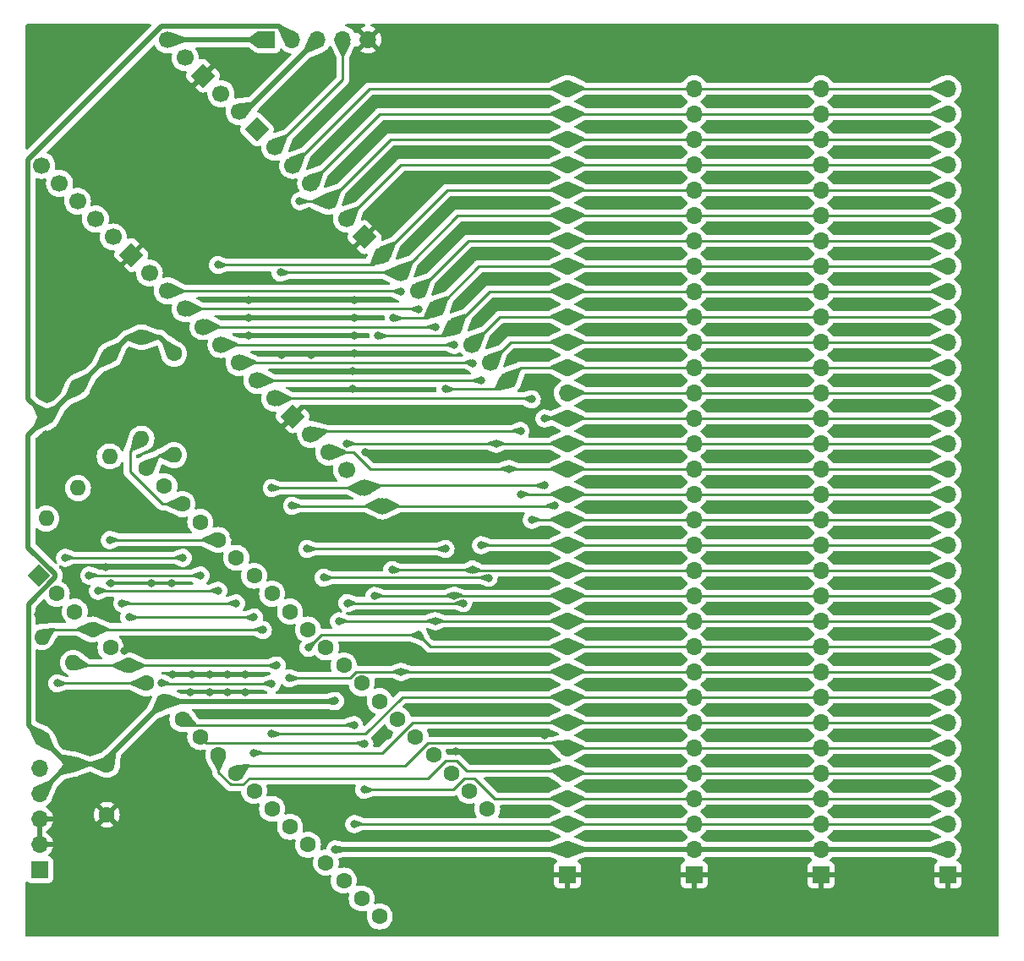
<source format=gbr>
%TF.GenerationSoftware,KiCad,Pcbnew,7.0.8*%
%TF.CreationDate,2023-12-31T18:01:57+01:00*%
%TF.ProjectId,Sorbus-Junior,536f7262-7573-42d4-9a75-6e696f722e6b,rev?*%
%TF.SameCoordinates,Original*%
%TF.FileFunction,Copper,L1,Top*%
%TF.FilePolarity,Positive*%
%FSLAX46Y46*%
G04 Gerber Fmt 4.6, Leading zero omitted, Abs format (unit mm)*
G04 Created by KiCad (PCBNEW 7.0.8) date 2023-12-31 18:01:57*
%MOMM*%
%LPD*%
G01*
G04 APERTURE LIST*
G04 Aperture macros list*
%AMHorizOval*
0 Thick line with rounded ends*
0 $1 width*
0 $2 $3 position (X,Y) of the first rounded end (center of the circle)*
0 $4 $5 position (X,Y) of the second rounded end (center of the circle)*
0 Add line between two ends*
20,1,$1,$2,$3,$4,$5,0*
0 Add two circle primitives to create the rounded ends*
1,1,$1,$2,$3*
1,1,$1,$4,$5*%
%AMRotRect*
0 Rectangle, with rotation*
0 The origin of the aperture is its center*
0 $1 length*
0 $2 width*
0 $3 Rotation angle, in degrees counterclockwise*
0 Add horizontal line*
21,1,$1,$2,0,0,$3*%
G04 Aperture macros list end*
%TA.AperFunction,ComponentPad*%
%ADD10R,1.700000X1.700000*%
%TD*%
%TA.AperFunction,ComponentPad*%
%ADD11O,1.700000X1.700000*%
%TD*%
%TA.AperFunction,ComponentPad*%
%ADD12C,1.600000*%
%TD*%
%TA.AperFunction,ComponentPad*%
%ADD13O,1.600000X1.600000*%
%TD*%
%TA.AperFunction,ComponentPad*%
%ADD14HorizOval,1.700000X0.000000X0.000000X0.000000X0.000000X0*%
%TD*%
%TA.AperFunction,ComponentPad*%
%ADD15RotRect,1.700000X1.700000X45.000000*%
%TD*%
%TA.AperFunction,ComponentPad*%
%ADD16RotRect,1.600000X1.600000X45.000000*%
%TD*%
%TA.AperFunction,ComponentPad*%
%ADD17HorizOval,1.600000X0.000000X0.000000X0.000000X0.000000X0*%
%TD*%
%TA.AperFunction,ViaPad*%
%ADD18C,0.800000*%
%TD*%
%TA.AperFunction,ViaPad*%
%ADD19C,3.400000*%
%TD*%
%TA.AperFunction,Conductor*%
%ADD20C,0.508000*%
%TD*%
%TA.AperFunction,Conductor*%
%ADD21C,0.250000*%
%TD*%
G04 APERTURE END LIST*
D10*
%TO.P,J6,1,Pin_1*%
%TO.N,~{RESET}*%
X28067000Y-111506000D03*
D11*
%TO.P,J6,2,Pin_2*%
%TO.N,GND*%
X28067000Y-108966000D03*
%TO.P,J6,3,Pin_3*%
X28067000Y-106426000D03*
%TO.P,J6,4,Pin_4*%
%TO.N,VCC*%
X28067000Y-103886000D03*
%TO.P,J6,5,Pin_5*%
%TO.N,SYNC*%
X28067000Y-101346000D03*
%TD*%
D12*
%TO.P,R4,1*%
%TO.N,VCC*%
X28740026Y-66167641D03*
D13*
%TO.P,R4,2*%
%TO.N,RDY*%
X28740026Y-76327641D03*
%TD*%
D12*
%TO.P,R6,1*%
%TO.N,VCC*%
X35090026Y-59944641D03*
D13*
%TO.P,R6,2*%
%TO.N,Net-(U2-BE)*%
X35090026Y-70104641D03*
%TD*%
D10*
%TO.P,J5,1,Pin_1*%
%TO.N,VBUS*%
X50805000Y-28346400D03*
D11*
%TO.P,J5,2,Pin_2*%
%TO.N,VCC*%
X53345000Y-28346400D03*
%TO.P,J5,3,Pin_3*%
%TO.N,3V3*%
X55885000Y-28346400D03*
%TO.P,J5,4,Pin_4*%
%TO.N,RUN*%
X58425000Y-28346400D03*
%TO.P,J5,5,Pin_5*%
%TO.N,GND*%
X60965000Y-28346400D03*
%TD*%
D12*
%TO.P,R7,1*%
%TO.N,VCC*%
X38265026Y-58166641D03*
D13*
%TO.P,R7,2*%
%TO.N,Net-(U2-~{SO})*%
X38265026Y-68326641D03*
%TD*%
D12*
%TO.P,R3,1*%
%TO.N,VCC*%
X28295600Y-98348800D03*
D13*
%TO.P,R3,2*%
%TO.N,~{IRQ}*%
X28295600Y-88188800D03*
%TD*%
D12*
%TO.P,C1,1*%
%TO.N,GND*%
X34798000Y-106005000D03*
%TO.P,C1,2*%
%TO.N,VCC*%
X34798000Y-101005000D03*
%TD*%
D10*
%TO.P,J2,1,Pin_1*%
%TO.N,GND*%
X106299000Y-112014000D03*
D11*
%TO.P,J2,2,Pin_2*%
%TO.N,VCC*%
X106299000Y-109474000D03*
%TO.P,J2,3,Pin_3*%
%TO.N,A0*%
X106299000Y-106934000D03*
%TO.P,J2,4,Pin_4*%
%TO.N,A1*%
X106299000Y-104394000D03*
%TO.P,J2,5,Pin_5*%
%TO.N,A2*%
X106299000Y-101854000D03*
%TO.P,J2,6,Pin_6*%
%TO.N,A3*%
X106299000Y-99314000D03*
%TO.P,J2,7,Pin_7*%
%TO.N,A4*%
X106299000Y-96774000D03*
%TO.P,J2,8,Pin_8*%
%TO.N,A5*%
X106299000Y-94234000D03*
%TO.P,J2,9,Pin_9*%
%TO.N,A6*%
X106299000Y-91694000D03*
%TO.P,J2,10,Pin_10*%
%TO.N,A7*%
X106299000Y-89154000D03*
%TO.P,J2,11,Pin_11*%
%TO.N,A8*%
X106299000Y-86614000D03*
%TO.P,J2,12,Pin_12*%
%TO.N,A9*%
X106299000Y-84074000D03*
%TO.P,J2,13,Pin_13*%
%TO.N,A10*%
X106299000Y-81534000D03*
%TO.P,J2,14,Pin_14*%
%TO.N,A11*%
X106299000Y-78994000D03*
%TO.P,J2,15,Pin_15*%
%TO.N,A12*%
X106299000Y-76454000D03*
%TO.P,J2,16,Pin_16*%
%TO.N,A13*%
X106299000Y-73914000D03*
%TO.P,J2,17,Pin_17*%
%TO.N,A14*%
X106299000Y-71374000D03*
%TO.P,J2,18,Pin_18*%
%TO.N,A15*%
X106299000Y-68834000D03*
%TO.P,J2,19,Pin_19*%
%TO.N,D0*%
X106299000Y-66294000D03*
%TO.P,J2,20,Pin_20*%
%TO.N,D1*%
X106299000Y-63754000D03*
%TO.P,J2,21,Pin_21*%
%TO.N,D2*%
X106299000Y-61214000D03*
%TO.P,J2,22,Pin_22*%
%TO.N,D3*%
X106299000Y-58674000D03*
%TO.P,J2,23,Pin_23*%
%TO.N,D4*%
X106299000Y-56134000D03*
%TO.P,J2,24,Pin_24*%
%TO.N,D5*%
X106299000Y-53594000D03*
%TO.P,J2,25,Pin_25*%
%TO.N,D6*%
X106299000Y-51054000D03*
%TO.P,J2,26,Pin_26*%
%TO.N,D7*%
X106299000Y-48514000D03*
%TO.P,J2,27,Pin_27*%
%TO.N,R{slash}~{W}*%
X106299000Y-45974000D03*
%TO.P,J2,28,Pin_28*%
%TO.N,CLK*%
X106299000Y-43434000D03*
%TO.P,J2,29,Pin_29*%
%TO.N,RDY*%
X106299000Y-40894000D03*
%TO.P,J2,30,Pin_30*%
%TO.N,~{IRQ}*%
X106299000Y-38354000D03*
%TO.P,J2,31,Pin_31*%
%TO.N,~{NMI}*%
X106299000Y-35814000D03*
%TO.P,J2,32,Pin_32*%
%TO.N,~{RESET}*%
X106299000Y-33274000D03*
%TD*%
D12*
%TO.P,R2,1*%
%TO.N,VCC*%
X31419800Y-100939600D03*
D13*
%TO.P,R2,2*%
%TO.N,~{NMI}*%
X31419800Y-90779600D03*
%TD*%
D10*
%TO.P,J1,1,Pin_1*%
%TO.N,GND*%
X118999000Y-112014000D03*
D11*
%TO.P,J1,2,Pin_2*%
%TO.N,VCC*%
X118999000Y-109474000D03*
%TO.P,J1,3,Pin_3*%
%TO.N,A0*%
X118999000Y-106934000D03*
%TO.P,J1,4,Pin_4*%
%TO.N,A1*%
X118999000Y-104394000D03*
%TO.P,J1,5,Pin_5*%
%TO.N,A2*%
X118999000Y-101854000D03*
%TO.P,J1,6,Pin_6*%
%TO.N,A3*%
X118999000Y-99314000D03*
%TO.P,J1,7,Pin_7*%
%TO.N,A4*%
X118999000Y-96774000D03*
%TO.P,J1,8,Pin_8*%
%TO.N,A5*%
X118999000Y-94234000D03*
%TO.P,J1,9,Pin_9*%
%TO.N,A6*%
X118999000Y-91694000D03*
%TO.P,J1,10,Pin_10*%
%TO.N,A7*%
X118999000Y-89154000D03*
%TO.P,J1,11,Pin_11*%
%TO.N,A8*%
X118999000Y-86614000D03*
%TO.P,J1,12,Pin_12*%
%TO.N,A9*%
X118999000Y-84074000D03*
%TO.P,J1,13,Pin_13*%
%TO.N,A10*%
X118999000Y-81534000D03*
%TO.P,J1,14,Pin_14*%
%TO.N,A11*%
X118999000Y-78994000D03*
%TO.P,J1,15,Pin_15*%
%TO.N,A12*%
X118999000Y-76454000D03*
%TO.P,J1,16,Pin_16*%
%TO.N,A13*%
X118999000Y-73914000D03*
%TO.P,J1,17,Pin_17*%
%TO.N,A14*%
X118999000Y-71374000D03*
%TO.P,J1,18,Pin_18*%
%TO.N,A15*%
X118999000Y-68834000D03*
%TO.P,J1,19,Pin_19*%
%TO.N,D0*%
X118999000Y-66294000D03*
%TO.P,J1,20,Pin_20*%
%TO.N,D1*%
X118999000Y-63754000D03*
%TO.P,J1,21,Pin_21*%
%TO.N,D2*%
X118999000Y-61214000D03*
%TO.P,J1,22,Pin_22*%
%TO.N,D3*%
X118999000Y-58674000D03*
%TO.P,J1,23,Pin_23*%
%TO.N,D4*%
X118999000Y-56134000D03*
%TO.P,J1,24,Pin_24*%
%TO.N,D5*%
X118999000Y-53594000D03*
%TO.P,J1,25,Pin_25*%
%TO.N,D6*%
X118999000Y-51054000D03*
%TO.P,J1,26,Pin_26*%
%TO.N,D7*%
X118999000Y-48514000D03*
%TO.P,J1,27,Pin_27*%
%TO.N,R{slash}~{W}*%
X118999000Y-45974000D03*
%TO.P,J1,28,Pin_28*%
%TO.N,CLK*%
X118999000Y-43434000D03*
%TO.P,J1,29,Pin_29*%
%TO.N,RDY*%
X118999000Y-40894000D03*
%TO.P,J1,30,Pin_30*%
%TO.N,~{IRQ}*%
X118999000Y-38354000D03*
%TO.P,J1,31,Pin_31*%
%TO.N,~{NMI}*%
X118999000Y-35814000D03*
%TO.P,J1,32,Pin_32*%
%TO.N,~{RESET}*%
X118999000Y-33274000D03*
%TD*%
D10*
%TO.P,J4,1,Pin_1*%
%TO.N,GND*%
X80924400Y-112014000D03*
D11*
%TO.P,J4,2,Pin_2*%
%TO.N,VCC*%
X80924400Y-109474000D03*
%TO.P,J4,3,Pin_3*%
%TO.N,A0*%
X80924400Y-106934000D03*
%TO.P,J4,4,Pin_4*%
%TO.N,A1*%
X80924400Y-104394000D03*
%TO.P,J4,5,Pin_5*%
%TO.N,A2*%
X80924400Y-101854000D03*
%TO.P,J4,6,Pin_6*%
%TO.N,A3*%
X80924400Y-99314000D03*
%TO.P,J4,7,Pin_7*%
%TO.N,A4*%
X80924400Y-96774000D03*
%TO.P,J4,8,Pin_8*%
%TO.N,A5*%
X80924400Y-94234000D03*
%TO.P,J4,9,Pin_9*%
%TO.N,A6*%
X80924400Y-91694000D03*
%TO.P,J4,10,Pin_10*%
%TO.N,A7*%
X80924400Y-89154000D03*
%TO.P,J4,11,Pin_11*%
%TO.N,A8*%
X80924400Y-86614000D03*
%TO.P,J4,12,Pin_12*%
%TO.N,A9*%
X80924400Y-84074000D03*
%TO.P,J4,13,Pin_13*%
%TO.N,A10*%
X80924400Y-81534000D03*
%TO.P,J4,14,Pin_14*%
%TO.N,A11*%
X80924400Y-78994000D03*
%TO.P,J4,15,Pin_15*%
%TO.N,A12*%
X80924400Y-76454000D03*
%TO.P,J4,16,Pin_16*%
%TO.N,A13*%
X80924400Y-73914000D03*
%TO.P,J4,17,Pin_17*%
%TO.N,A14*%
X80924400Y-71374000D03*
%TO.P,J4,18,Pin_18*%
%TO.N,A15*%
X80924400Y-68834000D03*
%TO.P,J4,19,Pin_19*%
%TO.N,D0*%
X80924400Y-66294000D03*
%TO.P,J4,20,Pin_20*%
%TO.N,D1*%
X80924400Y-63754000D03*
%TO.P,J4,21,Pin_21*%
%TO.N,D2*%
X80924400Y-61214000D03*
%TO.P,J4,22,Pin_22*%
%TO.N,D3*%
X80924400Y-58674000D03*
%TO.P,J4,23,Pin_23*%
%TO.N,D4*%
X80924400Y-56134000D03*
%TO.P,J4,24,Pin_24*%
%TO.N,D5*%
X80924400Y-53594000D03*
%TO.P,J4,25,Pin_25*%
%TO.N,D6*%
X80924400Y-51054000D03*
%TO.P,J4,26,Pin_26*%
%TO.N,D7*%
X80924400Y-48514000D03*
%TO.P,J4,27,Pin_27*%
%TO.N,R{slash}~{W}*%
X80924400Y-45974000D03*
%TO.P,J4,28,Pin_28*%
%TO.N,CLK*%
X80924400Y-43434000D03*
%TO.P,J4,29,Pin_29*%
%TO.N,RDY*%
X80924400Y-40894000D03*
%TO.P,J4,30,Pin_30*%
%TO.N,~{IRQ}*%
X80924400Y-38354000D03*
%TO.P,J4,31,Pin_31*%
%TO.N,~{NMI}*%
X80924400Y-35814000D03*
%TO.P,J4,32,Pin_32*%
%TO.N,~{RESET}*%
X80924400Y-33274000D03*
%TD*%
D14*
%TO.P,U1,1,GPIO0*%
%TO.N,A0*%
X28274195Y-40948795D03*
%TO.P,U1,2,GPIO1*%
%TO.N,A1*%
X30070246Y-42744846D03*
%TO.P,U1,3,GPIO2*%
%TO.N,A2*%
X31866298Y-44540897D03*
%TO.P,U1,4,GPIO3*%
%TO.N,A3*%
X33662349Y-46336948D03*
%TO.P,U1,5,GPIO4*%
%TO.N,A4*%
X35458400Y-48133000D03*
D15*
%TO.P,U1,6,GND*%
%TO.N,GND*%
X37254451Y-49929051D03*
D14*
%TO.P,U1,7,GPIO5*%
%TO.N,A5*%
X39050502Y-51725102D03*
%TO.P,U1,8,GPIO6*%
%TO.N,A6*%
X40846554Y-53521153D03*
%TO.P,U1,9,GPIO7*%
%TO.N,A7*%
X42642605Y-55317204D03*
%TO.P,U1,10,GPIO8*%
%TO.N,A8*%
X44438656Y-57113256D03*
%TO.P,U1,11,GPIO9*%
%TO.N,A9*%
X46234707Y-58909307D03*
%TO.P,U1,12,GPIO10*%
%TO.N,A10*%
X48030759Y-60705358D03*
%TO.P,U1,13,GPIO11*%
%TO.N,A11*%
X49826810Y-62501409D03*
%TO.P,U1,14,GPIO12*%
%TO.N,A12*%
X51622861Y-64297461D03*
D15*
%TO.P,U1,15,GND*%
%TO.N,GND*%
X53418912Y-66093512D03*
D14*
%TO.P,U1,16,GPIO13*%
%TO.N,A13*%
X55214963Y-67889563D03*
%TO.P,U1,17,GPIO14*%
%TO.N,A14*%
X57011015Y-69685614D03*
%TO.P,U1,18,GPIO15*%
%TO.N,A15*%
X58807066Y-71481665D03*
%TO.P,U1,19,GPIO16*%
%TO.N,D0*%
X60603117Y-73277717D03*
%TO.P,U1,20,GPIO17*%
%TO.N,D1*%
X62399168Y-75073768D03*
%TO.P,U1,21,GPIO18*%
%TO.N,D2*%
X74971527Y-62501409D03*
%TO.P,U1,22,GPIO19*%
%TO.N,D3*%
X73175476Y-60705358D03*
%TO.P,U1,23,GPIO20*%
%TO.N,D4*%
X71379424Y-58909307D03*
%TO.P,U1,24,GPIO21*%
%TO.N,D5*%
X69583373Y-57113256D03*
%TO.P,U1,25,GPIO22*%
%TO.N,D6*%
X67787322Y-55317204D03*
%TO.P,U1,26,GPIO23*%
%TO.N,D7*%
X65991271Y-53521153D03*
%TO.P,U1,27,GPIO24*%
%TO.N,R{slash}~{W}*%
X64195220Y-51725102D03*
%TO.P,U1,28,GPIO25*%
%TO.N,CLK*%
X62399168Y-49929051D03*
D15*
%TO.P,U1,29,AGND*%
%TO.N,GND*%
X60603117Y-48133000D03*
D14*
%TO.P,U1,30,GPIO26_ADC0*%
%TO.N,RDY*%
X58807066Y-46336948D03*
%TO.P,U1,31,GPIO27_ADC1*%
%TO.N,~{IRQ}*%
X57011015Y-44540897D03*
%TO.P,U1,32,GPIO28_ADC2*%
%TO.N,~{NMI}*%
X55214963Y-42744846D03*
%TO.P,U1,33,GPIO29_ADC3*%
%TO.N,~{RESET}*%
X53418912Y-40948795D03*
%TO.P,U1,34,RUN*%
%TO.N,RUN*%
X51622861Y-39152743D03*
D15*
%TO.P,U1,35,GND*%
%TO.N,unconnected-(U1-GND-Pad35)*%
X49826810Y-37356692D03*
D14*
%TO.P,U1,36,3V3*%
%TO.N,3V3*%
X48030759Y-35560641D03*
%TO.P,U1,37,3V3_EN*%
%TO.N,unconnected-(U1-3V3_EN-Pad37)*%
X46234707Y-33764590D03*
D15*
%TO.P,U1,38,GND*%
%TO.N,GND*%
X44438656Y-31968539D03*
D14*
%TO.P,U1,39,VIN*%
%TO.N,unconnected-(U1-VIN-Pad39)*%
X42642605Y-30172487D03*
%TO.P,U1,40,VBUS*%
%TO.N,VBUS*%
X40846554Y-28376436D03*
%TD*%
D12*
%TO.P,R5,1*%
%TO.N,VCC*%
X31915026Y-63119641D03*
D13*
%TO.P,R5,2*%
%TO.N,Net-(U2-\u03D51)*%
X31915026Y-73279641D03*
%TD*%
D12*
%TO.P,R1,1*%
%TO.N,VCC*%
X41529000Y-59817000D03*
D13*
%TO.P,R1,2*%
%TO.N,~{RESET}*%
X41529000Y-69977000D03*
%TD*%
D10*
%TO.P,J3,1,Pin_1*%
%TO.N,GND*%
X93599000Y-112014000D03*
D11*
%TO.P,J3,2,Pin_2*%
%TO.N,VCC*%
X93599000Y-109474000D03*
%TO.P,J3,3,Pin_3*%
%TO.N,A0*%
X93599000Y-106934000D03*
%TO.P,J3,4,Pin_4*%
%TO.N,A1*%
X93599000Y-104394000D03*
%TO.P,J3,5,Pin_5*%
%TO.N,A2*%
X93599000Y-101854000D03*
%TO.P,J3,6,Pin_6*%
%TO.N,A3*%
X93599000Y-99314000D03*
%TO.P,J3,7,Pin_7*%
%TO.N,A4*%
X93599000Y-96774000D03*
%TO.P,J3,8,Pin_8*%
%TO.N,A5*%
X93599000Y-94234000D03*
%TO.P,J3,9,Pin_9*%
%TO.N,A6*%
X93599000Y-91694000D03*
%TO.P,J3,10,Pin_10*%
%TO.N,A7*%
X93599000Y-89154000D03*
%TO.P,J3,11,Pin_11*%
%TO.N,A8*%
X93599000Y-86614000D03*
%TO.P,J3,12,Pin_12*%
%TO.N,A9*%
X93599000Y-84074000D03*
%TO.P,J3,13,Pin_13*%
%TO.N,A10*%
X93599000Y-81534000D03*
%TO.P,J3,14,Pin_14*%
%TO.N,A11*%
X93599000Y-78994000D03*
%TO.P,J3,15,Pin_15*%
%TO.N,A12*%
X93599000Y-76454000D03*
%TO.P,J3,16,Pin_16*%
%TO.N,A13*%
X93599000Y-73914000D03*
%TO.P,J3,17,Pin_17*%
%TO.N,A14*%
X93599000Y-71374000D03*
%TO.P,J3,18,Pin_18*%
%TO.N,A15*%
X93599000Y-68834000D03*
%TO.P,J3,19,Pin_19*%
%TO.N,D0*%
X93599000Y-66294000D03*
%TO.P,J3,20,Pin_20*%
%TO.N,D1*%
X93599000Y-63754000D03*
%TO.P,J3,21,Pin_21*%
%TO.N,D2*%
X93599000Y-61214000D03*
%TO.P,J3,22,Pin_22*%
%TO.N,D3*%
X93599000Y-58674000D03*
%TO.P,J3,23,Pin_23*%
%TO.N,D4*%
X93599000Y-56134000D03*
%TO.P,J3,24,Pin_24*%
%TO.N,D5*%
X93599000Y-53594000D03*
%TO.P,J3,25,Pin_25*%
%TO.N,D6*%
X93599000Y-51054000D03*
%TO.P,J3,26,Pin_26*%
%TO.N,D7*%
X93599000Y-48514000D03*
%TO.P,J3,27,Pin_27*%
%TO.N,R{slash}~{W}*%
X93599000Y-45974000D03*
%TO.P,J3,28,Pin_28*%
%TO.N,CLK*%
X93599000Y-43434000D03*
%TO.P,J3,29,Pin_29*%
%TO.N,RDY*%
X93599000Y-40894000D03*
%TO.P,J3,30,Pin_30*%
%TO.N,~{IRQ}*%
X93599000Y-38354000D03*
%TO.P,J3,31,Pin_31*%
%TO.N,~{NMI}*%
X93599000Y-35814000D03*
%TO.P,J3,32,Pin_32*%
%TO.N,~{RESET}*%
X93599000Y-33274000D03*
%TD*%
D16*
%TO.P,U2,1,~{VP}*%
%TO.N,unconnected-(U2-~{VP}-Pad1)*%
X27996719Y-82061334D03*
D17*
%TO.P,U2,2,RDY*%
%TO.N,RDY*%
X29792770Y-83857385D03*
%TO.P,U2,3,\u03D51*%
%TO.N,Net-(U2-\u03D51)*%
X31588821Y-85653436D03*
%TO.P,U2,4,~{IRQ}*%
%TO.N,~{IRQ}*%
X33384873Y-87449488D03*
%TO.P,U2,5,~{ML}*%
%TO.N,unconnected-(U2-~{ML}-Pad5)*%
X35180924Y-89245539D03*
%TO.P,U2,6,~{NMI}*%
%TO.N,~{NMI}*%
X36976975Y-91041590D03*
%TO.P,U2,7,SYNC*%
%TO.N,SYNC*%
X38773026Y-92837641D03*
%TO.P,U2,8,VDD*%
%TO.N,VCC*%
X40569078Y-94633693D03*
%TO.P,U2,9,A0*%
%TO.N,A0*%
X42365129Y-96429744D03*
%TO.P,U2,10,A1*%
%TO.N,A1*%
X44161180Y-98225795D03*
%TO.P,U2,11,A2*%
%TO.N,A2*%
X45957231Y-100021846D03*
%TO.P,U2,12,A3*%
%TO.N,A3*%
X47753282Y-101817897D03*
%TO.P,U2,13,A4*%
%TO.N,A4*%
X49549334Y-103613949D03*
%TO.P,U2,14,A5*%
%TO.N,A5*%
X51345385Y-105410000D03*
%TO.P,U2,15,A6*%
%TO.N,A6*%
X53141436Y-107206051D03*
%TO.P,U2,16,A7*%
%TO.N,A7*%
X54937487Y-109002102D03*
%TO.P,U2,17,A8*%
%TO.N,A8*%
X56733539Y-110798154D03*
%TO.P,U2,18,A9*%
%TO.N,A9*%
X58529590Y-112594205D03*
%TO.P,U2,19,A10*%
%TO.N,A10*%
X60325641Y-114390256D03*
%TO.P,U2,20,A11*%
%TO.N,A11*%
X62121692Y-116186307D03*
%TO.P,U2,21,VSS*%
%TO.N,GND*%
X72898000Y-105410000D03*
%TO.P,U2,22,A12*%
%TO.N,A12*%
X71101948Y-103613949D03*
%TO.P,U2,23,A13*%
%TO.N,A13*%
X69305897Y-101817897D03*
%TO.P,U2,24,A14*%
%TO.N,A14*%
X67509846Y-100021846D03*
%TO.P,U2,25,A15*%
%TO.N,A15*%
X65713795Y-98225795D03*
%TO.P,U2,26,D7*%
%TO.N,D7*%
X63917743Y-96429744D03*
%TO.P,U2,27,D6*%
%TO.N,D6*%
X62121692Y-94633693D03*
%TO.P,U2,28,D5*%
%TO.N,D5*%
X60325641Y-92837641D03*
%TO.P,U2,29,D4*%
%TO.N,D4*%
X58529590Y-91041590D03*
%TO.P,U2,30,D3*%
%TO.N,D3*%
X56733539Y-89245539D03*
%TO.P,U2,31,D2*%
%TO.N,D2*%
X54937487Y-87449488D03*
%TO.P,U2,32,D1*%
%TO.N,D1*%
X53141436Y-85653436D03*
%TO.P,U2,33,D0*%
%TO.N,D0*%
X51345385Y-83857385D03*
%TO.P,U2,34,R/~{W}*%
%TO.N,R{slash}~{W}*%
X49549334Y-82061334D03*
%TO.P,U2,35,nc*%
%TO.N,unconnected-(U2-nc-Pad35)*%
X47753282Y-80265283D03*
%TO.P,U2,36,BE*%
%TO.N,Net-(U2-BE)*%
X45957231Y-78469232D03*
%TO.P,U2,37,\u03D50*%
%TO.N,CLK*%
X44161180Y-76673180D03*
%TO.P,U2,38,~{SO}*%
%TO.N,Net-(U2-~{SO})*%
X42365129Y-74877129D03*
%TO.P,U2,39,\u03D52*%
%TO.N,unconnected-(U2-\u03D52-Pad39)*%
X40569078Y-73081078D03*
%TO.P,U2,40,~{RES}*%
%TO.N,~{RESET}*%
X38773026Y-71285027D03*
%TD*%
D18*
%TO.N,GND*%
X70358000Y-105537000D03*
X91313000Y-44704000D03*
X48641000Y-93726000D03*
X50419000Y-95885000D03*
X49022000Y-52197000D03*
X116713000Y-54864000D03*
X108585000Y-92964000D03*
X70993000Y-87757000D03*
X59563000Y-58039000D03*
X108585000Y-98044000D03*
X67945000Y-97790000D03*
X83185000Y-65024000D03*
X54356000Y-38227000D03*
X45085000Y-91948000D03*
X41275000Y-82804000D03*
X104013000Y-59944000D03*
X33655000Y-94615000D03*
X91313000Y-70104000D03*
X46863000Y-91948000D03*
X37846000Y-27432000D03*
X108585000Y-70104000D03*
X91313000Y-87884000D03*
X83185000Y-90424000D03*
X95885000Y-37084000D03*
X78613000Y-103124000D03*
X75438000Y-65913000D03*
X104013000Y-98044000D03*
X83185000Y-103124000D03*
X116713000Y-75184000D03*
X65151000Y-48895000D03*
X46863000Y-89408000D03*
X60706000Y-95885000D03*
X43307000Y-89408000D03*
X116713000Y-77724000D03*
X116713000Y-85344000D03*
D19*
X29210000Y-115697000D03*
D18*
X95885000Y-62484000D03*
X52197000Y-104013000D03*
X41402000Y-91948000D03*
X104013000Y-49784000D03*
X40767000Y-55626000D03*
X83185000Y-54864000D03*
X108585000Y-95504000D03*
X59436000Y-61595000D03*
X108585000Y-87884000D03*
X78613000Y-59944000D03*
X91313000Y-75184000D03*
X95885000Y-82804000D03*
X59563000Y-59817000D03*
X41402000Y-89408000D03*
X46863000Y-93726000D03*
X56642000Y-71755000D03*
X83185000Y-105664000D03*
X116713000Y-98044000D03*
X95885000Y-39624000D03*
X47498000Y-78105000D03*
X51308000Y-41148000D03*
X43720855Y-80397541D03*
X108585000Y-82804000D03*
X83185000Y-85344000D03*
X56134000Y-40005000D03*
X55880000Y-107188000D03*
X55662487Y-85471000D03*
X104013000Y-85344000D03*
X83185000Y-100584000D03*
X91313000Y-80264000D03*
X104013000Y-80264000D03*
X95885000Y-105664000D03*
X104013000Y-75184000D03*
X32766000Y-48133000D03*
X45974000Y-61214000D03*
X52197000Y-95885000D03*
X116713000Y-57404000D03*
X83185000Y-59944000D03*
X83185000Y-57404000D03*
X91313000Y-52324000D03*
X83185000Y-108204000D03*
X108585000Y-62484000D03*
X60706000Y-69723000D03*
X45085000Y-89408000D03*
X104013000Y-37084000D03*
X91313000Y-39624000D03*
X104013000Y-77724000D03*
X50673000Y-89408000D03*
X57150000Y-30099000D03*
X59436000Y-63373000D03*
X34696400Y-81229200D03*
X67056000Y-50800000D03*
X83185000Y-80264000D03*
X95885000Y-65024000D03*
X95885000Y-87884000D03*
X28194000Y-95758000D03*
X116713000Y-80264000D03*
D19*
X121412000Y-29337000D03*
D18*
X104013000Y-67564000D03*
X38227000Y-66421000D03*
X83185000Y-72644000D03*
X75057000Y-69977000D03*
X104013000Y-82804000D03*
X83185000Y-70104000D03*
X116713000Y-62484000D03*
X78613000Y-39624000D03*
X116713000Y-82804000D03*
X78613000Y-52324000D03*
X34544000Y-49911000D03*
X62738000Y-69850000D03*
X78613000Y-87884000D03*
X91313000Y-100584000D03*
X66319400Y-92989400D03*
X108585000Y-42164000D03*
X116713000Y-47244000D03*
X36703000Y-51943000D03*
X61468000Y-80772000D03*
X57912000Y-41783000D03*
X116713000Y-95504000D03*
X116713000Y-49784000D03*
X28295600Y-90017600D03*
X83185000Y-49784000D03*
X95885000Y-95504000D03*
X60579000Y-112395000D03*
X104013000Y-108204000D03*
X95885000Y-72644000D03*
X91313000Y-42164000D03*
X66294000Y-89916000D03*
X116713000Y-103124000D03*
X55372000Y-46863000D03*
X78613000Y-49784000D03*
X59436000Y-65913000D03*
X104013000Y-105664000D03*
X95885000Y-49784000D03*
X116713000Y-67564000D03*
X78613000Y-108204000D03*
X95885000Y-59944000D03*
X83185000Y-39624000D03*
X91313000Y-82804000D03*
X116713000Y-59944000D03*
X91313000Y-92964000D03*
X83185000Y-75184000D03*
X52959000Y-43307000D03*
X104013000Y-47244000D03*
X104013000Y-92964000D03*
X61468000Y-77978000D03*
X108585000Y-57404000D03*
X91313000Y-47244000D03*
X108585000Y-34544000D03*
X95885000Y-108204000D03*
X108585000Y-49784000D03*
X78613000Y-80264000D03*
X108585000Y-44704000D03*
X116713000Y-105664000D03*
X72390000Y-56134000D03*
X95885000Y-52324000D03*
X83185000Y-82804000D03*
X41529000Y-61722000D03*
X73914000Y-95377000D03*
X83185000Y-77724000D03*
X48641000Y-89408000D03*
X28702000Y-67945000D03*
X95885000Y-90424000D03*
X39534000Y-76500883D03*
X62738000Y-65913000D03*
X95885000Y-47244000D03*
X35052000Y-68199000D03*
X116713000Y-72644000D03*
X95885000Y-67564000D03*
X78613000Y-77724000D03*
X108585000Y-103124000D03*
X43307000Y-91948000D03*
X95885000Y-77724000D03*
X104013000Y-52324000D03*
X78613000Y-82804000D03*
X63246000Y-105156000D03*
X59563000Y-54483000D03*
X45085000Y-93726000D03*
X83185000Y-47244000D03*
X116713000Y-65024000D03*
X104013000Y-57404000D03*
X36703000Y-56769000D03*
X66929000Y-77216000D03*
X39243000Y-89281000D03*
X69723000Y-99695000D03*
X104013000Y-103124000D03*
X35052000Y-62992000D03*
X104013000Y-87884000D03*
X104013000Y-62484000D03*
X28702000Y-74549000D03*
X38227000Y-60071000D03*
X52959000Y-88011000D03*
X104013000Y-39624000D03*
X116713000Y-52324000D03*
X30988000Y-46355000D03*
X95885000Y-92964000D03*
X108585000Y-59944000D03*
X78613000Y-57404000D03*
X116713000Y-42164000D03*
X68834000Y-52578000D03*
X104013000Y-95504000D03*
X43180000Y-93726000D03*
X91313000Y-95504000D03*
X35179000Y-82804000D03*
X83185000Y-52324000D03*
X95885000Y-75184000D03*
X95885000Y-103124000D03*
X108585000Y-39624000D03*
X52324000Y-59944000D03*
X108585000Y-108204000D03*
X58293000Y-77343000D03*
X78613000Y-44704000D03*
X116713000Y-100584000D03*
X29210000Y-62992000D03*
X104013000Y-65024000D03*
X108585000Y-72644000D03*
X83185000Y-92964000D03*
D19*
X29210000Y-29337000D03*
D18*
X39243000Y-82804000D03*
X95885000Y-100584000D03*
X95885000Y-85344000D03*
X49022000Y-56261000D03*
X78613000Y-42164000D03*
X104013000Y-100584000D03*
X31877000Y-102870000D03*
X41529000Y-68072000D03*
X83185000Y-95504000D03*
X54102000Y-83693000D03*
X108585000Y-54864000D03*
X49022000Y-54483000D03*
X91313000Y-85344000D03*
X78613000Y-92964000D03*
X83185000Y-44704000D03*
X108585000Y-105664000D03*
X95885000Y-54864000D03*
X74168000Y-57912000D03*
X34544000Y-58166000D03*
X46863000Y-95885000D03*
X116713000Y-44704000D03*
X37846000Y-95504000D03*
X66929000Y-65913000D03*
X91313000Y-37084000D03*
X83185000Y-87884000D03*
D19*
X121539000Y-115697000D03*
D18*
X83185000Y-42164000D03*
X91313000Y-59944000D03*
X95885000Y-44704000D03*
X78613000Y-100584000D03*
X95885000Y-34544000D03*
X78613000Y-62484000D03*
X95885000Y-42164000D03*
X91313000Y-67564000D03*
X116713000Y-70104000D03*
X78613000Y-95504000D03*
X108585000Y-37084000D03*
X91313000Y-105664000D03*
X108585000Y-65024000D03*
X41656000Y-99060000D03*
X31877000Y-66167000D03*
X91313000Y-49784000D03*
X27178000Y-38100000D03*
X42418000Y-72898000D03*
X54102000Y-105283000D03*
X78613000Y-37084000D03*
X91313000Y-77724000D03*
X44577000Y-29718000D03*
X116713000Y-34544000D03*
X116713000Y-87884000D03*
X104013000Y-72644000D03*
X95885000Y-57404000D03*
X91313000Y-103124000D03*
X70612000Y-54356000D03*
X95885000Y-80264000D03*
X31877000Y-71374000D03*
X78613000Y-90424000D03*
X91313000Y-108204000D03*
X55245000Y-59944000D03*
X108585000Y-67564000D03*
X108585000Y-90424000D03*
X54102000Y-95885000D03*
X52197000Y-30099000D03*
X78613000Y-85344000D03*
X91313000Y-62484000D03*
X51525000Y-68258490D03*
X108585000Y-80264000D03*
X95885000Y-70104000D03*
X108585000Y-77724000D03*
X95885000Y-98044000D03*
X91313000Y-90424000D03*
X104013000Y-42164000D03*
X49022000Y-58039000D03*
X91313000Y-72644000D03*
X78613000Y-34544000D03*
X30988000Y-61214000D03*
X27889200Y-85953600D03*
X48641000Y-95885000D03*
X83185000Y-98044000D03*
X62992000Y-98044000D03*
X78613000Y-54864000D03*
X116713000Y-37084000D03*
X78613000Y-47244000D03*
X60960000Y-105156000D03*
X108585000Y-47244000D03*
X108585000Y-75184000D03*
X108585000Y-52324000D03*
X32766000Y-60325000D03*
X108585000Y-85344000D03*
X83185000Y-67564000D03*
X104013000Y-44704000D03*
X62484000Y-114173000D03*
X104013000Y-90424000D03*
X91313000Y-57404000D03*
X48641000Y-91948000D03*
X83185000Y-34544000D03*
X91313000Y-54864000D03*
X104013000Y-54864000D03*
X58928000Y-94234000D03*
X116713000Y-90424000D03*
X116713000Y-92964000D03*
X104013000Y-34544000D03*
X59563000Y-56261000D03*
X71501000Y-97790000D03*
X91313000Y-65024000D03*
X36576000Y-89560400D03*
X91313000Y-98044000D03*
X83185000Y-62484000D03*
X73109247Y-92870447D03*
X51562000Y-35433000D03*
X116713000Y-39624000D03*
X55880000Y-95885000D03*
X83185000Y-37084000D03*
X91313000Y-34544000D03*
X59817000Y-43561000D03*
X116713000Y-108204000D03*
X78613000Y-105664000D03*
X76073000Y-59817000D03*
X30353000Y-40640000D03*
X29210000Y-44577000D03*
X72644000Y-100330000D03*
X108585000Y-100584000D03*
X78613000Y-98044000D03*
X104013000Y-70104000D03*
X45085000Y-95885000D03*
%TO.N,VCC*%
X57658000Y-94615006D03*
X57658000Y-109474000D03*
%TO.N,A0*%
X42418014Y-80264000D03*
X59563000Y-106933996D03*
X59563000Y-97028000D03*
X30607000Y-80264000D03*
%TO.N,A1*%
X60579000Y-103505000D03*
X44196000Y-82042000D03*
X60579000Y-98933000D03*
X33020000Y-82042000D03*
%TO.N,A2*%
X33909000Y-83566000D03*
X45957231Y-83566000D03*
%TO.N,A3*%
X36322000Y-84836000D03*
X47752000Y-84836000D03*
%TO.N,A4*%
X49530000Y-99822000D03*
X49530000Y-86233002D03*
X37047000Y-86233000D03*
%TO.N,A5*%
X51308000Y-92862400D03*
X40259000Y-92811600D03*
X51308000Y-97917000D03*
%TO.N,A6*%
X64262004Y-53594000D03*
X53086000Y-92329000D03*
X64261996Y-91694000D03*
%TO.N,A7*%
X66040000Y-88011000D03*
X66040000Y-55372000D03*
X54990996Y-89280992D03*
%TO.N,A8*%
X67691002Y-86614000D03*
X67691000Y-57150000D03*
X58039000Y-86614000D03*
%TO.N,A9*%
X61595000Y-84074000D03*
X69596000Y-58928000D03*
X69596000Y-84060200D03*
%TO.N,A10*%
X71442152Y-60774154D03*
X63372994Y-81483200D03*
X71424800Y-81483198D03*
%TO.N,A11*%
X72263000Y-78994002D03*
X72263000Y-62501409D03*
%TO.N,A12*%
X77343000Y-64389002D03*
X77343000Y-76454000D03*
%TO.N,A13*%
X76215829Y-73914000D03*
X76215829Y-67567836D03*
%TO.N,A14*%
X75057000Y-71374002D03*
%TO.N,A15*%
X73787000Y-68833994D03*
X58807066Y-68834002D03*
%TO.N,D0*%
X51308000Y-73277717D03*
X78613000Y-73025000D03*
X78613002Y-66294000D03*
%TO.N,D1*%
X53340000Y-75057000D03*
X79629000Y-75057000D03*
%TO.N,D2*%
X54864000Y-79375000D03*
X68707000Y-63373002D03*
X68707000Y-79375000D03*
%TO.N,D3*%
X56515000Y-82245200D03*
X73022567Y-82259000D03*
%TO.N,D4*%
X70463343Y-84799000D03*
X58877198Y-84799000D03*
%TO.N,D5*%
X61976000Y-58039002D03*
%TO.N,D6*%
X63500000Y-56261004D03*
%TO.N,CLK*%
X45937000Y-50927000D03*
%TO.N,~{IRQ}*%
X54102000Y-44540897D03*
X50419000Y-87503000D03*
%TO.N,~{NMI}*%
X51816000Y-91059000D03*
%TO.N,Net-(U2-BE)*%
X35090026Y-78486006D03*
%TO.N,R{slash}~{W}*%
X52197000Y-51689000D03*
%TO.N,SYNC*%
X29845002Y-92837000D03*
%TD*%
D20*
%TO.N,VCC*%
X38265026Y-58166641D02*
X40132641Y-58166641D01*
X53345000Y-28346400D02*
X52041000Y-27042400D01*
X118999000Y-109474000D02*
X80924400Y-109474000D01*
X36868026Y-58166641D02*
X35090026Y-59944641D01*
X40569078Y-94633693D02*
X57639313Y-94633693D01*
X40239351Y-27042400D02*
X26924000Y-40357751D01*
X26924000Y-67983667D02*
X26924000Y-79215191D01*
X28867026Y-66167641D02*
X31915026Y-63119641D01*
X26924000Y-40357751D02*
X26924000Y-64351615D01*
X28740026Y-66167641D02*
X26924000Y-67983667D01*
X31419800Y-100939600D02*
X34732600Y-100939600D01*
X30835600Y-100939600D02*
X31419800Y-100939600D01*
X52041000Y-27042400D02*
X40239351Y-27042400D01*
X31419800Y-100939600D02*
X30988000Y-100939600D01*
X26924000Y-64351615D02*
X28740026Y-66167641D01*
X28740026Y-66167641D02*
X28867026Y-66167641D01*
X26940000Y-84891477D02*
X26940000Y-96993200D01*
X34798000Y-100404771D02*
X34798000Y-101005000D01*
X31915026Y-63119641D02*
X35090026Y-59944641D01*
X26924000Y-79215191D02*
X29582090Y-81873281D01*
X29582090Y-82249387D02*
X26940000Y-84891477D01*
X38265026Y-58166641D02*
X36868026Y-58166641D01*
X30886400Y-100939600D02*
X28295600Y-98348800D01*
X29582090Y-81873281D02*
X29582090Y-82249387D01*
X57639313Y-94633693D02*
X57658000Y-94615006D01*
X31419800Y-100939600D02*
X30886400Y-100939600D01*
X30988000Y-100939600D02*
X28041600Y-103886000D01*
X28041600Y-103886000D02*
X28473400Y-103886000D01*
X40569078Y-94633693D02*
X34798000Y-100404771D01*
X40132641Y-58166641D02*
X41402000Y-59436000D01*
X26940000Y-96993200D02*
X28295600Y-98348800D01*
X80924400Y-109474000D02*
X57658000Y-109474000D01*
X34732600Y-100939600D02*
X34798000Y-101005000D01*
D21*
%TO.N,A0*%
X118999000Y-106934000D02*
X80924400Y-106934000D01*
X42963385Y-97028000D02*
X59563000Y-97028000D01*
X80924400Y-106934000D02*
X59690000Y-106934000D01*
X59529610Y-97061390D02*
X59563000Y-97028000D01*
X30607000Y-80264000D02*
X42418000Y-80264000D01*
X59690000Y-106934000D02*
X59689996Y-106933996D01*
X42418000Y-80264000D02*
X42418014Y-80264000D01*
X42365129Y-96429744D02*
X42963385Y-97028000D01*
X59689996Y-106933996D02*
X59563000Y-106933996D01*
%TO.N,A1*%
X60433924Y-98787924D02*
X60579000Y-98933000D01*
X33020000Y-82042000D02*
X44196000Y-82042000D01*
X44161180Y-98225795D02*
X44723309Y-98787924D01*
X118999000Y-104394000D02*
X80924400Y-104394000D01*
X69469000Y-103505000D02*
X60579000Y-103505000D01*
X73660000Y-104394000D02*
X71628000Y-102362000D01*
X44723309Y-98787924D02*
X60433924Y-98787924D01*
X71628000Y-102362000D02*
X70612000Y-102362000D01*
X80924400Y-104394000D02*
X73660000Y-104394000D01*
X70612000Y-102362000D02*
X69469000Y-103505000D01*
%TO.N,A2*%
X33909000Y-83566000D02*
X45957231Y-83566000D01*
X66929000Y-102362000D02*
X68707000Y-100584000D01*
X68707000Y-100584000D02*
X69850000Y-100584000D01*
X45957231Y-100021846D02*
X45957231Y-101773731D01*
X49056203Y-102362000D02*
X66929000Y-102362000D01*
X69850000Y-100584000D02*
X70866000Y-101600000D01*
X45957231Y-101773731D02*
X47180500Y-102997000D01*
X47180500Y-102997000D02*
X48421203Y-102997000D01*
X48421203Y-102997000D02*
X49056203Y-102362000D01*
X118999000Y-101854000D02*
X80924400Y-101854000D01*
X70866000Y-101600000D02*
X80670400Y-101600000D01*
X80670400Y-101600000D02*
X80924400Y-101854000D01*
%TO.N,A3*%
X66929000Y-98806000D02*
X64643000Y-101092000D01*
X118999000Y-99314000D02*
X80924400Y-99314000D01*
X80924400Y-99314000D02*
X80416400Y-98806000D01*
X48479179Y-101092000D02*
X47753282Y-101817897D01*
X64643000Y-101092000D02*
X48479179Y-101092000D01*
X80416400Y-98806000D02*
X66929000Y-98806000D01*
X36322000Y-84836000D02*
X47752000Y-84836000D01*
%TO.N,A4*%
X62357000Y-99822000D02*
X49530000Y-99822000D01*
X49529998Y-86233000D02*
X49530000Y-86233002D01*
X118999000Y-96774000D02*
X80924400Y-96774000D01*
X80924400Y-96774000D02*
X65405000Y-96774000D01*
X37047000Y-86233000D02*
X49529998Y-86233000D01*
X65405000Y-96774000D02*
X62357000Y-99822000D01*
%TO.N,A5*%
X60706000Y-97917000D02*
X51308000Y-97917000D01*
X40259000Y-92811600D02*
X40309800Y-92862400D01*
X64389000Y-94234000D02*
X60706000Y-97917000D01*
X40309800Y-92862400D02*
X51308000Y-92862400D01*
X118999000Y-94234000D02*
X80924400Y-94234000D01*
X80924400Y-94234000D02*
X64389000Y-94234000D01*
%TO.N,A6*%
X64189157Y-53521153D02*
X64262004Y-53594000D01*
X118999000Y-91694000D02*
X80924400Y-91694000D01*
X59118500Y-92329000D02*
X53086000Y-92329000D01*
X40846554Y-53521153D02*
X64189157Y-53521153D01*
X64261996Y-91694000D02*
X59753500Y-91694000D01*
X80924400Y-91694000D02*
X64261996Y-91694000D01*
X59753500Y-91694000D02*
X59118500Y-92329000D01*
%TO.N,A7*%
X42642605Y-55317204D02*
X65985204Y-55317204D01*
X80924400Y-89154000D02*
X67183000Y-89154000D01*
X54990996Y-89280992D02*
X56260988Y-88011000D01*
X118999000Y-89154000D02*
X80924400Y-89154000D01*
X56260988Y-88011000D02*
X66040000Y-88011000D01*
X67183000Y-89154000D02*
X66040000Y-88011000D01*
X65985204Y-55317204D02*
X66040000Y-55372000D01*
%TO.N,A8*%
X80924400Y-86614000D02*
X67691002Y-86614000D01*
X67654256Y-57113256D02*
X67691000Y-57150000D01*
X80924400Y-86614000D02*
X118999000Y-86614000D01*
X44438656Y-57113256D02*
X67654256Y-57113256D01*
X67691002Y-86614000D02*
X58039000Y-86614000D01*
%TO.N,A9*%
X69582200Y-84074000D02*
X61595000Y-84074000D01*
X69609800Y-84074000D02*
X69596000Y-84060200D01*
X69609800Y-84060200D02*
X69596000Y-84060200D01*
X69577307Y-58909307D02*
X69596000Y-58928000D01*
X80924400Y-84074000D02*
X69609800Y-84074000D01*
X69596000Y-84060200D02*
X69582200Y-84074000D01*
X69723000Y-83947000D02*
X69609800Y-84060200D01*
X118999000Y-84074000D02*
X80924400Y-84074000D01*
X46234707Y-58909307D02*
X69577307Y-58909307D01*
%TO.N,A10*%
X71424798Y-81483200D02*
X63372994Y-81483200D01*
X80924400Y-81534000D02*
X71475602Y-81534000D01*
X71374000Y-81153000D02*
X71374000Y-81432398D01*
X71374000Y-81432398D02*
X71424800Y-81483198D01*
X71424800Y-81483198D02*
X71424798Y-81483200D01*
X48030759Y-60705358D02*
X71373356Y-60705358D01*
X71419800Y-81107200D02*
X71374000Y-81153000D01*
X71475602Y-81534000D02*
X71424800Y-81483198D01*
X71373356Y-60705358D02*
X71442152Y-60774154D01*
X80924400Y-81534000D02*
X118999000Y-81534000D01*
%TO.N,A11*%
X80924400Y-78994000D02*
X72263002Y-78994000D01*
X49826810Y-62501409D02*
X72263000Y-62501409D01*
X72263002Y-78994000D02*
X72263000Y-78994002D01*
X118999000Y-78994000D02*
X80924400Y-78994000D01*
%TO.N,A12*%
X80924400Y-76454000D02*
X118999000Y-76454000D01*
X77251459Y-64297461D02*
X77343000Y-64389002D01*
X51622861Y-64297461D02*
X77251459Y-64297461D01*
X80924400Y-76454000D02*
X77343000Y-76454000D01*
%TO.N,A13*%
X55536690Y-67567836D02*
X76215829Y-67567836D01*
X76327000Y-74041000D02*
X76327000Y-74025171D01*
X55214963Y-67889563D02*
X55536690Y-67567836D01*
X76327000Y-74025171D02*
X76215829Y-73914000D01*
X80924400Y-73914000D02*
X76215829Y-73914000D01*
X81559800Y-73487200D02*
X80709800Y-73487200D01*
X80709800Y-73487200D02*
X80156000Y-74041000D01*
X118999000Y-73914000D02*
X80924400Y-73914000D01*
%TO.N,A14*%
X75057002Y-71374000D02*
X75057000Y-71374002D01*
X80924400Y-71374000D02*
X118999000Y-71374000D01*
X80924400Y-71374000D02*
X75057002Y-71374000D01*
X59525614Y-69685614D02*
X61214002Y-71374002D01*
X61214002Y-71374002D02*
X75057000Y-71374002D01*
X57011015Y-69685614D02*
X59525614Y-69685614D01*
%TO.N,A15*%
X73787000Y-68707000D02*
X73787000Y-68833994D01*
X118999000Y-68834000D02*
X80924400Y-68834000D01*
X73787000Y-68833994D02*
X58807074Y-68833994D01*
X73787006Y-68834000D02*
X73787000Y-68833994D01*
X58807074Y-68833994D02*
X58807066Y-68834002D01*
X80924400Y-68834000D02*
X73787006Y-68834000D01*
%TO.N,D0*%
X80924400Y-66294000D02*
X78613002Y-66294000D01*
X60603117Y-73277717D02*
X60855834Y-73025000D01*
X60603117Y-73277717D02*
X51308000Y-73277717D01*
X60855834Y-73025000D02*
X78613000Y-73025000D01*
X118999000Y-66294000D02*
X80924400Y-66294000D01*
%TO.N,D1*%
X53848000Y-75073768D02*
X53356768Y-75073768D01*
X62399168Y-75073768D02*
X53848000Y-75073768D01*
X62399168Y-75073768D02*
X79612232Y-75073768D01*
X79612232Y-75073768D02*
X79629000Y-75057000D01*
X118999000Y-63754000D02*
X80924400Y-63754000D01*
X53356768Y-75073768D02*
X53340000Y-75057000D01*
%TO.N,D2*%
X68707000Y-79375000D02*
X54864000Y-79375000D01*
X80924400Y-61214000D02*
X76258936Y-61214000D01*
X76258936Y-61214000D02*
X74971527Y-62501409D01*
X80924400Y-61214000D02*
X118999000Y-61214000D01*
X74971527Y-62501409D02*
X74099934Y-63373002D01*
X74099934Y-63373002D02*
X68707000Y-63373002D01*
%TO.N,D3*%
X75206834Y-58674000D02*
X73175476Y-60705358D01*
X73022567Y-82259000D02*
X73008767Y-82245200D01*
X73008767Y-82245200D02*
X56515000Y-82245200D01*
X118999000Y-58674000D02*
X80924400Y-58674000D01*
X80924400Y-58674000D02*
X75206834Y-58674000D01*
%TO.N,D4*%
X80924400Y-56134000D02*
X74154731Y-56134000D01*
X74154731Y-56134000D02*
X71379424Y-58909307D01*
X118999000Y-56134000D02*
X80924400Y-56134000D01*
X70463343Y-84799000D02*
X58877198Y-84799000D01*
%TO.N,D5*%
X69583373Y-57113256D02*
X68657627Y-58039002D01*
X80924400Y-53594000D02*
X73102629Y-53594000D01*
X80924400Y-53594000D02*
X118999000Y-53594000D01*
X73102629Y-53594000D02*
X69583373Y-57113256D01*
X68657627Y-58039002D02*
X61976000Y-58039002D01*
%TO.N,D6*%
X67787322Y-55317204D02*
X66843522Y-56261004D01*
X72050526Y-51054000D02*
X68600763Y-54503763D01*
X118999000Y-51054000D02*
X80924400Y-51054000D01*
X80924400Y-51054000D02*
X72050526Y-51054000D01*
X68600763Y-54503763D02*
X67787322Y-55317204D01*
X66843522Y-56261004D02*
X63500000Y-56261004D01*
%TO.N,D7*%
X69662212Y-49850212D02*
X65991271Y-53521153D01*
X80924400Y-48514000D02*
X118999000Y-48514000D01*
X70998424Y-48514000D02*
X69662212Y-49850212D01*
X80924400Y-48514000D02*
X70998424Y-48514000D01*
%TO.N,CLK*%
X80924400Y-43434000D02*
X118999000Y-43434000D01*
X62399168Y-49929051D02*
X61401219Y-50927000D01*
X61401219Y-50927000D02*
X45937000Y-50927000D01*
X67022609Y-45305609D02*
X62399168Y-49929051D01*
X68894218Y-43434000D02*
X67022609Y-45305609D01*
X80924400Y-43434000D02*
X68894218Y-43434000D01*
%TO.N,RDY*%
X118999000Y-40894000D02*
X80924400Y-40894000D01*
X61716007Y-43428007D02*
X58807066Y-46336948D01*
X80924400Y-40894000D02*
X64250014Y-40894000D01*
X64250014Y-40894000D02*
X61716007Y-43428007D01*
%TO.N,~{IRQ}*%
X80924400Y-38354000D02*
X63197912Y-38354000D01*
X33384873Y-87449488D02*
X29034912Y-87449488D01*
X50365488Y-87449488D02*
X50419000Y-87503000D01*
X62332956Y-39218956D02*
X57011015Y-44540897D01*
X57011015Y-44540897D02*
X54102000Y-44540897D01*
X33384873Y-87449488D02*
X50365488Y-87449488D01*
X29034912Y-87449488D02*
X28295600Y-88188800D01*
X80924400Y-38354000D02*
X118999000Y-38354000D01*
X63197912Y-38354000D02*
X62332956Y-39218956D01*
X28250866Y-88081134D02*
X28194000Y-88138000D01*
%TO.N,~{NMI}*%
X60282904Y-37676904D02*
X55214963Y-42744846D01*
X36976975Y-91041590D02*
X31681790Y-91041590D01*
X62145808Y-35814000D02*
X60282904Y-37676904D01*
X118999000Y-35814000D02*
X80924400Y-35814000D01*
X36714985Y-90779600D02*
X36976975Y-91041590D01*
X80924400Y-35814000D02*
X62145808Y-35814000D01*
X36976975Y-91041590D02*
X51798590Y-91041590D01*
X51798590Y-91041590D02*
X51816000Y-91059000D01*
X31681790Y-91041590D02*
X31419800Y-90779600D01*
%TO.N,~{RESET}*%
X80924400Y-33274000D02*
X61093706Y-33274000D01*
X41529000Y-69977000D02*
X40081053Y-69977000D01*
X61093706Y-33274000D02*
X59375853Y-34991853D01*
X59375853Y-34991853D02*
X53418912Y-40948795D01*
X40081053Y-69977000D02*
X38773026Y-71285027D01*
X118999000Y-33274000D02*
X80924400Y-33274000D01*
D20*
%TO.N,VBUS*%
X50774964Y-28376436D02*
X50805000Y-28346400D01*
X40846554Y-28376436D02*
X50774964Y-28376436D01*
%TO.N,3V3*%
X48670759Y-35560641D02*
X48030759Y-35560641D01*
X55885000Y-28346400D02*
X48670759Y-35560641D01*
D21*
%TO.N,RUN*%
X58425000Y-28346400D02*
X58425000Y-32380000D01*
X51652257Y-39152743D02*
X51622861Y-39152743D01*
X58425000Y-32380000D02*
X51652257Y-39152743D01*
%TO.N,Net-(U2-BE)*%
X35106800Y-78469232D02*
X35090026Y-78486006D01*
X45957231Y-78469232D02*
X35106800Y-78469232D01*
%TO.N,Net-(U2-~{SO})*%
X37846000Y-68834000D02*
X37099287Y-69580713D01*
X40333129Y-74877129D02*
X42365129Y-74877129D01*
X37099287Y-71643287D02*
X40333129Y-74877129D01*
X37099287Y-69580713D02*
X37099287Y-71643287D01*
%TO.N,R{slash}~{W}*%
X80924400Y-45974000D02*
X69946322Y-45974000D01*
X65326161Y-50594161D02*
X64195220Y-51725102D01*
X118999000Y-45974000D02*
X80924400Y-45974000D01*
X69946322Y-45974000D02*
X65326161Y-50594161D01*
X63877022Y-52043300D02*
X63522722Y-51689000D01*
X63522722Y-51689000D02*
X52197000Y-51689000D01*
%TO.N,SYNC*%
X38773026Y-92837641D02*
X29845643Y-92837641D01*
X29845643Y-92837641D02*
X29845002Y-92837000D01*
%TD*%
%TA.AperFunction,Conductor*%
%TO.N,A14*%
G36*
X80603599Y-70599530D02*
G01*
X80603857Y-70600107D01*
X80923534Y-71369511D01*
X80923543Y-71378466D01*
X80923534Y-71378489D01*
X80603857Y-72147892D01*
X80597518Y-72154217D01*
X80588563Y-72154208D01*
X80587986Y-72153950D01*
X79231034Y-71502186D01*
X79225061Y-71495515D01*
X79224400Y-71491639D01*
X79224400Y-71256360D01*
X79227827Y-71248087D01*
X79231031Y-71245814D01*
X80587986Y-70594048D01*
X80596928Y-70593557D01*
X80603599Y-70599530D01*
G37*
%TD.AperFunction*%
%TD*%
%TA.AperFunction,Conductor*%
%TO.N,D2*%
G36*
X68552294Y-79009728D02*
G01*
X68558280Y-79015890D01*
X68706123Y-79370498D01*
X68706144Y-79379452D01*
X68706123Y-79379502D01*
X68558280Y-79734109D01*
X68551933Y-79740427D01*
X68543344Y-79740551D01*
X67914563Y-79502858D01*
X67908036Y-79496727D01*
X67907000Y-79491914D01*
X67907000Y-79258085D01*
X67910427Y-79249812D01*
X67914563Y-79247141D01*
X68543345Y-79009448D01*
X68552294Y-79009728D01*
G37*
%TD.AperFunction*%
%TD*%
%TA.AperFunction,Conductor*%
%TO.N,A1*%
G36*
X60759696Y-103145890D02*
G01*
X61371437Y-103377141D01*
X61377964Y-103383272D01*
X61379000Y-103388085D01*
X61379000Y-103621914D01*
X61375573Y-103630187D01*
X61371437Y-103632858D01*
X60742655Y-103870551D01*
X60733705Y-103870271D01*
X60727719Y-103864109D01*
X60631306Y-103632858D01*
X60579875Y-103509499D01*
X60579855Y-103500550D01*
X60727719Y-103145889D01*
X60734066Y-103139572D01*
X60742654Y-103139448D01*
X60759696Y-103145890D01*
G37*
%TD.AperFunction*%
%TD*%
%TA.AperFunction,Conductor*%
%TO.N,A1*%
G36*
X33200696Y-81682890D02*
G01*
X33812437Y-81914141D01*
X33818964Y-81920272D01*
X33820000Y-81925085D01*
X33820000Y-82158914D01*
X33816573Y-82167187D01*
X33812437Y-82169858D01*
X33183655Y-82407551D01*
X33174705Y-82407271D01*
X33168719Y-82401109D01*
X33072306Y-82169858D01*
X33020875Y-82046499D01*
X33020855Y-82037550D01*
X33168719Y-81682889D01*
X33175066Y-81676572D01*
X33183654Y-81676448D01*
X33200696Y-81682890D01*
G37*
%TD.AperFunction*%
%TD*%
%TA.AperFunction,Conductor*%
%TO.N,A12*%
G36*
X51958697Y-63517252D02*
G01*
X51959274Y-63517510D01*
X53316227Y-64169275D01*
X53322200Y-64175945D01*
X53322861Y-64179821D01*
X53322861Y-64415100D01*
X53319434Y-64423373D01*
X53316227Y-64425647D01*
X51959274Y-65077411D01*
X51950332Y-65077903D01*
X51943661Y-65071930D01*
X51943403Y-65071353D01*
X51623726Y-64301950D01*
X51623717Y-64292995D01*
X51623726Y-64292972D01*
X51943403Y-63523568D01*
X51949742Y-63517243D01*
X51958697Y-63517252D01*
G37*
%TD.AperFunction*%
%TD*%
%TA.AperFunction,Conductor*%
%TO.N,A13*%
G36*
X56842195Y-67440569D02*
G01*
X56849347Y-67445956D01*
X56850968Y-67451897D01*
X56850968Y-67687081D01*
X56847541Y-67695354D01*
X56846411Y-67696348D01*
X55824141Y-68484331D01*
X55815496Y-68486667D01*
X55808732Y-68483344D01*
X55219507Y-67895098D01*
X55216073Y-67886828D01*
X55216967Y-67882331D01*
X55536347Y-67113643D01*
X55542686Y-67107319D01*
X55550077Y-67106805D01*
X56842195Y-67440569D01*
G37*
%TD.AperFunction*%
%TD*%
%TA.AperFunction,Conductor*%
%TO.N,~{IRQ}*%
G36*
X33083208Y-86721207D02*
G01*
X33083442Y-86721734D01*
X33384007Y-87444998D01*
X33384017Y-87453951D01*
X33384008Y-87453973D01*
X33384007Y-87453978D01*
X33083442Y-88177241D01*
X33077103Y-88183566D01*
X33068148Y-88183555D01*
X33067621Y-88183321D01*
X31791556Y-87577659D01*
X31785552Y-87571016D01*
X31784873Y-87567089D01*
X31784873Y-87331886D01*
X31788300Y-87323613D01*
X31791556Y-87321316D01*
X33067622Y-86715653D01*
X33076565Y-86715203D01*
X33083208Y-86721207D01*
G37*
%TD.AperFunction*%
%TD*%
%TA.AperFunction,Conductor*%
%TO.N,R{slash}~{W}*%
G36*
X80603599Y-45199530D02*
G01*
X80603857Y-45200107D01*
X80923534Y-45969511D01*
X80923543Y-45978466D01*
X80923534Y-45978489D01*
X80603857Y-46747892D01*
X80597518Y-46754217D01*
X80588563Y-46754208D01*
X80587986Y-46753950D01*
X79231034Y-46102186D01*
X79225061Y-46095515D01*
X79224400Y-46091639D01*
X79224400Y-45856360D01*
X79227827Y-45848087D01*
X79231031Y-45845814D01*
X80587986Y-45194048D01*
X80596928Y-45193557D01*
X80603599Y-45199530D01*
G37*
%TD.AperFunction*%
%TD*%
%TA.AperFunction,Conductor*%
%TO.N,SYNC*%
G36*
X30637322Y-92709778D02*
G01*
X30643843Y-92715914D01*
X30644874Y-92720717D01*
X30644874Y-92954549D01*
X30641447Y-92962822D01*
X30637302Y-92965496D01*
X30008652Y-93202563D01*
X29999702Y-93202276D01*
X29993725Y-93196118D01*
X29896459Y-92962822D01*
X29845877Y-92841499D01*
X29845857Y-92832550D01*
X29993718Y-92477897D01*
X30000064Y-92471581D01*
X30008661Y-92471461D01*
X30637322Y-92709778D01*
G37*
%TD.AperFunction*%
%TD*%
%TA.AperFunction,Conductor*%
%TO.N,A3*%
G36*
X36502696Y-84476890D02*
G01*
X37114437Y-84708141D01*
X37120964Y-84714272D01*
X37122000Y-84719085D01*
X37122000Y-84952914D01*
X37118573Y-84961187D01*
X37114437Y-84963858D01*
X36485655Y-85201551D01*
X36476705Y-85201271D01*
X36470719Y-85195109D01*
X36374306Y-84963858D01*
X36322875Y-84840499D01*
X36322855Y-84831550D01*
X36470719Y-84476889D01*
X36477066Y-84470572D01*
X36485654Y-84470448D01*
X36502696Y-84476890D01*
G37*
%TD.AperFunction*%
%TD*%
%TA.AperFunction,Conductor*%
%TO.N,~{IRQ}*%
G36*
X80603599Y-37579530D02*
G01*
X80603857Y-37580107D01*
X80923534Y-38349511D01*
X80923543Y-38358466D01*
X80923534Y-38358489D01*
X80603857Y-39127892D01*
X80597518Y-39134217D01*
X80588563Y-39134208D01*
X80587986Y-39133950D01*
X79231034Y-38482186D01*
X79225061Y-38475515D01*
X79224400Y-38471639D01*
X79224400Y-38236360D01*
X79227827Y-38228087D01*
X79231031Y-38225814D01*
X80587986Y-37574048D01*
X80596928Y-37573557D01*
X80603599Y-37579530D01*
G37*
%TD.AperFunction*%
%TD*%
%TA.AperFunction,Conductor*%
%TO.N,A13*%
G36*
X76061123Y-67202564D02*
G01*
X76067109Y-67208726D01*
X76214952Y-67563334D01*
X76214973Y-67572288D01*
X76214952Y-67572338D01*
X76067109Y-67926945D01*
X76060762Y-67933263D01*
X76052173Y-67933387D01*
X75423392Y-67695694D01*
X75416865Y-67689563D01*
X75415829Y-67684750D01*
X75415829Y-67450921D01*
X75419256Y-67442648D01*
X75423392Y-67439977D01*
X76052174Y-67202284D01*
X76061123Y-67202564D01*
G37*
%TD.AperFunction*%
%TD*%
%TA.AperFunction,Conductor*%
%TO.N,CLK*%
G36*
X118678199Y-42659530D02*
G01*
X118678457Y-42660107D01*
X118998134Y-43429511D01*
X118998143Y-43438466D01*
X118998134Y-43438489D01*
X118678457Y-44207892D01*
X118672118Y-44214217D01*
X118663163Y-44214208D01*
X118662586Y-44213950D01*
X117305634Y-43562186D01*
X117299661Y-43555515D01*
X117299000Y-43551639D01*
X117299000Y-43316360D01*
X117302427Y-43308087D01*
X117305631Y-43305814D01*
X118662586Y-42654048D01*
X118671528Y-42653557D01*
X118678199Y-42659530D01*
G37*
%TD.AperFunction*%
%TD*%
%TA.AperFunction,Conductor*%
%TO.N,~{IRQ}*%
G36*
X33701597Y-86715420D02*
G01*
X33702113Y-86715649D01*
X34978190Y-87321316D01*
X34984194Y-87327959D01*
X34984873Y-87331886D01*
X34984873Y-87567089D01*
X34981446Y-87575362D01*
X34978190Y-87577659D01*
X33702124Y-88183321D01*
X33693180Y-88183772D01*
X33686537Y-88177768D01*
X33686303Y-88177241D01*
X33656771Y-88106178D01*
X33385737Y-87453975D01*
X33385727Y-87445026D01*
X33686303Y-86721733D01*
X33692642Y-86715409D01*
X33701597Y-86715420D01*
G37*
%TD.AperFunction*%
%TD*%
%TA.AperFunction,Conductor*%
%TO.N,D3*%
G36*
X81260236Y-57893791D02*
G01*
X81260813Y-57894049D01*
X82617766Y-58545814D01*
X82623739Y-58552484D01*
X82624400Y-58556360D01*
X82624400Y-58791639D01*
X82620973Y-58799912D01*
X82617766Y-58802186D01*
X81260813Y-59453950D01*
X81251871Y-59454442D01*
X81245200Y-59448469D01*
X81244942Y-59447892D01*
X80925265Y-58678489D01*
X80925256Y-58669534D01*
X80925265Y-58669511D01*
X81244942Y-57900107D01*
X81251281Y-57893782D01*
X81260236Y-57893791D01*
G37*
%TD.AperFunction*%
%TD*%
%TA.AperFunction,Conductor*%
%TO.N,D3*%
G36*
X118678199Y-57899530D02*
G01*
X118678457Y-57900107D01*
X118998134Y-58669511D01*
X118998143Y-58678466D01*
X118998134Y-58678489D01*
X118678457Y-59447892D01*
X118672118Y-59454217D01*
X118663163Y-59454208D01*
X118662586Y-59453950D01*
X117305634Y-58802186D01*
X117299661Y-58795515D01*
X117299000Y-58791639D01*
X117299000Y-58556360D01*
X117302427Y-58548087D01*
X117305631Y-58545814D01*
X118662586Y-57894048D01*
X118671528Y-57893557D01*
X118678199Y-57899530D01*
G37*
%TD.AperFunction*%
%TD*%
%TA.AperFunction,Conductor*%
%TO.N,D1*%
G36*
X62078367Y-74299298D02*
G01*
X62078625Y-74299875D01*
X62398302Y-75069279D01*
X62398311Y-75078234D01*
X62398302Y-75078257D01*
X62078625Y-75847660D01*
X62072286Y-75853985D01*
X62063331Y-75853976D01*
X62062754Y-75853718D01*
X60705802Y-75201954D01*
X60699829Y-75195283D01*
X60699168Y-75191407D01*
X60699168Y-74956128D01*
X60702595Y-74947855D01*
X60705799Y-74945582D01*
X62062754Y-74293816D01*
X62071696Y-74293325D01*
X62078367Y-74299298D01*
G37*
%TD.AperFunction*%
%TD*%
%TA.AperFunction,Conductor*%
%TO.N,A9*%
G36*
X80603599Y-83299530D02*
G01*
X80603857Y-83300107D01*
X80923534Y-84069511D01*
X80923543Y-84078466D01*
X80923534Y-84078489D01*
X80603857Y-84847892D01*
X80597518Y-84854217D01*
X80588563Y-84854208D01*
X80587986Y-84853950D01*
X79231034Y-84202186D01*
X79225061Y-84195515D01*
X79224400Y-84191639D01*
X79224400Y-83956360D01*
X79227827Y-83948087D01*
X79231031Y-83945814D01*
X80587986Y-83294048D01*
X80596928Y-83293557D01*
X80603599Y-83299530D01*
G37*
%TD.AperFunction*%
%TD*%
%TA.AperFunction,Conductor*%
%TO.N,D2*%
G36*
X55044696Y-79015890D02*
G01*
X55656437Y-79247141D01*
X55662964Y-79253272D01*
X55664000Y-79258085D01*
X55664000Y-79491914D01*
X55660573Y-79500187D01*
X55656437Y-79502858D01*
X55027655Y-79740551D01*
X55018705Y-79740271D01*
X55012719Y-79734109D01*
X54916306Y-79502858D01*
X54864875Y-79379499D01*
X54864855Y-79370550D01*
X55012719Y-79015889D01*
X55019066Y-79009572D01*
X55027654Y-79009448D01*
X55044696Y-79015890D01*
G37*
%TD.AperFunction*%
%TD*%
%TA.AperFunction,Conductor*%
%TO.N,A14*%
G36*
X57346851Y-68905405D02*
G01*
X57347428Y-68905663D01*
X58704381Y-69557428D01*
X58710354Y-69564098D01*
X58711015Y-69567974D01*
X58711015Y-69803253D01*
X58707588Y-69811526D01*
X58704381Y-69813800D01*
X57347428Y-70465564D01*
X57338486Y-70466056D01*
X57331815Y-70460083D01*
X57331557Y-70459506D01*
X57011880Y-69690103D01*
X57011871Y-69681148D01*
X57011880Y-69681125D01*
X57331557Y-68911721D01*
X57337896Y-68905396D01*
X57346851Y-68905405D01*
G37*
%TD.AperFunction*%
%TD*%
%TA.AperFunction,Conductor*%
%TO.N,A1*%
G36*
X118678199Y-103619530D02*
G01*
X118678457Y-103620107D01*
X118998134Y-104389511D01*
X118998143Y-104398466D01*
X118998134Y-104398489D01*
X118678457Y-105167892D01*
X118672118Y-105174217D01*
X118663163Y-105174208D01*
X118662586Y-105173950D01*
X117305634Y-104522186D01*
X117299661Y-104515515D01*
X117299000Y-104511639D01*
X117299000Y-104276360D01*
X117302427Y-104268087D01*
X117305631Y-104265814D01*
X118662586Y-103614048D01*
X118671528Y-103613557D01*
X118678199Y-103619530D01*
G37*
%TD.AperFunction*%
%TD*%
%TA.AperFunction,Conductor*%
%TO.N,~{NMI}*%
G36*
X36675310Y-90313309D02*
G01*
X36675544Y-90313836D01*
X36976109Y-91037100D01*
X36976119Y-91046053D01*
X36976110Y-91046075D01*
X36976109Y-91046080D01*
X36675544Y-91769343D01*
X36669205Y-91775668D01*
X36660250Y-91775657D01*
X36659723Y-91775423D01*
X35383658Y-91169761D01*
X35377654Y-91163118D01*
X35376975Y-91159191D01*
X35376975Y-90923988D01*
X35380402Y-90915715D01*
X35383658Y-90913418D01*
X36659724Y-90307755D01*
X36668667Y-90307305D01*
X36675310Y-90313309D01*
G37*
%TD.AperFunction*%
%TD*%
%TA.AperFunction,Conductor*%
%TO.N,A8*%
G36*
X67536592Y-56784484D02*
G01*
X67542079Y-56790407D01*
X67690123Y-57145498D01*
X67690144Y-57154452D01*
X67690123Y-57154502D01*
X67542517Y-57508542D01*
X67536170Y-57514860D01*
X67527216Y-57514839D01*
X67527008Y-57514750D01*
X66905299Y-57241330D01*
X66899105Y-57234863D01*
X66898309Y-57230620D01*
X66898309Y-56996756D01*
X66901736Y-56988483D01*
X66906393Y-56985629D01*
X67527665Y-56783782D01*
X67536592Y-56784484D01*
G37*
%TD.AperFunction*%
%TD*%
%TA.AperFunction,Conductor*%
%TO.N,A12*%
G36*
X77523696Y-76094890D02*
G01*
X78135437Y-76326141D01*
X78141964Y-76332272D01*
X78143000Y-76337085D01*
X78143000Y-76570914D01*
X78139573Y-76579187D01*
X78135437Y-76581858D01*
X77506655Y-76819551D01*
X77497705Y-76819271D01*
X77491719Y-76813109D01*
X77395306Y-76581858D01*
X77343875Y-76458499D01*
X77343855Y-76449550D01*
X77491719Y-76094889D01*
X77498066Y-76088572D01*
X77506654Y-76088448D01*
X77523696Y-76094890D01*
G37*
%TD.AperFunction*%
%TD*%
%TA.AperFunction,Conductor*%
%TO.N,A6*%
G36*
X53266696Y-91969890D02*
G01*
X53878437Y-92201141D01*
X53884964Y-92207272D01*
X53886000Y-92212085D01*
X53886000Y-92445914D01*
X53882573Y-92454187D01*
X53878437Y-92456858D01*
X53249655Y-92694551D01*
X53240705Y-92694271D01*
X53234719Y-92688109D01*
X53138306Y-92456858D01*
X53086875Y-92333499D01*
X53086855Y-92324550D01*
X53234719Y-91969889D01*
X53241066Y-91963572D01*
X53249654Y-91963448D01*
X53266696Y-91969890D01*
G37*
%TD.AperFunction*%
%TD*%
%TA.AperFunction,Conductor*%
%TO.N,~{NMI}*%
G36*
X118678199Y-35039530D02*
G01*
X118678457Y-35040107D01*
X118998134Y-35809511D01*
X118998143Y-35818466D01*
X118998134Y-35818489D01*
X118678457Y-36587892D01*
X118672118Y-36594217D01*
X118663163Y-36594208D01*
X118662586Y-36593950D01*
X117305634Y-35942186D01*
X117299661Y-35935515D01*
X117299000Y-35931639D01*
X117299000Y-35696360D01*
X117302427Y-35688087D01*
X117305631Y-35685814D01*
X118662586Y-35034048D01*
X118671528Y-35033557D01*
X118678199Y-35039530D01*
G37*
%TD.AperFunction*%
%TD*%
%TA.AperFunction,Conductor*%
%TO.N,VCC*%
G36*
X31736896Y-100204601D02*
G01*
X33012207Y-100682753D01*
X33018751Y-100688866D01*
X33019800Y-100693708D01*
X33019800Y-101185491D01*
X33016373Y-101193764D01*
X33012207Y-101196446D01*
X31736523Y-101674738D01*
X31727574Y-101674434D01*
X31721612Y-101668273D01*
X31420664Y-100944087D01*
X31420654Y-100935138D01*
X31721613Y-100210924D01*
X31727951Y-100204601D01*
X31736522Y-100204461D01*
X31736896Y-100204601D01*
G37*
%TD.AperFunction*%
%TD*%
%TA.AperFunction,Conductor*%
%TO.N,A6*%
G36*
X118678199Y-90919530D02*
G01*
X118678457Y-90920107D01*
X118998134Y-91689511D01*
X118998143Y-91698466D01*
X118998134Y-91698489D01*
X118678457Y-92467892D01*
X118672118Y-92474217D01*
X118663163Y-92474208D01*
X118662586Y-92473950D01*
X117305634Y-91822186D01*
X117299661Y-91815515D01*
X117299000Y-91811639D01*
X117299000Y-91576360D01*
X117302427Y-91568087D01*
X117305631Y-91565814D01*
X118662586Y-90914048D01*
X118671528Y-90913557D01*
X118678199Y-90919530D01*
G37*
%TD.AperFunction*%
%TD*%
%TA.AperFunction,Conductor*%
%TO.N,D1*%
G36*
X81260236Y-62973791D02*
G01*
X81260813Y-62974049D01*
X82617766Y-63625814D01*
X82623739Y-63632484D01*
X82624400Y-63636360D01*
X82624400Y-63871639D01*
X82620973Y-63879912D01*
X82617766Y-63882186D01*
X81260813Y-64533950D01*
X81251871Y-64534442D01*
X81245200Y-64528469D01*
X81244942Y-64527892D01*
X80925265Y-63758489D01*
X80925256Y-63749534D01*
X80925265Y-63749511D01*
X81244942Y-62980107D01*
X81251281Y-62973782D01*
X81260236Y-62973791D01*
G37*
%TD.AperFunction*%
%TD*%
%TA.AperFunction,Conductor*%
%TO.N,VCC*%
G36*
X39840413Y-94331855D02*
G01*
X39854881Y-94337829D01*
X40565290Y-94631130D01*
X40571629Y-94637455D01*
X40571640Y-94637480D01*
X40870914Y-95362356D01*
X40870903Y-95371311D01*
X40864941Y-95377472D01*
X39624694Y-95941312D01*
X39615745Y-95941616D01*
X39611579Y-95938934D01*
X39263836Y-95591191D01*
X39260409Y-95582918D01*
X39261457Y-95578080D01*
X39825299Y-94337827D01*
X39831842Y-94331716D01*
X39840413Y-94331855D01*
G37*
%TD.AperFunction*%
%TD*%
%TA.AperFunction,Conductor*%
%TO.N,CLK*%
G36*
X46117696Y-50567890D02*
G01*
X46729437Y-50799141D01*
X46735964Y-50805272D01*
X46737000Y-50810085D01*
X46737000Y-51043914D01*
X46733573Y-51052187D01*
X46729437Y-51054858D01*
X46100655Y-51292551D01*
X46091705Y-51292271D01*
X46085719Y-51286109D01*
X45989306Y-51054858D01*
X45937875Y-50931499D01*
X45937855Y-50922550D01*
X46085719Y-50567889D01*
X46092066Y-50561572D01*
X46100654Y-50561448D01*
X46117696Y-50567890D01*
G37*
%TD.AperFunction*%
%TD*%
%TA.AperFunction,Conductor*%
%TO.N,A3*%
G36*
X81260236Y-98533791D02*
G01*
X81260813Y-98534049D01*
X82617766Y-99185814D01*
X82623739Y-99192484D01*
X82624400Y-99196360D01*
X82624400Y-99431639D01*
X82620973Y-99439912D01*
X82617766Y-99442186D01*
X81260813Y-100093950D01*
X81251871Y-100094442D01*
X81245200Y-100088469D01*
X81244942Y-100087892D01*
X80925265Y-99318489D01*
X80925256Y-99309534D01*
X80925265Y-99309511D01*
X81244942Y-98540107D01*
X81251281Y-98533782D01*
X81260236Y-98533791D01*
G37*
%TD.AperFunction*%
%TD*%
%TA.AperFunction,Conductor*%
%TO.N,A15*%
G36*
X73632294Y-68468722D02*
G01*
X73638280Y-68474884D01*
X73786123Y-68829492D01*
X73786144Y-68838446D01*
X73786123Y-68838496D01*
X73638280Y-69193103D01*
X73631933Y-69199421D01*
X73623344Y-69199545D01*
X72994563Y-68961852D01*
X72988036Y-68955721D01*
X72987000Y-68950908D01*
X72987000Y-68717079D01*
X72990427Y-68708806D01*
X72994563Y-68706135D01*
X73623345Y-68468442D01*
X73632294Y-68468722D01*
G37*
%TD.AperFunction*%
%TD*%
%TA.AperFunction,Conductor*%
%TO.N,A4*%
G36*
X49375294Y-85867730D02*
G01*
X49381280Y-85873892D01*
X49529123Y-86228500D01*
X49529144Y-86237454D01*
X49529123Y-86237504D01*
X49381280Y-86592111D01*
X49374933Y-86598429D01*
X49366344Y-86598553D01*
X48737563Y-86360858D01*
X48731036Y-86354727D01*
X48730000Y-86349914D01*
X48730000Y-86116085D01*
X48733427Y-86107812D01*
X48737563Y-86105141D01*
X49366345Y-85867450D01*
X49375294Y-85867730D01*
G37*
%TD.AperFunction*%
%TD*%
%TA.AperFunction,Conductor*%
%TO.N,A12*%
G36*
X118678199Y-75679530D02*
G01*
X118678457Y-75680107D01*
X118998134Y-76449511D01*
X118998143Y-76458466D01*
X118998134Y-76458489D01*
X118678457Y-77227892D01*
X118672118Y-77234217D01*
X118663163Y-77234208D01*
X118662586Y-77233950D01*
X117305634Y-76582186D01*
X117299661Y-76575515D01*
X117299000Y-76571639D01*
X117299000Y-76336360D01*
X117302427Y-76328087D01*
X117305631Y-76325814D01*
X118662586Y-75674048D01*
X118671528Y-75673557D01*
X118678199Y-75679530D01*
G37*
%TD.AperFunction*%
%TD*%
%TA.AperFunction,Conductor*%
%TO.N,D2*%
G36*
X68887696Y-63013892D02*
G01*
X69499437Y-63245143D01*
X69505964Y-63251274D01*
X69507000Y-63256087D01*
X69507000Y-63489916D01*
X69503573Y-63498189D01*
X69499437Y-63500860D01*
X68870655Y-63738553D01*
X68861705Y-63738273D01*
X68855719Y-63732111D01*
X68759306Y-63500860D01*
X68707875Y-63377501D01*
X68707855Y-63368552D01*
X68855719Y-63013891D01*
X68862066Y-63007574D01*
X68870654Y-63007450D01*
X68887696Y-63013892D01*
G37*
%TD.AperFunction*%
%TD*%
%TA.AperFunction,Conductor*%
%TO.N,D6*%
G36*
X81260236Y-50273791D02*
G01*
X81260813Y-50274049D01*
X82617766Y-50925814D01*
X82623739Y-50932484D01*
X82624400Y-50936360D01*
X82624400Y-51171639D01*
X82620973Y-51179912D01*
X82617766Y-51182186D01*
X81260813Y-51833950D01*
X81251871Y-51834442D01*
X81245200Y-51828469D01*
X81244942Y-51827892D01*
X80925265Y-51058489D01*
X80925256Y-51049534D01*
X80925265Y-51049511D01*
X81244942Y-50280107D01*
X81251281Y-50273782D01*
X81260236Y-50273791D01*
G37*
%TD.AperFunction*%
%TD*%
%TA.AperFunction,Conductor*%
%TO.N,~{IRQ}*%
G36*
X54282696Y-44181787D02*
G01*
X54894437Y-44413038D01*
X54900964Y-44419169D01*
X54902000Y-44423982D01*
X54902000Y-44657811D01*
X54898573Y-44666084D01*
X54894437Y-44668755D01*
X54265655Y-44906448D01*
X54256705Y-44906168D01*
X54250719Y-44900006D01*
X54154306Y-44668755D01*
X54102875Y-44545396D01*
X54102855Y-44536447D01*
X54250719Y-44181786D01*
X54257066Y-44175469D01*
X54265654Y-44175345D01*
X54282696Y-44181787D01*
G37*
%TD.AperFunction*%
%TD*%
%TA.AperFunction,Conductor*%
%TO.N,VCC*%
G36*
X57504257Y-94249093D02*
G01*
X57508648Y-94254380D01*
X57658093Y-94612830D01*
X57658994Y-94617361D01*
X57658034Y-95001321D01*
X57654586Y-95009586D01*
X57646305Y-95012992D01*
X57644487Y-95012845D01*
X56871570Y-94889268D01*
X56863941Y-94884578D01*
X56861717Y-94877715D01*
X56861717Y-94389202D01*
X56865144Y-94380929D01*
X56871024Y-94377750D01*
X57495461Y-94247429D01*
X57504257Y-94249093D01*
G37*
%TD.AperFunction*%
%TD*%
%TA.AperFunction,Conductor*%
%TO.N,~{RESET}*%
G36*
X41227300Y-69248824D02*
G01*
X41227925Y-69250103D01*
X41527842Y-69971807D01*
X41527853Y-69980762D01*
X41527845Y-69980780D01*
X41227539Y-70704806D01*
X41221204Y-70711135D01*
X41212249Y-70711130D01*
X41211774Y-70710920D01*
X40063786Y-70173777D01*
X40060471Y-70171453D01*
X39896017Y-70006999D01*
X39892590Y-69998726D01*
X39896017Y-69990453D01*
X39898513Y-69988552D01*
X41211354Y-69244413D01*
X41220239Y-69243316D01*
X41227300Y-69248824D01*
G37*
%TD.AperFunction*%
%TD*%
%TA.AperFunction,Conductor*%
%TO.N,A3*%
G36*
X49048849Y-100970576D02*
G01*
X49052597Y-100978709D01*
X49052606Y-100979167D01*
X49052606Y-101213678D01*
X49050860Y-101219826D01*
X48497616Y-102115576D01*
X48490353Y-102120814D01*
X48483190Y-102120240D01*
X47759519Y-101820890D01*
X47753184Y-101814561D01*
X47752291Y-101810066D01*
X47753267Y-101029130D01*
X47756704Y-101020865D01*
X47764508Y-101017457D01*
X49040448Y-100967476D01*
X49048849Y-100970576D01*
G37*
%TD.AperFunction*%
%TD*%
%TA.AperFunction,Conductor*%
%TO.N,A5*%
G36*
X51488696Y-97557890D02*
G01*
X52100437Y-97789141D01*
X52106964Y-97795272D01*
X52108000Y-97800085D01*
X52108000Y-98033914D01*
X52104573Y-98042187D01*
X52100437Y-98044858D01*
X51471655Y-98282551D01*
X51462705Y-98282271D01*
X51456719Y-98276109D01*
X51360306Y-98044858D01*
X51308875Y-97921499D01*
X51308855Y-97912550D01*
X51456719Y-97557889D01*
X51463066Y-97551572D01*
X51471654Y-97551448D01*
X51488696Y-97557890D01*
G37*
%TD.AperFunction*%
%TD*%
%TA.AperFunction,Conductor*%
%TO.N,A0*%
G36*
X81260236Y-106153791D02*
G01*
X81260813Y-106154049D01*
X82617766Y-106805814D01*
X82623739Y-106812484D01*
X82624400Y-106816360D01*
X82624400Y-107051639D01*
X82620973Y-107059912D01*
X82617766Y-107062186D01*
X81260813Y-107713950D01*
X81251871Y-107714442D01*
X81245200Y-107708469D01*
X81244942Y-107707892D01*
X80925265Y-106938489D01*
X80925256Y-106929534D01*
X80925265Y-106929511D01*
X81244942Y-106160107D01*
X81251281Y-106153782D01*
X81260236Y-106153791D01*
G37*
%TD.AperFunction*%
%TD*%
%TA.AperFunction,Conductor*%
%TO.N,A10*%
G36*
X71588491Y-81118580D02*
G01*
X71588878Y-81118750D01*
X72207919Y-81405857D01*
X72213981Y-81412446D01*
X72214695Y-81416470D01*
X72214695Y-81650330D01*
X72211268Y-81658603D01*
X72206401Y-81661523D01*
X71588003Y-81849667D01*
X71579090Y-81848797D01*
X71573798Y-81842976D01*
X71425675Y-81487697D01*
X71425655Y-81478748D01*
X71573191Y-81124875D01*
X71579537Y-81118559D01*
X71588491Y-81118580D01*
G37*
%TD.AperFunction*%
%TD*%
%TA.AperFunction,Conductor*%
%TO.N,~{NMI}*%
G36*
X80603599Y-35039530D02*
G01*
X80603857Y-35040107D01*
X80923534Y-35809511D01*
X80923543Y-35818466D01*
X80923534Y-35818489D01*
X80603857Y-36587892D01*
X80597518Y-36594217D01*
X80588563Y-36594208D01*
X80587986Y-36593950D01*
X79231034Y-35942186D01*
X79225061Y-35935515D01*
X79224400Y-35931639D01*
X79224400Y-35696360D01*
X79227827Y-35688087D01*
X79231031Y-35685814D01*
X80587986Y-35034048D01*
X80596928Y-35033557D01*
X80603599Y-35039530D01*
G37*
%TD.AperFunction*%
%TD*%
%TA.AperFunction,Conductor*%
%TO.N,Net-(U2-~{SO})*%
G36*
X37537773Y-68025386D02*
G01*
X38261238Y-68324078D01*
X38267577Y-68330403D01*
X38267588Y-68330428D01*
X38566651Y-69054792D01*
X38566640Y-69063747D01*
X38560301Y-69070072D01*
X38560164Y-69070127D01*
X37282151Y-69578931D01*
X37273197Y-69578808D01*
X37269550Y-69576334D01*
X37103207Y-69409991D01*
X37099780Y-69401718D01*
X37100300Y-69398270D01*
X37522135Y-68032749D01*
X37527851Y-68025858D01*
X37536767Y-68025025D01*
X37537773Y-68025386D01*
G37*
%TD.AperFunction*%
%TD*%
%TA.AperFunction,Conductor*%
%TO.N,A3*%
G36*
X47597294Y-84470728D02*
G01*
X47603280Y-84476890D01*
X47751123Y-84831498D01*
X47751144Y-84840452D01*
X47751123Y-84840502D01*
X47603280Y-85195109D01*
X47596933Y-85201427D01*
X47588344Y-85201551D01*
X46959563Y-84963858D01*
X46953036Y-84957727D01*
X46952000Y-84952914D01*
X46952000Y-84719085D01*
X46955427Y-84710812D01*
X46959563Y-84708141D01*
X47588345Y-84470448D01*
X47597294Y-84470728D01*
G37*
%TD.AperFunction*%
%TD*%
%TA.AperFunction,Conductor*%
%TO.N,A7*%
G36*
X118678199Y-88379530D02*
G01*
X118678457Y-88380107D01*
X118998134Y-89149511D01*
X118998143Y-89158466D01*
X118998134Y-89158489D01*
X118678457Y-89927892D01*
X118672118Y-89934217D01*
X118663163Y-89934208D01*
X118662586Y-89933950D01*
X117305634Y-89282186D01*
X117299661Y-89275515D01*
X117299000Y-89271639D01*
X117299000Y-89036360D01*
X117302427Y-89028087D01*
X117305631Y-89025814D01*
X118662586Y-88374048D01*
X118671528Y-88373557D01*
X118678199Y-88379530D01*
G37*
%TD.AperFunction*%
%TD*%
%TA.AperFunction,Conductor*%
%TO.N,D2*%
G36*
X118678199Y-60439530D02*
G01*
X118678457Y-60440107D01*
X118998134Y-61209511D01*
X118998143Y-61218466D01*
X118998134Y-61218489D01*
X118678457Y-61987892D01*
X118672118Y-61994217D01*
X118663163Y-61994208D01*
X118662586Y-61993950D01*
X117305634Y-61342186D01*
X117299661Y-61335515D01*
X117299000Y-61331639D01*
X117299000Y-61096360D01*
X117302427Y-61088087D01*
X117305631Y-61085814D01*
X118662586Y-60434048D01*
X118671528Y-60433557D01*
X118678199Y-60439530D01*
G37*
%TD.AperFunction*%
%TD*%
%TA.AperFunction,Conductor*%
%TO.N,D5*%
G36*
X62156696Y-57679892D02*
G01*
X62768437Y-57911143D01*
X62774964Y-57917274D01*
X62776000Y-57922087D01*
X62776000Y-58155916D01*
X62772573Y-58164189D01*
X62768437Y-58166860D01*
X62139655Y-58404553D01*
X62130705Y-58404273D01*
X62124719Y-58398111D01*
X62028306Y-58166860D01*
X61976875Y-58043501D01*
X61976855Y-58034552D01*
X62124719Y-57679891D01*
X62131066Y-57673574D01*
X62139654Y-57673450D01*
X62156696Y-57679892D01*
G37*
%TD.AperFunction*%
%TD*%
%TA.AperFunction,Conductor*%
%TO.N,D0*%
G36*
X78458294Y-72659728D02*
G01*
X78464280Y-72665890D01*
X78612123Y-73020498D01*
X78612144Y-73029452D01*
X78612123Y-73029502D01*
X78464280Y-73384109D01*
X78457933Y-73390427D01*
X78449344Y-73390551D01*
X77820563Y-73152858D01*
X77814036Y-73146727D01*
X77813000Y-73141914D01*
X77813000Y-72908085D01*
X77816427Y-72899812D01*
X77820563Y-72897141D01*
X78449345Y-72659448D01*
X78458294Y-72659728D01*
G37*
%TD.AperFunction*%
%TD*%
%TA.AperFunction,Conductor*%
%TO.N,~{NMI}*%
G36*
X31993542Y-90219679D02*
G01*
X32768465Y-90774065D01*
X32962795Y-90913090D01*
X32967529Y-90920691D01*
X32967687Y-90922606D01*
X32967687Y-91157746D01*
X32964260Y-91166019D01*
X32959179Y-91169002D01*
X31735952Y-91515866D01*
X31727058Y-91514826D01*
X31721956Y-91509100D01*
X31575945Y-91157746D01*
X31421805Y-90786833D01*
X31421795Y-90777880D01*
X31424342Y-90774067D01*
X31978472Y-90220914D01*
X31986746Y-90217496D01*
X31993542Y-90219679D01*
G37*
%TD.AperFunction*%
%TD*%
%TA.AperFunction,Conductor*%
%TO.N,D1*%
G36*
X79474141Y-74691870D02*
G01*
X79480387Y-74698146D01*
X79628123Y-75052498D01*
X79628144Y-75061452D01*
X79628123Y-75061502D01*
X79480189Y-75416328D01*
X79473842Y-75422646D01*
X79465486Y-75422856D01*
X78840131Y-75201527D01*
X78833476Y-75195536D01*
X78832335Y-75190497D01*
X78832335Y-74956644D01*
X78835762Y-74948371D01*
X78839630Y-74945805D01*
X79465188Y-74691808D01*
X79474141Y-74691870D01*
G37*
%TD.AperFunction*%
%TD*%
%TA.AperFunction,Conductor*%
%TO.N,D6*%
G36*
X80603599Y-50279530D02*
G01*
X80603857Y-50280107D01*
X80923534Y-51049511D01*
X80923543Y-51058466D01*
X80923534Y-51058489D01*
X80603857Y-51827892D01*
X80597518Y-51834217D01*
X80588563Y-51834208D01*
X80587986Y-51833950D01*
X79231034Y-51182186D01*
X79225061Y-51175515D01*
X79224400Y-51171639D01*
X79224400Y-50936360D01*
X79227827Y-50928087D01*
X79231031Y-50925814D01*
X80587986Y-50274048D01*
X80596928Y-50273557D01*
X80603599Y-50279530D01*
G37*
%TD.AperFunction*%
%TD*%
%TA.AperFunction,Conductor*%
%TO.N,D6*%
G36*
X63680696Y-55901894D02*
G01*
X64292437Y-56133145D01*
X64298964Y-56139276D01*
X64300000Y-56144089D01*
X64300000Y-56377918D01*
X64296573Y-56386191D01*
X64292437Y-56388862D01*
X63663655Y-56626555D01*
X63654705Y-56626275D01*
X63648719Y-56620113D01*
X63552306Y-56388862D01*
X63500875Y-56265503D01*
X63500855Y-56256554D01*
X63648719Y-55901893D01*
X63655066Y-55895576D01*
X63663654Y-55895452D01*
X63680696Y-55901894D01*
G37*
%TD.AperFunction*%
%TD*%
%TA.AperFunction,Conductor*%
%TO.N,A13*%
G36*
X118678199Y-73139530D02*
G01*
X118678457Y-73140107D01*
X118998134Y-73909511D01*
X118998143Y-73918466D01*
X118998134Y-73918489D01*
X118678457Y-74687892D01*
X118672118Y-74694217D01*
X118663163Y-74694208D01*
X118662586Y-74693950D01*
X117305634Y-74042186D01*
X117299661Y-74035515D01*
X117299000Y-74031639D01*
X117299000Y-73796360D01*
X117302427Y-73788087D01*
X117305631Y-73785814D01*
X118662586Y-73134048D01*
X118671528Y-73133557D01*
X118678199Y-73139530D01*
G37*
%TD.AperFunction*%
%TD*%
%TA.AperFunction,Conductor*%
%TO.N,VCC*%
G36*
X29069747Y-102509985D02*
G01*
X29417614Y-102857852D01*
X29421041Y-102866125D01*
X29420040Y-102870859D01*
X28831515Y-104200845D01*
X28825034Y-104207024D01*
X28816350Y-104206925D01*
X28045385Y-103888562D01*
X28039047Y-103882238D01*
X27720674Y-103111248D01*
X27720683Y-103102294D01*
X27726753Y-103096084D01*
X29056742Y-102507558D01*
X29065692Y-102507345D01*
X29069747Y-102509985D01*
G37*
%TD.AperFunction*%
%TD*%
%TA.AperFunction,Conductor*%
%TO.N,A2*%
G36*
X46613921Y-100293744D02*
G01*
X46684984Y-100323276D01*
X46691309Y-100329615D01*
X46691298Y-100338570D01*
X46691064Y-100339097D01*
X46085403Y-101615163D01*
X46078760Y-101621167D01*
X46074833Y-101621846D01*
X45839629Y-101621846D01*
X45831356Y-101618419D01*
X45829059Y-101615163D01*
X45223397Y-100339097D01*
X45222946Y-100330153D01*
X45228950Y-100323510D01*
X45229465Y-100323280D01*
X45952743Y-100022710D01*
X45961692Y-100022700D01*
X46613921Y-100293744D01*
G37*
%TD.AperFunction*%
%TD*%
%TA.AperFunction,Conductor*%
%TO.N,D4*%
G36*
X118678199Y-55359530D02*
G01*
X118678457Y-55360107D01*
X118998134Y-56129511D01*
X118998143Y-56138466D01*
X118998134Y-56138489D01*
X118678457Y-56907892D01*
X118672118Y-56914217D01*
X118663163Y-56914208D01*
X118662586Y-56913950D01*
X117305634Y-56262186D01*
X117299661Y-56255515D01*
X117299000Y-56251639D01*
X117299000Y-56016360D01*
X117302427Y-56008087D01*
X117305631Y-56005814D01*
X118662586Y-55354048D01*
X118671528Y-55353557D01*
X118678199Y-55359530D01*
G37*
%TD.AperFunction*%
%TD*%
%TA.AperFunction,Conductor*%
%TO.N,A11*%
G36*
X73055437Y-78866141D02*
G01*
X73061964Y-78872272D01*
X73063000Y-78877085D01*
X73063000Y-79110914D01*
X73059573Y-79119187D01*
X73055437Y-79121858D01*
X72426655Y-79359553D01*
X72417705Y-79359273D01*
X72411719Y-79353111D01*
X72263875Y-78998501D01*
X72263855Y-78989552D01*
X72411719Y-78634891D01*
X72418066Y-78628574D01*
X72426655Y-78628450D01*
X73055437Y-78866141D01*
G37*
%TD.AperFunction*%
%TD*%
%TA.AperFunction,Conductor*%
%TO.N,VBUS*%
G36*
X42539072Y-28119544D02*
G01*
X42545553Y-28125723D01*
X42546554Y-28130457D01*
X42546554Y-28622414D01*
X42543127Y-28630687D01*
X42539072Y-28633327D01*
X41182479Y-29157620D01*
X41173527Y-29157406D01*
X41167457Y-29151197D01*
X40847418Y-28380924D01*
X40847410Y-28371970D01*
X40847419Y-28371947D01*
X40949722Y-28125723D01*
X41167457Y-27601673D01*
X41173795Y-27595350D01*
X41182477Y-27595251D01*
X42539072Y-28119544D01*
G37*
%TD.AperFunction*%
%TD*%
%TA.AperFunction,Conductor*%
%TO.N,Net-(U2-~{SO})*%
G36*
X42063464Y-74148848D02*
G01*
X42063698Y-74149375D01*
X42364263Y-74872639D01*
X42364273Y-74881592D01*
X42364264Y-74881614D01*
X42364263Y-74881619D01*
X42063698Y-75604882D01*
X42057359Y-75611207D01*
X42048404Y-75611196D01*
X42047877Y-75610962D01*
X40771812Y-75005300D01*
X40765808Y-74998657D01*
X40765129Y-74994730D01*
X40765129Y-74759527D01*
X40768556Y-74751254D01*
X40771812Y-74748957D01*
X42047878Y-74143294D01*
X42056821Y-74142844D01*
X42063464Y-74148848D01*
G37*
%TD.AperFunction*%
%TD*%
%TA.AperFunction,Conductor*%
%TO.N,A2*%
G36*
X34089696Y-83206890D02*
G01*
X34701437Y-83438141D01*
X34707964Y-83444272D01*
X34709000Y-83449085D01*
X34709000Y-83682914D01*
X34705573Y-83691187D01*
X34701437Y-83693858D01*
X34072655Y-83931551D01*
X34063705Y-83931271D01*
X34057719Y-83925109D01*
X33961306Y-83693858D01*
X33909875Y-83570499D01*
X33909855Y-83561550D01*
X34057719Y-83206889D01*
X34064066Y-83200572D01*
X34072654Y-83200448D01*
X34089696Y-83206890D01*
G37*
%TD.AperFunction*%
%TD*%
%TA.AperFunction,Conductor*%
%TO.N,A11*%
G36*
X118678199Y-78219530D02*
G01*
X118678457Y-78220107D01*
X118998134Y-78989511D01*
X118998143Y-78998466D01*
X118998134Y-78998489D01*
X118678457Y-79767892D01*
X118672118Y-79774217D01*
X118663163Y-79774208D01*
X118662586Y-79773950D01*
X117305634Y-79122186D01*
X117299661Y-79115515D01*
X117299000Y-79111639D01*
X117299000Y-78876360D01*
X117302427Y-78868087D01*
X117305631Y-78865814D01*
X118662586Y-78214048D01*
X118671528Y-78213557D01*
X118678199Y-78219530D01*
G37*
%TD.AperFunction*%
%TD*%
%TA.AperFunction,Conductor*%
%TO.N,A13*%
G36*
X80603599Y-73139530D02*
G01*
X80603857Y-73140107D01*
X80923534Y-73909511D01*
X80923543Y-73918466D01*
X80923534Y-73918489D01*
X80603857Y-74687892D01*
X80597518Y-74694217D01*
X80588563Y-74694208D01*
X80587986Y-74693950D01*
X79231034Y-74042186D01*
X79225061Y-74035515D01*
X79224400Y-74031639D01*
X79224400Y-73796360D01*
X79227827Y-73788087D01*
X79231031Y-73785814D01*
X80587986Y-73134048D01*
X80596928Y-73133557D01*
X80603599Y-73139530D01*
G37*
%TD.AperFunction*%
%TD*%
%TA.AperFunction,Conductor*%
%TO.N,A11*%
G36*
X72108294Y-62136137D02*
G01*
X72114280Y-62142299D01*
X72262123Y-62496907D01*
X72262144Y-62505861D01*
X72262123Y-62505911D01*
X72114280Y-62860518D01*
X72107933Y-62866836D01*
X72099344Y-62866960D01*
X71470563Y-62629267D01*
X71464036Y-62623136D01*
X71463000Y-62618323D01*
X71463000Y-62384494D01*
X71466427Y-62376221D01*
X71470563Y-62373550D01*
X72099345Y-62135857D01*
X72108294Y-62136137D01*
G37*
%TD.AperFunction*%
%TD*%
%TA.AperFunction,Conductor*%
%TO.N,A2*%
G36*
X81260236Y-101073791D02*
G01*
X81260813Y-101074049D01*
X82617766Y-101725814D01*
X82623739Y-101732484D01*
X82624400Y-101736360D01*
X82624400Y-101971639D01*
X82620973Y-101979912D01*
X82617766Y-101982186D01*
X81260813Y-102633950D01*
X81251871Y-102634442D01*
X81245200Y-102628469D01*
X81244942Y-102627892D01*
X80925265Y-101858489D01*
X80925256Y-101849534D01*
X80925265Y-101849511D01*
X81244942Y-101080107D01*
X81251281Y-101073782D01*
X81260236Y-101073791D01*
G37*
%TD.AperFunction*%
%TD*%
%TA.AperFunction,Conductor*%
%TO.N,D3*%
G36*
X80603599Y-57899530D02*
G01*
X80603857Y-57900107D01*
X80923534Y-58669511D01*
X80923543Y-58678466D01*
X80923534Y-58678489D01*
X80603857Y-59447892D01*
X80597518Y-59454217D01*
X80588563Y-59454208D01*
X80587986Y-59453950D01*
X79231034Y-58802186D01*
X79225061Y-58795515D01*
X79224400Y-58791639D01*
X79224400Y-58556360D01*
X79227827Y-58548087D01*
X79231031Y-58545814D01*
X80587986Y-57894048D01*
X80596928Y-57893557D01*
X80603599Y-57899530D01*
G37*
%TD.AperFunction*%
%TD*%
%TA.AperFunction,Conductor*%
%TO.N,A15*%
G36*
X80603599Y-68059530D02*
G01*
X80603857Y-68060107D01*
X80923534Y-68829511D01*
X80923543Y-68838466D01*
X80923534Y-68838489D01*
X80603857Y-69607892D01*
X80597518Y-69614217D01*
X80588563Y-69614208D01*
X80587986Y-69613950D01*
X79231034Y-68962186D01*
X79225061Y-68955515D01*
X79224400Y-68951639D01*
X79224400Y-68716360D01*
X79227827Y-68708087D01*
X79231031Y-68705814D01*
X80587986Y-68054048D01*
X80596928Y-68053557D01*
X80603599Y-68059530D01*
G37*
%TD.AperFunction*%
%TD*%
%TA.AperFunction,Conductor*%
%TO.N,A3*%
G36*
X80919730Y-98468131D02*
G01*
X80924297Y-98475834D01*
X80924415Y-98477481D01*
X80925394Y-99309140D01*
X80921977Y-99317417D01*
X80921960Y-99317434D01*
X80331951Y-99906462D01*
X80323675Y-99909882D01*
X80315405Y-99906448D01*
X80315104Y-99906136D01*
X79414310Y-98934364D01*
X79411191Y-98926410D01*
X79411191Y-98691142D01*
X79414618Y-98682869D01*
X79421228Y-98679560D01*
X80911056Y-98465913D01*
X80919730Y-98468131D01*
G37*
%TD.AperFunction*%
%TD*%
%TA.AperFunction,Conductor*%
%TO.N,A14*%
G36*
X118678199Y-70599530D02*
G01*
X118678457Y-70600107D01*
X118998134Y-71369511D01*
X118998143Y-71378466D01*
X118998134Y-71378489D01*
X118678457Y-72147892D01*
X118672118Y-72154217D01*
X118663163Y-72154208D01*
X118662586Y-72153950D01*
X117305634Y-71502186D01*
X117299661Y-71495515D01*
X117299000Y-71491639D01*
X117299000Y-71256360D01*
X117302427Y-71248087D01*
X117305631Y-71245814D01*
X118662586Y-70594048D01*
X118671528Y-70593557D01*
X118678199Y-70599530D01*
G37*
%TD.AperFunction*%
%TD*%
%TA.AperFunction,Conductor*%
%TO.N,A10*%
G36*
X80603599Y-80759530D02*
G01*
X80603857Y-80760107D01*
X80923534Y-81529511D01*
X80923543Y-81538466D01*
X80923534Y-81538489D01*
X80603857Y-82307892D01*
X80597518Y-82314217D01*
X80588563Y-82314208D01*
X80587986Y-82313950D01*
X79231034Y-81662186D01*
X79225061Y-81655515D01*
X79224400Y-81651639D01*
X79224400Y-81416360D01*
X79227827Y-81408087D01*
X79231031Y-81405814D01*
X80587986Y-80754048D01*
X80596928Y-80753557D01*
X80603599Y-80759530D01*
G37*
%TD.AperFunction*%
%TD*%
%TA.AperFunction,Conductor*%
%TO.N,A9*%
G36*
X118678199Y-83299530D02*
G01*
X118678457Y-83300107D01*
X118998134Y-84069511D01*
X118998143Y-84078466D01*
X118998134Y-84078489D01*
X118678457Y-84847892D01*
X118672118Y-84854217D01*
X118663163Y-84854208D01*
X118662586Y-84853950D01*
X117305634Y-84202186D01*
X117299661Y-84195515D01*
X117299000Y-84191639D01*
X117299000Y-83956360D01*
X117302427Y-83948087D01*
X117305631Y-83945814D01*
X118662586Y-83294048D01*
X118671528Y-83293557D01*
X118678199Y-83299530D01*
G37*
%TD.AperFunction*%
%TD*%
%TA.AperFunction,Conductor*%
%TO.N,VBUS*%
G36*
X49962028Y-27518190D02*
G01*
X50797565Y-28338122D01*
X50801069Y-28346363D01*
X50797721Y-28354668D01*
X50797638Y-28354751D01*
X49961778Y-29189629D01*
X49953503Y-29193051D01*
X49947026Y-29191090D01*
X49110216Y-28633909D01*
X49105229Y-28626471D01*
X49105000Y-28624170D01*
X49105000Y-28128433D01*
X49108427Y-28120160D01*
X49109866Y-28118937D01*
X49947004Y-27517041D01*
X49955721Y-27514994D01*
X49962028Y-27518190D01*
G37*
%TD.AperFunction*%
%TD*%
%TA.AperFunction,Conductor*%
%TO.N,A8*%
G36*
X118678199Y-85839530D02*
G01*
X118678457Y-85840107D01*
X118998134Y-86609511D01*
X118998143Y-86618466D01*
X118998134Y-86618489D01*
X118678457Y-87387892D01*
X118672118Y-87394217D01*
X118663163Y-87394208D01*
X118662586Y-87393950D01*
X117305634Y-86742186D01*
X117299661Y-86735515D01*
X117299000Y-86731639D01*
X117299000Y-86496360D01*
X117302427Y-86488087D01*
X117305631Y-86485814D01*
X118662586Y-85834048D01*
X118671528Y-85833557D01*
X118678199Y-85839530D01*
G37*
%TD.AperFunction*%
%TD*%
%TA.AperFunction,Conductor*%
%TO.N,A8*%
G36*
X58219696Y-86254890D02*
G01*
X58831437Y-86486141D01*
X58837964Y-86492272D01*
X58839000Y-86497085D01*
X58839000Y-86730914D01*
X58835573Y-86739187D01*
X58831437Y-86741858D01*
X58202655Y-86979551D01*
X58193705Y-86979271D01*
X58187719Y-86973109D01*
X58091306Y-86741858D01*
X58039875Y-86618499D01*
X58039855Y-86609550D01*
X58187719Y-86254889D01*
X58194066Y-86248572D01*
X58202654Y-86248448D01*
X58219696Y-86254890D01*
G37*
%TD.AperFunction*%
%TD*%
%TA.AperFunction,Conductor*%
%TO.N,VCC*%
G36*
X40886174Y-93898694D02*
G01*
X42161485Y-94376846D01*
X42168029Y-94382959D01*
X42169078Y-94387801D01*
X42169078Y-94879584D01*
X42165651Y-94887857D01*
X42161485Y-94890539D01*
X40885801Y-95368831D01*
X40876852Y-95368527D01*
X40870890Y-95362366D01*
X40569942Y-94638180D01*
X40569932Y-94629231D01*
X40870891Y-93905017D01*
X40877229Y-93898694D01*
X40885800Y-93898554D01*
X40886174Y-93898694D01*
G37*
%TD.AperFunction*%
%TD*%
%TA.AperFunction,Conductor*%
%TO.N,R{slash}~{W}*%
G36*
X81260236Y-45193791D02*
G01*
X81260813Y-45194049D01*
X82617766Y-45845814D01*
X82623739Y-45852484D01*
X82624400Y-45856360D01*
X82624400Y-46091639D01*
X82620973Y-46099912D01*
X82617766Y-46102186D01*
X81260813Y-46753950D01*
X81251871Y-46754442D01*
X81245200Y-46748469D01*
X81244942Y-46747892D01*
X80925265Y-45978489D01*
X80925256Y-45969534D01*
X80925265Y-45969511D01*
X81244942Y-45200107D01*
X81251281Y-45193782D01*
X81260236Y-45193791D01*
G37*
%TD.AperFunction*%
%TD*%
%TA.AperFunction,Conductor*%
%TO.N,3V3*%
G36*
X49270465Y-34608009D02*
G01*
X49271200Y-34608684D01*
X49619020Y-34956504D01*
X49622447Y-34964777D01*
X49619747Y-34972253D01*
X48639989Y-36151822D01*
X48632067Y-36155996D01*
X48623513Y-36153346D01*
X48622726Y-36152629D01*
X48033493Y-35564780D01*
X48030056Y-35556511D01*
X48030056Y-35556487D01*
X48030750Y-34721373D01*
X48034184Y-34713103D01*
X48041453Y-34709726D01*
X49261932Y-34605300D01*
X49270465Y-34608009D01*
G37*
%TD.AperFunction*%
%TD*%
%TA.AperFunction,Conductor*%
%TO.N,VCC*%
G36*
X29033218Y-98046974D02*
G01*
X29039379Y-98052936D01*
X29603219Y-99293183D01*
X29603523Y-99302132D01*
X29600841Y-99306298D01*
X29253098Y-99654041D01*
X29244825Y-99657468D01*
X29239983Y-99656419D01*
X28457231Y-99300565D01*
X27999735Y-99092578D01*
X27993623Y-99086035D01*
X27993762Y-99077464D01*
X28293038Y-98352585D01*
X28299362Y-98346248D01*
X28299364Y-98346246D01*
X29024264Y-98046963D01*
X29033218Y-98046974D01*
G37*
%TD.AperFunction*%
%TD*%
%TA.AperFunction,Conductor*%
%TO.N,VCC*%
G36*
X27351213Y-97041179D02*
G01*
X28591464Y-97605021D01*
X28597576Y-97611564D01*
X28597436Y-97620136D01*
X28298162Y-98345012D01*
X28291837Y-98351351D01*
X28291812Y-98351362D01*
X27566936Y-98650636D01*
X27557981Y-98650625D01*
X27551821Y-98644664D01*
X26987979Y-97404414D01*
X26987676Y-97395467D01*
X26990356Y-97391303D01*
X27338102Y-97043557D01*
X27346374Y-97040131D01*
X27351213Y-97041179D01*
G37*
%TD.AperFunction*%
%TD*%
%TA.AperFunction,Conductor*%
%TO.N,D2*%
G36*
X74196161Y-62180236D02*
G01*
X74965290Y-62498415D01*
X74971624Y-62504744D01*
X74972517Y-62509240D01*
X74971539Y-63340932D01*
X74968102Y-63349201D01*
X74961112Y-63352549D01*
X73645525Y-63496581D01*
X73636928Y-63494074D01*
X73632621Y-63486223D01*
X73632552Y-63484950D01*
X73632552Y-63250845D01*
X73633857Y-63245475D01*
X74181296Y-62185676D01*
X74188136Y-62179901D01*
X74196161Y-62180236D01*
G37*
%TD.AperFunction*%
%TD*%
%TA.AperFunction,Conductor*%
%TO.N,A1*%
G36*
X81260236Y-103613791D02*
G01*
X81260813Y-103614049D01*
X82617766Y-104265814D01*
X82623739Y-104272484D01*
X82624400Y-104276360D01*
X82624400Y-104511639D01*
X82620973Y-104519912D01*
X82617766Y-104522186D01*
X81260813Y-105173950D01*
X81251871Y-105174442D01*
X81245200Y-105168469D01*
X81244942Y-105167892D01*
X80925265Y-104398489D01*
X80925256Y-104389534D01*
X80925265Y-104389511D01*
X81244942Y-103620107D01*
X81251281Y-103613782D01*
X81260236Y-103613791D01*
G37*
%TD.AperFunction*%
%TD*%
%TA.AperFunction,Conductor*%
%TO.N,RUN*%
G36*
X58429489Y-28347265D02*
G01*
X59198892Y-28666942D01*
X59205217Y-28673281D01*
X59205208Y-28682236D01*
X59204950Y-28682813D01*
X58553186Y-30039766D01*
X58546515Y-30045739D01*
X58542639Y-30046400D01*
X58307361Y-30046400D01*
X58299088Y-30042973D01*
X58296814Y-30039766D01*
X57645049Y-28682813D01*
X57644557Y-28673871D01*
X57650530Y-28667200D01*
X57651095Y-28666947D01*
X58420511Y-28347264D01*
X58429466Y-28347256D01*
X58429489Y-28347265D01*
G37*
%TD.AperFunction*%
%TD*%
%TA.AperFunction,Conductor*%
%TO.N,VCC*%
G36*
X40737349Y-58409070D02*
G01*
X41826601Y-59072689D01*
X41831883Y-59079919D01*
X41831328Y-59087145D01*
X41531562Y-59813212D01*
X41525237Y-59819551D01*
X41525212Y-59819562D01*
X40801756Y-60118250D01*
X40792801Y-60118239D01*
X40786476Y-60111900D01*
X40786116Y-60110899D01*
X40372365Y-58770232D01*
X40373200Y-58761316D01*
X40375269Y-58758512D01*
X40722992Y-58410789D01*
X40731264Y-58407363D01*
X40737349Y-58409070D01*
G37*
%TD.AperFunction*%
%TD*%
%TA.AperFunction,Conductor*%
%TO.N,VCC*%
G36*
X36047524Y-58639399D02*
G01*
X36395267Y-58987142D01*
X36398694Y-58995415D01*
X36397645Y-59000257D01*
X35833805Y-60240504D01*
X35827261Y-60246617D01*
X35818689Y-60246477D01*
X35093813Y-59947203D01*
X35087474Y-59940878D01*
X35087463Y-59940853D01*
X34788189Y-59215977D01*
X34788200Y-59207022D01*
X34794160Y-59200863D01*
X36034411Y-58637020D01*
X36043358Y-58636717D01*
X36047524Y-58639399D01*
G37*
%TD.AperFunction*%
%TD*%
%TA.AperFunction,Conductor*%
%TO.N,A10*%
G36*
X118678199Y-80759530D02*
G01*
X118678457Y-80760107D01*
X118998134Y-81529511D01*
X118998143Y-81538466D01*
X118998134Y-81538489D01*
X118678457Y-82307892D01*
X118672118Y-82314217D01*
X118663163Y-82314208D01*
X118662586Y-82313950D01*
X117305634Y-81662186D01*
X117299661Y-81655515D01*
X117299000Y-81651639D01*
X117299000Y-81416360D01*
X117302427Y-81408087D01*
X117305631Y-81405814D01*
X118662586Y-80754048D01*
X118671528Y-80753557D01*
X118678199Y-80759530D01*
G37*
%TD.AperFunction*%
%TD*%
%TA.AperFunction,Conductor*%
%TO.N,~{NMI}*%
G36*
X56330653Y-41457306D02*
G01*
X56333860Y-41459580D01*
X56500228Y-41625948D01*
X56503655Y-41634221D01*
X56502994Y-41638097D01*
X56004351Y-43058475D01*
X55998378Y-43065146D01*
X55989436Y-43065638D01*
X55988846Y-43065413D01*
X55218748Y-42747408D01*
X55212410Y-42741084D01*
X54894395Y-41970961D01*
X54894404Y-41962007D01*
X54900743Y-41955682D01*
X54901308Y-41955466D01*
X56321711Y-41456814D01*
X56330653Y-41457306D01*
G37*
%TD.AperFunction*%
%TD*%
%TA.AperFunction,Conductor*%
%TO.N,A11*%
G36*
X81260236Y-78213791D02*
G01*
X81260813Y-78214049D01*
X82617766Y-78865814D01*
X82623739Y-78872484D01*
X82624400Y-78876360D01*
X82624400Y-79111639D01*
X82620973Y-79119912D01*
X82617766Y-79122186D01*
X81260813Y-79773950D01*
X81251871Y-79774442D01*
X81245200Y-79768469D01*
X81244942Y-79767892D01*
X80925265Y-78998489D01*
X80925256Y-78989534D01*
X80925265Y-78989511D01*
X81244942Y-78220107D01*
X81251281Y-78213782D01*
X81260236Y-78213791D01*
G37*
%TD.AperFunction*%
%TD*%
%TA.AperFunction,Conductor*%
%TO.N,A10*%
G36*
X48366595Y-59925149D02*
G01*
X48367172Y-59925407D01*
X49724125Y-60577172D01*
X49730098Y-60583842D01*
X49730759Y-60587718D01*
X49730759Y-60822997D01*
X49727332Y-60831270D01*
X49724125Y-60833544D01*
X48367172Y-61485308D01*
X48358230Y-61485800D01*
X48351559Y-61479827D01*
X48351301Y-61479250D01*
X48031624Y-60709847D01*
X48031615Y-60700892D01*
X48031624Y-60700869D01*
X48351301Y-59931465D01*
X48357640Y-59925140D01*
X48366595Y-59925149D01*
G37*
%TD.AperFunction*%
%TD*%
%TA.AperFunction,Conductor*%
%TO.N,A4*%
G36*
X37227696Y-85873890D02*
G01*
X37839437Y-86105141D01*
X37845964Y-86111272D01*
X37847000Y-86116085D01*
X37847000Y-86349914D01*
X37843573Y-86358187D01*
X37839437Y-86360858D01*
X37210655Y-86598551D01*
X37201705Y-86598271D01*
X37195719Y-86592109D01*
X37099306Y-86360858D01*
X37047875Y-86237499D01*
X37047855Y-86228550D01*
X37195719Y-85873889D01*
X37202066Y-85867572D01*
X37210654Y-85867448D01*
X37227696Y-85873890D01*
G37*
%TD.AperFunction*%
%TD*%
%TA.AperFunction,Conductor*%
%TO.N,A10*%
G36*
X71288014Y-60408454D02*
G01*
X71293054Y-60414136D01*
X71441275Y-60769652D01*
X71441296Y-60778606D01*
X71441275Y-60778656D01*
X71293881Y-61132187D01*
X71287534Y-61138505D01*
X71278580Y-61138484D01*
X71277893Y-61138171D01*
X70662347Y-60833579D01*
X70656452Y-60826839D01*
X70655836Y-60823093D01*
X70655836Y-60589253D01*
X70659263Y-60580980D01*
X70664407Y-60577979D01*
X71279127Y-60407364D01*
X71288014Y-60408454D01*
G37*
%TD.AperFunction*%
%TD*%
%TA.AperFunction,Conductor*%
%TO.N,A13*%
G36*
X76396525Y-73554890D02*
G01*
X77008266Y-73786141D01*
X77014793Y-73792272D01*
X77015829Y-73797085D01*
X77015829Y-74030914D01*
X77012402Y-74039187D01*
X77008266Y-74041858D01*
X76379484Y-74279551D01*
X76370534Y-74279271D01*
X76364548Y-74273109D01*
X76268135Y-74041858D01*
X76216704Y-73918499D01*
X76216684Y-73909550D01*
X76364548Y-73554889D01*
X76370895Y-73548572D01*
X76379483Y-73548448D01*
X76396525Y-73554890D01*
G37*
%TD.AperFunction*%
%TD*%
%TA.AperFunction,Conductor*%
%TO.N,CLK*%
G36*
X63514858Y-48641511D02*
G01*
X63518065Y-48643785D01*
X63684433Y-48810153D01*
X63687860Y-48818426D01*
X63687199Y-48822302D01*
X63188556Y-50242680D01*
X63182583Y-50249351D01*
X63173641Y-50249843D01*
X63173051Y-50249618D01*
X62402953Y-49931613D01*
X62396615Y-49925289D01*
X62078600Y-49155166D01*
X62078609Y-49146212D01*
X62084948Y-49139887D01*
X62085513Y-49139671D01*
X63505916Y-48641019D01*
X63514858Y-48641511D01*
G37*
%TD.AperFunction*%
%TD*%
%TA.AperFunction,Conductor*%
%TO.N,R{slash}~{W}*%
G36*
X63874424Y-50950618D02*
G01*
X63874585Y-50950987D01*
X64194354Y-51720613D01*
X64194363Y-51729568D01*
X64194354Y-51729591D01*
X63874788Y-52498726D01*
X63868449Y-52505051D01*
X63859494Y-52505042D01*
X63858674Y-52504663D01*
X62508792Y-51817254D01*
X62502974Y-51810446D01*
X62502401Y-51806828D01*
X62502401Y-51571521D01*
X62505828Y-51563248D01*
X62509243Y-51560877D01*
X63858923Y-50944831D01*
X63867871Y-50944515D01*
X63874424Y-50950618D01*
G37*
%TD.AperFunction*%
%TD*%
%TA.AperFunction,Conductor*%
%TO.N,D5*%
G36*
X68808373Y-56792235D02*
G01*
X69577136Y-57110262D01*
X69583470Y-57116591D01*
X69584363Y-57121087D01*
X69583384Y-57953217D01*
X69579947Y-57961486D01*
X69573448Y-57964769D01*
X68280293Y-58161949D01*
X68271597Y-58159809D01*
X68266963Y-58152147D01*
X68266829Y-58150383D01*
X68266829Y-57916622D01*
X68267948Y-57911630D01*
X68793320Y-56798052D01*
X68799948Y-56792034D01*
X68808373Y-56792235D01*
G37*
%TD.AperFunction*%
%TD*%
%TA.AperFunction,Conductor*%
%TO.N,D6*%
G36*
X67012440Y-54996231D02*
G01*
X67781085Y-55314210D01*
X67787419Y-55320539D01*
X67788312Y-55325035D01*
X67787333Y-56157309D01*
X67783896Y-56165578D01*
X67777562Y-56168835D01*
X66491885Y-56383726D01*
X66483160Y-56381710D01*
X66478416Y-56374115D01*
X66478256Y-56372186D01*
X66478256Y-56138554D01*
X66479318Y-56133684D01*
X66853108Y-55317204D01*
X66997331Y-55002172D01*
X67003890Y-54996077D01*
X67012440Y-54996231D01*
G37*
%TD.AperFunction*%
%TD*%
%TA.AperFunction,Conductor*%
%TO.N,A15*%
G36*
X59599501Y-68706135D02*
G01*
X59606028Y-68712266D01*
X59607064Y-68717079D01*
X59607064Y-68950909D01*
X59603637Y-68959182D01*
X59599501Y-68961853D01*
X58970721Y-69199553D01*
X58961771Y-69199273D01*
X58955785Y-69193111D01*
X58859369Y-68961853D01*
X58807941Y-68838501D01*
X58807921Y-68829552D01*
X58955785Y-68474891D01*
X58962132Y-68468574D01*
X58970721Y-68468450D01*
X59599501Y-68706135D01*
G37*
%TD.AperFunction*%
%TD*%
%TA.AperFunction,Conductor*%
%TO.N,A14*%
G36*
X81260236Y-70593791D02*
G01*
X81260813Y-70594049D01*
X82617766Y-71245814D01*
X82623739Y-71252484D01*
X82624400Y-71256360D01*
X82624400Y-71491639D01*
X82620973Y-71499912D01*
X82617766Y-71502186D01*
X81260813Y-72153950D01*
X81251871Y-72154442D01*
X81245200Y-72148469D01*
X81244942Y-72147892D01*
X80925265Y-71378489D01*
X80925256Y-71369534D01*
X80925265Y-71369511D01*
X81244942Y-70600107D01*
X81251281Y-70593782D01*
X81260236Y-70593791D01*
G37*
%TD.AperFunction*%
%TD*%
%TA.AperFunction,Conductor*%
%TO.N,VCC*%
G36*
X31186361Y-62817803D02*
G01*
X31200829Y-62823777D01*
X31911238Y-63117078D01*
X31917577Y-63123403D01*
X31917588Y-63123428D01*
X32216862Y-63848304D01*
X32216851Y-63857259D01*
X32210889Y-63863420D01*
X30970642Y-64427260D01*
X30961693Y-64427564D01*
X30957527Y-64424882D01*
X30609784Y-64077139D01*
X30606357Y-64068866D01*
X30607405Y-64064028D01*
X31171247Y-62823775D01*
X31177790Y-62817664D01*
X31186361Y-62817803D01*
G37*
%TD.AperFunction*%
%TD*%
%TA.AperFunction,Conductor*%
%TO.N,A15*%
G36*
X81260236Y-68053791D02*
G01*
X81260813Y-68054049D01*
X82617766Y-68705814D01*
X82623739Y-68712484D01*
X82624400Y-68716360D01*
X82624400Y-68951639D01*
X82620973Y-68959912D01*
X82617766Y-68962186D01*
X81260813Y-69613950D01*
X81251871Y-69614442D01*
X81245200Y-69608469D01*
X81244942Y-69607892D01*
X80925265Y-68838489D01*
X80925256Y-68829534D01*
X80925265Y-68829511D01*
X81244942Y-68060107D01*
X81251281Y-68053782D01*
X81260236Y-68053791D01*
G37*
%TD.AperFunction*%
%TD*%
%TA.AperFunction,Conductor*%
%TO.N,D0*%
G36*
X60282316Y-72503247D02*
G01*
X60282574Y-72503824D01*
X60602251Y-73273228D01*
X60602260Y-73282183D01*
X60602251Y-73282206D01*
X60282574Y-74051609D01*
X60276235Y-74057934D01*
X60267280Y-74057925D01*
X60266703Y-74057667D01*
X58909751Y-73405903D01*
X58903778Y-73399232D01*
X58903117Y-73395356D01*
X58903117Y-73160077D01*
X58906544Y-73151804D01*
X58909748Y-73149531D01*
X60266703Y-72497765D01*
X60275645Y-72497274D01*
X60282316Y-72503247D01*
G37*
%TD.AperFunction*%
%TD*%
%TA.AperFunction,Conductor*%
%TO.N,RDY*%
G36*
X118678199Y-40119530D02*
G01*
X118678457Y-40120107D01*
X118998134Y-40889511D01*
X118998143Y-40898466D01*
X118998134Y-40898489D01*
X118678457Y-41667892D01*
X118672118Y-41674217D01*
X118663163Y-41674208D01*
X118662586Y-41673950D01*
X117305634Y-41022186D01*
X117299661Y-41015515D01*
X117299000Y-41011639D01*
X117299000Y-40776360D01*
X117302427Y-40768087D01*
X117305631Y-40765814D01*
X118662586Y-40114048D01*
X118671528Y-40113557D01*
X118678199Y-40119530D01*
G37*
%TD.AperFunction*%
%TD*%
%TA.AperFunction,Conductor*%
%TO.N,~{RESET}*%
G36*
X54534602Y-39661255D02*
G01*
X54537809Y-39663529D01*
X54704177Y-39829897D01*
X54707604Y-39838170D01*
X54706943Y-39842046D01*
X54208300Y-41262424D01*
X54202327Y-41269095D01*
X54193385Y-41269587D01*
X54192795Y-41269362D01*
X53422697Y-40951357D01*
X53416359Y-40945033D01*
X53098344Y-40174910D01*
X53098353Y-40165956D01*
X53104692Y-40159631D01*
X53105257Y-40159415D01*
X54525660Y-39660763D01*
X54534602Y-39661255D01*
G37*
%TD.AperFunction*%
%TD*%
%TA.AperFunction,Conductor*%
%TO.N,A13*%
G36*
X81260236Y-73133791D02*
G01*
X81260813Y-73134049D01*
X82617766Y-73785814D01*
X82623739Y-73792484D01*
X82624400Y-73796360D01*
X82624400Y-74031639D01*
X82620973Y-74039912D01*
X82617766Y-74042186D01*
X81260813Y-74693950D01*
X81251871Y-74694442D01*
X81245200Y-74688469D01*
X81244942Y-74687892D01*
X80925265Y-73918489D01*
X80925256Y-73909534D01*
X80925265Y-73909511D01*
X81244942Y-73140107D01*
X81251281Y-73133782D01*
X81260236Y-73133791D01*
G37*
%TD.AperFunction*%
%TD*%
%TA.AperFunction,Conductor*%
%TO.N,VCC*%
G36*
X29744539Y-64935749D02*
G01*
X29748006Y-64938143D01*
X30095771Y-65285908D01*
X30099198Y-65294181D01*
X30097849Y-65299635D01*
X29484097Y-66464360D01*
X29477208Y-66470082D01*
X29469281Y-66469721D01*
X28743813Y-66170203D01*
X28737474Y-66163878D01*
X28737463Y-66163853D01*
X28438477Y-65439674D01*
X28438488Y-65430719D01*
X28444827Y-65424394D01*
X28445109Y-65424283D01*
X29735589Y-64935475D01*
X29744539Y-64935749D01*
G37*
%TD.AperFunction*%
%TD*%
%TA.AperFunction,Conductor*%
%TO.N,RDY*%
G36*
X59922756Y-45049408D02*
G01*
X59925963Y-45051682D01*
X60092331Y-45218050D01*
X60095758Y-45226323D01*
X60095097Y-45230199D01*
X59596454Y-46650577D01*
X59590481Y-46657248D01*
X59581539Y-46657740D01*
X59580949Y-46657515D01*
X58810851Y-46339510D01*
X58804513Y-46333186D01*
X58486498Y-45563063D01*
X58486507Y-45554109D01*
X58492846Y-45547784D01*
X58493411Y-45547568D01*
X59913814Y-45048916D01*
X59922756Y-45049408D01*
G37*
%TD.AperFunction*%
%TD*%
%TA.AperFunction,Conductor*%
%TO.N,D4*%
G36*
X70316685Y-84444835D02*
G01*
X70462466Y-84794498D01*
X70462487Y-84803452D01*
X70462466Y-84803502D01*
X70314623Y-85158109D01*
X70308276Y-85164427D01*
X70299687Y-85164551D01*
X69670906Y-84926858D01*
X69664379Y-84920727D01*
X69663343Y-84915914D01*
X69663343Y-84682084D01*
X69666770Y-84673811D01*
X69670902Y-84671142D01*
X69731021Y-84648416D01*
X69733613Y-84647764D01*
X69752762Y-84645244D01*
X69805922Y-84623224D01*
X69808669Y-84622463D01*
X69828839Y-84619465D01*
X70208745Y-84483379D01*
X70237833Y-84470332D01*
X70237842Y-84470327D01*
X70237841Y-84470328D01*
X70238990Y-84469700D01*
X70241009Y-84468600D01*
X70261469Y-84455285D01*
X70263371Y-84454285D01*
X70301410Y-84438527D01*
X70310363Y-84438527D01*
X70316685Y-84444835D01*
G37*
%TD.AperFunction*%
%TD*%
%TA.AperFunction,Conductor*%
%TO.N,D2*%
G36*
X81260236Y-60433791D02*
G01*
X81260813Y-60434049D01*
X82617766Y-61085814D01*
X82623739Y-61092484D01*
X82624400Y-61096360D01*
X82624400Y-61331639D01*
X82620973Y-61339912D01*
X82617766Y-61342186D01*
X81260813Y-61993950D01*
X81251871Y-61994442D01*
X81245200Y-61988469D01*
X81244942Y-61987892D01*
X80925265Y-61218489D01*
X80925256Y-61209534D01*
X80925265Y-61209511D01*
X81244942Y-60440107D01*
X81251281Y-60433782D01*
X81260236Y-60433791D01*
G37*
%TD.AperFunction*%
%TD*%
%TA.AperFunction,Conductor*%
%TO.N,A5*%
G36*
X80603599Y-93459530D02*
G01*
X80603857Y-93460107D01*
X80923534Y-94229511D01*
X80923543Y-94238466D01*
X80923534Y-94238489D01*
X80603857Y-95007892D01*
X80597518Y-95014217D01*
X80588563Y-95014208D01*
X80587986Y-95013950D01*
X79231034Y-94362186D01*
X79225061Y-94355515D01*
X79224400Y-94351639D01*
X79224400Y-94116360D01*
X79227827Y-94108087D01*
X79231031Y-94105814D01*
X80587986Y-93454048D01*
X80596928Y-93453557D01*
X80603599Y-93459530D01*
G37*
%TD.AperFunction*%
%TD*%
%TA.AperFunction,Conductor*%
%TO.N,D5*%
G36*
X80603599Y-52819530D02*
G01*
X80603857Y-52820107D01*
X80923534Y-53589511D01*
X80923543Y-53598466D01*
X80923534Y-53598489D01*
X80603857Y-54367892D01*
X80597518Y-54374217D01*
X80588563Y-54374208D01*
X80587986Y-54373950D01*
X79231034Y-53722186D01*
X79225061Y-53715515D01*
X79224400Y-53711639D01*
X79224400Y-53476360D01*
X79227827Y-53468087D01*
X79231031Y-53465814D01*
X80587986Y-52814048D01*
X80596928Y-52813557D01*
X80603599Y-52819530D01*
G37*
%TD.AperFunction*%
%TD*%
%TA.AperFunction,Conductor*%
%TO.N,A9*%
G36*
X69441444Y-58562600D02*
G01*
X69447178Y-58568645D01*
X69595123Y-58923498D01*
X69595144Y-58932452D01*
X69595123Y-58932502D01*
X69447400Y-59286823D01*
X69441053Y-59293141D01*
X69432169Y-59293149D01*
X68806986Y-59037281D01*
X68800628Y-59030976D01*
X68799718Y-59026453D01*
X68799718Y-58792598D01*
X68803145Y-58784325D01*
X68807539Y-58781560D01*
X69432503Y-58562108D01*
X69441444Y-58562600D01*
G37*
%TD.AperFunction*%
%TD*%
%TA.AperFunction,Conductor*%
%TO.N,A5*%
G36*
X51153294Y-92497128D02*
G01*
X51159280Y-92503290D01*
X51307123Y-92857898D01*
X51307144Y-92866852D01*
X51307123Y-92866902D01*
X51159280Y-93221509D01*
X51152933Y-93227827D01*
X51144344Y-93227951D01*
X50515563Y-92990258D01*
X50509036Y-92984127D01*
X50508000Y-92979314D01*
X50508000Y-92745485D01*
X50511427Y-92737212D01*
X50515563Y-92734541D01*
X51144345Y-92496848D01*
X51153294Y-92497128D01*
G37*
%TD.AperFunction*%
%TD*%
%TA.AperFunction,Conductor*%
%TO.N,VCC*%
G36*
X52329855Y-26967958D02*
G01*
X53150867Y-27331259D01*
X53659845Y-27556484D01*
X53666024Y-27562965D01*
X53665925Y-27571649D01*
X53347562Y-28342614D01*
X53341237Y-28348953D01*
X53341214Y-28348962D01*
X52570249Y-28667325D01*
X52561294Y-28667316D01*
X52555084Y-28661245D01*
X51966558Y-27331257D01*
X51966345Y-27322307D01*
X51968983Y-27318254D01*
X52316853Y-26970384D01*
X52325125Y-26966958D01*
X52329855Y-26967958D01*
G37*
%TD.AperFunction*%
%TD*%
%TA.AperFunction,Conductor*%
%TO.N,A7*%
G36*
X81260236Y-88373791D02*
G01*
X81260813Y-88374049D01*
X82617766Y-89025814D01*
X82623739Y-89032484D01*
X82624400Y-89036360D01*
X82624400Y-89271639D01*
X82620973Y-89279912D01*
X82617766Y-89282186D01*
X81260813Y-89933950D01*
X81251871Y-89934442D01*
X81245200Y-89928469D01*
X81244942Y-89927892D01*
X80925265Y-89158489D01*
X80925256Y-89149534D01*
X80925265Y-89149511D01*
X81244942Y-88380107D01*
X81251281Y-88373782D01*
X81260236Y-88373791D01*
G37*
%TD.AperFunction*%
%TD*%
%TA.AperFunction,Conductor*%
%TO.N,A6*%
G36*
X64107900Y-53228278D02*
G01*
X64112883Y-53233928D01*
X64261127Y-53589498D01*
X64261148Y-53598452D01*
X64261127Y-53598502D01*
X64113760Y-53951967D01*
X64107413Y-53958285D01*
X64098459Y-53958264D01*
X64097713Y-53957922D01*
X63482946Y-53649391D01*
X63477089Y-53642617D01*
X63476494Y-53638934D01*
X63476494Y-53405099D01*
X63479921Y-53396826D01*
X63485125Y-53393809D01*
X64099018Y-53227139D01*
X64107900Y-53228278D01*
G37*
%TD.AperFunction*%
%TD*%
%TA.AperFunction,Conductor*%
%TO.N,CLK*%
G36*
X61624636Y-49608223D02*
G01*
X62395680Y-49927194D01*
X62402014Y-49933523D01*
X62402021Y-49933539D01*
X62719069Y-50701321D01*
X62719060Y-50710276D01*
X62712721Y-50716601D01*
X62710654Y-50717238D01*
X61126630Y-51049046D01*
X61117830Y-51047389D01*
X61112780Y-51039994D01*
X61112531Y-51037595D01*
X61112531Y-50804348D01*
X61113438Y-50799832D01*
X61154655Y-50701321D01*
X61609373Y-49614517D01*
X61615726Y-49608210D01*
X61624636Y-49608223D01*
G37*
%TD.AperFunction*%
%TD*%
%TA.AperFunction,Conductor*%
%TO.N,VCC*%
G36*
X35358319Y-99500466D02*
G01*
X35706011Y-99848158D01*
X35709438Y-99856431D01*
X35709383Y-99857561D01*
X35599025Y-100994439D01*
X35594815Y-101002343D01*
X35587390Y-101005009D01*
X34802153Y-101005702D01*
X34793877Y-101002282D01*
X34793860Y-101002265D01*
X34241283Y-100448305D01*
X34237866Y-100440027D01*
X34241303Y-100431759D01*
X34241992Y-100431125D01*
X35342490Y-99499807D01*
X35351017Y-99497079D01*
X35358319Y-99500466D01*
G37*
%TD.AperFunction*%
%TD*%
%TA.AperFunction,Conductor*%
%TO.N,D1*%
G36*
X62735004Y-74293559D02*
G01*
X62735581Y-74293817D01*
X64092534Y-74945582D01*
X64098507Y-74952252D01*
X64099168Y-74956128D01*
X64099168Y-75191407D01*
X64095741Y-75199680D01*
X64092534Y-75201954D01*
X62735581Y-75853718D01*
X62726639Y-75854210D01*
X62719968Y-75848237D01*
X62719710Y-75847660D01*
X62400033Y-75078257D01*
X62400024Y-75069302D01*
X62400033Y-75069279D01*
X62719710Y-74299875D01*
X62726049Y-74293550D01*
X62735004Y-74293559D01*
G37*
%TD.AperFunction*%
%TD*%
%TA.AperFunction,Conductor*%
%TO.N,D0*%
G36*
X51488696Y-72918607D02*
G01*
X52100437Y-73149858D01*
X52106964Y-73155989D01*
X52108000Y-73160802D01*
X52108000Y-73394631D01*
X52104573Y-73402904D01*
X52100437Y-73405575D01*
X51471655Y-73643268D01*
X51462705Y-73642988D01*
X51456719Y-73636826D01*
X51360306Y-73405575D01*
X51308875Y-73282216D01*
X51308855Y-73273267D01*
X51456719Y-72918606D01*
X51463066Y-72912289D01*
X51471654Y-72912165D01*
X51488696Y-72918607D01*
G37*
%TD.AperFunction*%
%TD*%
%TA.AperFunction,Conductor*%
%TO.N,A9*%
G36*
X69441168Y-83695045D02*
G01*
X69447368Y-83701301D01*
X69595123Y-84055698D01*
X69595144Y-84064652D01*
X69595123Y-84064702D01*
X69447205Y-84419489D01*
X69440858Y-84425807D01*
X69432460Y-84426002D01*
X68806499Y-84201777D01*
X68799867Y-84195761D01*
X68798745Y-84190762D01*
X68798745Y-83956913D01*
X68802172Y-83948640D01*
X68806089Y-83946054D01*
X69432215Y-83694944D01*
X69441168Y-83695045D01*
G37*
%TD.AperFunction*%
%TD*%
%TA.AperFunction,Conductor*%
%TO.N,A4*%
G36*
X118678199Y-95999530D02*
G01*
X118678457Y-96000107D01*
X118998134Y-96769511D01*
X118998143Y-96778466D01*
X118998134Y-96778489D01*
X118678457Y-97547892D01*
X118672118Y-97554217D01*
X118663163Y-97554208D01*
X118662586Y-97553950D01*
X117305634Y-96902186D01*
X117299661Y-96895515D01*
X117299000Y-96891639D01*
X117299000Y-96656360D01*
X117302427Y-96648087D01*
X117305631Y-96645814D01*
X118662586Y-95994048D01*
X118671528Y-95993557D01*
X118678199Y-95999530D01*
G37*
%TD.AperFunction*%
%TD*%
%TA.AperFunction,Conductor*%
%TO.N,VCC*%
G36*
X32872524Y-61814399D02*
G01*
X33220267Y-62162142D01*
X33223694Y-62170415D01*
X33222645Y-62175257D01*
X32658805Y-63415504D01*
X32652261Y-63421617D01*
X32643689Y-63421477D01*
X31918813Y-63122203D01*
X31912474Y-63115878D01*
X31912463Y-63115853D01*
X31613189Y-62390977D01*
X31613200Y-62382022D01*
X31619160Y-62375863D01*
X32859411Y-61812020D01*
X32868358Y-61811717D01*
X32872524Y-61814399D01*
G37*
%TD.AperFunction*%
%TD*%
%TA.AperFunction,Conductor*%
%TO.N,D0*%
G36*
X62244590Y-72897458D02*
G01*
X62251490Y-72903166D01*
X62252849Y-72908640D01*
X62252849Y-73143882D01*
X62249422Y-73152155D01*
X62247826Y-73153490D01*
X61212184Y-73873180D01*
X61203434Y-73875087D01*
X61197241Y-73871852D01*
X60607661Y-73283252D01*
X60604227Y-73274982D01*
X60605121Y-73270485D01*
X60924317Y-72502239D01*
X60930656Y-72495915D01*
X60938563Y-72495547D01*
X62244590Y-72897458D01*
G37*
%TD.AperFunction*%
%TD*%
%TA.AperFunction,Conductor*%
%TO.N,A0*%
G36*
X80603599Y-106159530D02*
G01*
X80603857Y-106160107D01*
X80923534Y-106929511D01*
X80923543Y-106938466D01*
X80923534Y-106938489D01*
X80603857Y-107707892D01*
X80597518Y-107714217D01*
X80588563Y-107714208D01*
X80587986Y-107713950D01*
X79231034Y-107062186D01*
X79225061Y-107055515D01*
X79224400Y-107051639D01*
X79224400Y-106816360D01*
X79227827Y-106808087D01*
X79231031Y-106805814D01*
X80587986Y-106154048D01*
X80596928Y-106153557D01*
X80603599Y-106159530D01*
G37*
%TD.AperFunction*%
%TD*%
%TA.AperFunction,Conductor*%
%TO.N,D6*%
G36*
X118678199Y-50279530D02*
G01*
X118678457Y-50280107D01*
X118998134Y-51049511D01*
X118998143Y-51058466D01*
X118998134Y-51058489D01*
X118678457Y-51827892D01*
X118672118Y-51834217D01*
X118663163Y-51834208D01*
X118662586Y-51833950D01*
X117305634Y-51182186D01*
X117299661Y-51175515D01*
X117299000Y-51171639D01*
X117299000Y-50936360D01*
X117302427Y-50928087D01*
X117305631Y-50925814D01*
X118662586Y-50274048D01*
X118671528Y-50273557D01*
X118678199Y-50279530D01*
G37*
%TD.AperFunction*%
%TD*%
%TA.AperFunction,Conductor*%
%TO.N,A6*%
G36*
X64442692Y-91334890D02*
G01*
X65054433Y-91566141D01*
X65060960Y-91572272D01*
X65061996Y-91577085D01*
X65061996Y-91810914D01*
X65058569Y-91819187D01*
X65054433Y-91821858D01*
X64425651Y-92059551D01*
X64416701Y-92059271D01*
X64410715Y-92053109D01*
X64314302Y-91821858D01*
X64262871Y-91698499D01*
X64262851Y-91689550D01*
X64410715Y-91334889D01*
X64417062Y-91328572D01*
X64425650Y-91328448D01*
X64442692Y-91334890D01*
G37*
%TD.AperFunction*%
%TD*%
%TA.AperFunction,Conductor*%
%TO.N,D6*%
G36*
X68903013Y-54029664D02*
G01*
X68906220Y-54031938D01*
X69072587Y-54198305D01*
X69076014Y-54206578D01*
X69075353Y-54210454D01*
X68576710Y-55630833D01*
X68570737Y-55637504D01*
X68561795Y-55637996D01*
X68561205Y-55637771D01*
X67791107Y-55319766D01*
X67784769Y-55313442D01*
X67466754Y-54543319D01*
X67466763Y-54534365D01*
X67473102Y-54528040D01*
X67473667Y-54527824D01*
X68894071Y-54029172D01*
X68903013Y-54029664D01*
G37*
%TD.AperFunction*%
%TD*%
%TA.AperFunction,Conductor*%
%TO.N,D7*%
G36*
X67106961Y-52233613D02*
G01*
X67110168Y-52235887D01*
X67276536Y-52402255D01*
X67279963Y-52410528D01*
X67279302Y-52414404D01*
X66780659Y-53834782D01*
X66774686Y-53841453D01*
X66765744Y-53841945D01*
X66765154Y-53841720D01*
X65995056Y-53523715D01*
X65988718Y-53517391D01*
X65670703Y-52747268D01*
X65670712Y-52738314D01*
X65677051Y-52731989D01*
X65677616Y-52731773D01*
X67098019Y-52233121D01*
X67106961Y-52233613D01*
G37*
%TD.AperFunction*%
%TD*%
%TA.AperFunction,Conductor*%
%TO.N,D4*%
G36*
X72495114Y-57621767D02*
G01*
X72498321Y-57624041D01*
X72664689Y-57790409D01*
X72668116Y-57798682D01*
X72667455Y-57802558D01*
X72168812Y-59222936D01*
X72162839Y-59229607D01*
X72153897Y-59230099D01*
X72153307Y-59229874D01*
X71383209Y-58911869D01*
X71376871Y-58905545D01*
X71058856Y-58135422D01*
X71058865Y-58126468D01*
X71065204Y-58120143D01*
X71065769Y-58119927D01*
X72486172Y-57621275D01*
X72495114Y-57621767D01*
G37*
%TD.AperFunction*%
%TD*%
%TA.AperFunction,Conductor*%
%TO.N,A9*%
G36*
X46570543Y-58129098D02*
G01*
X46571120Y-58129356D01*
X47928073Y-58781121D01*
X47934046Y-58787791D01*
X47934707Y-58791667D01*
X47934707Y-59026946D01*
X47931280Y-59035219D01*
X47928073Y-59037493D01*
X46571120Y-59689257D01*
X46562178Y-59689749D01*
X46555507Y-59683776D01*
X46555249Y-59683199D01*
X46235572Y-58913796D01*
X46235563Y-58904841D01*
X46235572Y-58904818D01*
X46555249Y-58135414D01*
X46561588Y-58129089D01*
X46570543Y-58129098D01*
G37*
%TD.AperFunction*%
%TD*%
%TA.AperFunction,Conductor*%
%TO.N,VCC*%
G36*
X28011361Y-65865803D02*
G01*
X28025829Y-65871777D01*
X28736238Y-66165078D01*
X28742577Y-66171403D01*
X28742588Y-66171428D01*
X29041862Y-66896304D01*
X29041851Y-66905259D01*
X29035889Y-66911420D01*
X27795642Y-67475260D01*
X27786693Y-67475564D01*
X27782527Y-67472882D01*
X27434784Y-67125139D01*
X27431357Y-67116866D01*
X27432405Y-67112028D01*
X27996247Y-65871775D01*
X28002790Y-65865664D01*
X28011361Y-65865803D01*
G37*
%TD.AperFunction*%
%TD*%
%TA.AperFunction,Conductor*%
%TO.N,A0*%
G36*
X59408294Y-96662728D02*
G01*
X59414280Y-96668890D01*
X59562123Y-97023498D01*
X59562144Y-97032452D01*
X59562123Y-97032502D01*
X59414280Y-97387109D01*
X59407933Y-97393427D01*
X59399344Y-97393551D01*
X58770563Y-97155858D01*
X58764036Y-97149727D01*
X58763000Y-97144914D01*
X58763000Y-96911085D01*
X58766427Y-96902812D01*
X58770563Y-96900141D01*
X59399345Y-96662448D01*
X59408294Y-96662728D01*
G37*
%TD.AperFunction*%
%TD*%
%TA.AperFunction,Conductor*%
%TO.N,D4*%
G36*
X81260236Y-55353791D02*
G01*
X81260813Y-55354049D01*
X82617766Y-56005814D01*
X82623739Y-56012484D01*
X82624400Y-56016360D01*
X82624400Y-56251639D01*
X82620973Y-56259912D01*
X82617766Y-56262186D01*
X81260813Y-56913950D01*
X81251871Y-56914442D01*
X81245200Y-56908469D01*
X81244942Y-56907892D01*
X80925265Y-56138489D01*
X80925256Y-56129534D01*
X80925265Y-56129511D01*
X81244942Y-55360107D01*
X81251281Y-55353782D01*
X81260236Y-55353791D01*
G37*
%TD.AperFunction*%
%TD*%
%TA.AperFunction,Conductor*%
%TO.N,A15*%
G36*
X118678199Y-68059530D02*
G01*
X118678457Y-68060107D01*
X118998134Y-68829511D01*
X118998143Y-68838466D01*
X118998134Y-68838489D01*
X118678457Y-69607892D01*
X118672118Y-69614217D01*
X118663163Y-69614208D01*
X118662586Y-69613950D01*
X117305634Y-68962186D01*
X117299661Y-68955515D01*
X117299000Y-68951639D01*
X117299000Y-68716360D01*
X117302427Y-68708087D01*
X117305631Y-68705814D01*
X118662586Y-68054048D01*
X118671528Y-68053557D01*
X118678199Y-68059530D01*
G37*
%TD.AperFunction*%
%TD*%
%TA.AperFunction,Conductor*%
%TO.N,A12*%
G36*
X77189058Y-64023187D02*
G01*
X77193775Y-64028680D01*
X77342123Y-64384500D01*
X77342144Y-64393454D01*
X77342123Y-64393504D01*
X77194883Y-64746666D01*
X77188536Y-64752984D01*
X77179582Y-64752963D01*
X77178568Y-64752482D01*
X77167688Y-64746666D01*
X77070268Y-64694588D01*
X76567393Y-64425766D01*
X76561713Y-64418844D01*
X76561209Y-64415448D01*
X76561209Y-64181654D01*
X76564636Y-64173381D01*
X76570138Y-64170287D01*
X77180211Y-64021814D01*
X77189058Y-64023187D01*
G37*
%TD.AperFunction*%
%TD*%
%TA.AperFunction,Conductor*%
%TO.N,RDY*%
G36*
X80603599Y-40119530D02*
G01*
X80603857Y-40120107D01*
X80923534Y-40889511D01*
X80923543Y-40898466D01*
X80923534Y-40898489D01*
X80603857Y-41667892D01*
X80597518Y-41674217D01*
X80588563Y-41674208D01*
X80587986Y-41673950D01*
X79231034Y-41022186D01*
X79225061Y-41015515D01*
X79224400Y-41011639D01*
X79224400Y-40776360D01*
X79227827Y-40768087D01*
X79231031Y-40765814D01*
X80587986Y-40114048D01*
X80596928Y-40113557D01*
X80603599Y-40119530D01*
G37*
%TD.AperFunction*%
%TD*%
%TA.AperFunction,Conductor*%
%TO.N,A12*%
G36*
X81260236Y-75673791D02*
G01*
X81260813Y-75674049D01*
X82617766Y-76325814D01*
X82623739Y-76332484D01*
X82624400Y-76336360D01*
X82624400Y-76571639D01*
X82620973Y-76579912D01*
X82617766Y-76582186D01*
X81260813Y-77233950D01*
X81251871Y-77234442D01*
X81245200Y-77228469D01*
X81244942Y-77227892D01*
X80925265Y-76458489D01*
X80925256Y-76449534D01*
X80925265Y-76449511D01*
X81244942Y-75680107D01*
X81251281Y-75673782D01*
X81260236Y-75673791D01*
G37*
%TD.AperFunction*%
%TD*%
%TA.AperFunction,Conductor*%
%TO.N,D0*%
G36*
X118678199Y-65519530D02*
G01*
X118678457Y-65520107D01*
X118998134Y-66289511D01*
X118998143Y-66298466D01*
X118998134Y-66298489D01*
X118678457Y-67067892D01*
X118672118Y-67074217D01*
X118663163Y-67074208D01*
X118662586Y-67073950D01*
X117305634Y-66422186D01*
X117299661Y-66415515D01*
X117299000Y-66411639D01*
X117299000Y-66176360D01*
X117302427Y-66168087D01*
X117305631Y-66165814D01*
X118662586Y-65514048D01*
X118671528Y-65513557D01*
X118678199Y-65519530D01*
G37*
%TD.AperFunction*%
%TD*%
%TA.AperFunction,Conductor*%
%TO.N,A8*%
G36*
X81260236Y-85833791D02*
G01*
X81260813Y-85834049D01*
X82617766Y-86485814D01*
X82623739Y-86492484D01*
X82624400Y-86496360D01*
X82624400Y-86731639D01*
X82620973Y-86739912D01*
X82617766Y-86742186D01*
X81260813Y-87393950D01*
X81251871Y-87394442D01*
X81245200Y-87388469D01*
X81244942Y-87387892D01*
X80925265Y-86618489D01*
X80925256Y-86609534D01*
X80925265Y-86609511D01*
X81244942Y-85840107D01*
X81251281Y-85833782D01*
X81260236Y-85833791D01*
G37*
%TD.AperFunction*%
%TD*%
%TA.AperFunction,Conductor*%
%TO.N,A5*%
G36*
X118678199Y-93459530D02*
G01*
X118678457Y-93460107D01*
X118998134Y-94229511D01*
X118998143Y-94238466D01*
X118998134Y-94238489D01*
X118678457Y-95007892D01*
X118672118Y-95014217D01*
X118663163Y-95014208D01*
X118662586Y-95013950D01*
X117305634Y-94362186D01*
X117299661Y-94355515D01*
X117299000Y-94351639D01*
X117299000Y-94116360D01*
X117302427Y-94108087D01*
X117305631Y-94105814D01*
X118662586Y-93454048D01*
X118671528Y-93453557D01*
X118678199Y-93459530D01*
G37*
%TD.AperFunction*%
%TD*%
%TA.AperFunction,Conductor*%
%TO.N,VCC*%
G36*
X34361361Y-59642803D02*
G01*
X34375829Y-59648777D01*
X35086238Y-59942078D01*
X35092577Y-59948403D01*
X35092588Y-59948428D01*
X35391862Y-60673304D01*
X35391851Y-60682259D01*
X35385889Y-60688420D01*
X34145642Y-61252260D01*
X34136693Y-61252564D01*
X34132527Y-61249882D01*
X33784784Y-60902139D01*
X33781357Y-60893866D01*
X33782405Y-60889028D01*
X34346247Y-59648775D01*
X34352790Y-59642664D01*
X34361361Y-59642803D01*
G37*
%TD.AperFunction*%
%TD*%
%TA.AperFunction,Conductor*%
%TO.N,A3*%
G36*
X118678199Y-98539530D02*
G01*
X118678457Y-98540107D01*
X118998134Y-99309511D01*
X118998143Y-99318466D01*
X118998134Y-99318489D01*
X118678457Y-100087892D01*
X118672118Y-100094217D01*
X118663163Y-100094208D01*
X118662586Y-100093950D01*
X117305634Y-99442186D01*
X117299661Y-99435515D01*
X117299000Y-99431639D01*
X117299000Y-99196360D01*
X117302427Y-99188087D01*
X117305631Y-99185814D01*
X118662586Y-98534048D01*
X118671528Y-98533557D01*
X118678199Y-98539530D01*
G37*
%TD.AperFunction*%
%TD*%
%TA.AperFunction,Conductor*%
%TO.N,VCC*%
G36*
X37963356Y-57438378D02*
G01*
X37963683Y-57439097D01*
X38263868Y-58161448D01*
X38263879Y-58170403D01*
X38263871Y-58170421D01*
X37963283Y-58895126D01*
X37956948Y-58901455D01*
X37948184Y-58901527D01*
X36906350Y-58490680D01*
X36902369Y-58488069D01*
X36556384Y-58142084D01*
X36552957Y-58133811D01*
X36556384Y-58125538D01*
X36559442Y-58123338D01*
X37947670Y-57433109D01*
X37956604Y-57432496D01*
X37963356Y-57438378D01*
G37*
%TD.AperFunction*%
%TD*%
%TA.AperFunction,Conductor*%
%TO.N,D3*%
G36*
X56695696Y-81886090D02*
G01*
X57307437Y-82117341D01*
X57313964Y-82123472D01*
X57315000Y-82128285D01*
X57315000Y-82362114D01*
X57311573Y-82370387D01*
X57307437Y-82373058D01*
X56678655Y-82610751D01*
X56669705Y-82610471D01*
X56663719Y-82604309D01*
X56567306Y-82373058D01*
X56515875Y-82249699D01*
X56515855Y-82240750D01*
X56663719Y-81886089D01*
X56670066Y-81879772D01*
X56678654Y-81879648D01*
X56695696Y-81886090D01*
G37*
%TD.AperFunction*%
%TD*%
%TA.AperFunction,Conductor*%
%TO.N,R{slash}~{W}*%
G36*
X52377696Y-51329890D02*
G01*
X52989437Y-51561141D01*
X52995964Y-51567272D01*
X52997000Y-51572085D01*
X52997000Y-51805914D01*
X52993573Y-51814187D01*
X52989437Y-51816858D01*
X52360655Y-52054551D01*
X52351705Y-52054271D01*
X52345719Y-52048109D01*
X52249306Y-51816858D01*
X52197875Y-51693499D01*
X52197855Y-51684550D01*
X52345719Y-51329889D01*
X52352066Y-51323572D01*
X52360654Y-51323448D01*
X52377696Y-51329890D01*
G37*
%TD.AperFunction*%
%TD*%
%TA.AperFunction,Conductor*%
%TO.N,Net-(U2-BE)*%
G36*
X45655566Y-77740951D02*
G01*
X45655800Y-77741478D01*
X45956365Y-78464742D01*
X45956375Y-78473695D01*
X45956366Y-78473717D01*
X45956365Y-78473722D01*
X45655800Y-79196985D01*
X45649461Y-79203310D01*
X45640506Y-79203299D01*
X45639979Y-79203065D01*
X44363914Y-78597403D01*
X44357910Y-78590760D01*
X44357231Y-78586833D01*
X44357231Y-78351630D01*
X44360658Y-78343357D01*
X44363914Y-78341060D01*
X45639980Y-77735397D01*
X45648923Y-77734947D01*
X45655566Y-77740951D01*
G37*
%TD.AperFunction*%
%TD*%
%TA.AperFunction,Conductor*%
%TO.N,D0*%
G36*
X80603599Y-65519530D02*
G01*
X80603857Y-65520107D01*
X80923534Y-66289511D01*
X80923543Y-66298466D01*
X80923534Y-66298489D01*
X80603857Y-67067892D01*
X80597518Y-67074217D01*
X80588563Y-67074208D01*
X80587986Y-67073950D01*
X79231034Y-66422186D01*
X79225061Y-66415515D01*
X79224400Y-66411639D01*
X79224400Y-66176360D01*
X79227827Y-66168087D01*
X79231031Y-66165814D01*
X80587986Y-65514048D01*
X80596928Y-65513557D01*
X80603599Y-65519530D01*
G37*
%TD.AperFunction*%
%TD*%
%TA.AperFunction,Conductor*%
%TO.N,VCC*%
G36*
X34490490Y-100269948D02*
G01*
X34496008Y-100275896D01*
X34797134Y-101000510D01*
X34797144Y-101009463D01*
X34797135Y-101009485D01*
X34797134Y-101009490D01*
X34496397Y-101733168D01*
X34490058Y-101739493D01*
X34481103Y-101739482D01*
X34480973Y-101739427D01*
X33218089Y-101196642D01*
X33211841Y-101190227D01*
X33211009Y-101185893D01*
X33211009Y-100694077D01*
X33214436Y-100685804D01*
X33219062Y-100682960D01*
X34481562Y-100269268D01*
X34490490Y-100269948D01*
G37*
%TD.AperFunction*%
%TD*%
%TA.AperFunction,Conductor*%
%TO.N,A6*%
G36*
X41182390Y-52740944D02*
G01*
X41182967Y-52741202D01*
X42539920Y-53392967D01*
X42545893Y-53399637D01*
X42546554Y-53403513D01*
X42546554Y-53638792D01*
X42543127Y-53647065D01*
X42539920Y-53649339D01*
X41182967Y-54301103D01*
X41174025Y-54301595D01*
X41167354Y-54295622D01*
X41167096Y-54295045D01*
X40847419Y-53525642D01*
X40847410Y-53516687D01*
X40847419Y-53516664D01*
X41167096Y-52747260D01*
X41173435Y-52740935D01*
X41182390Y-52740944D01*
G37*
%TD.AperFunction*%
%TD*%
%TA.AperFunction,Conductor*%
%TO.N,~{NMI}*%
G36*
X81260236Y-35033791D02*
G01*
X81260813Y-35034049D01*
X82617766Y-35685814D01*
X82623739Y-35692484D01*
X82624400Y-35696360D01*
X82624400Y-35931639D01*
X82620973Y-35939912D01*
X82617766Y-35942186D01*
X81260813Y-36593950D01*
X81251871Y-36594442D01*
X81245200Y-36588469D01*
X81244942Y-36587892D01*
X80925265Y-35818489D01*
X80925256Y-35809534D01*
X80925265Y-35809511D01*
X81244942Y-35040107D01*
X81251281Y-35033782D01*
X81260236Y-35033791D01*
G37*
%TD.AperFunction*%
%TD*%
%TA.AperFunction,Conductor*%
%TO.N,A10*%
G36*
X71270094Y-81117926D02*
G01*
X71276080Y-81124088D01*
X71423923Y-81478696D01*
X71423944Y-81487650D01*
X71423923Y-81487700D01*
X71276080Y-81842307D01*
X71269733Y-81848625D01*
X71261144Y-81848749D01*
X70632363Y-81611058D01*
X70625836Y-81604927D01*
X70624800Y-81600114D01*
X70624800Y-81366285D01*
X70628227Y-81358012D01*
X70632363Y-81355341D01*
X71261145Y-81117646D01*
X71270094Y-81117926D01*
G37*
%TD.AperFunction*%
%TD*%
%TA.AperFunction,Conductor*%
%TO.N,A6*%
G36*
X81260236Y-90913791D02*
G01*
X81260813Y-90914049D01*
X82617766Y-91565814D01*
X82623739Y-91572484D01*
X82624400Y-91576360D01*
X82624400Y-91811639D01*
X82620973Y-91819912D01*
X82617766Y-91822186D01*
X81260813Y-92473950D01*
X81251871Y-92474442D01*
X81245200Y-92468469D01*
X81244942Y-92467892D01*
X80925265Y-91698489D01*
X80925256Y-91689534D01*
X80925265Y-91689511D01*
X81244942Y-90920107D01*
X81251281Y-90913782D01*
X81260236Y-90913791D01*
G37*
%TD.AperFunction*%
%TD*%
%TA.AperFunction,Conductor*%
%TO.N,~{IRQ}*%
G36*
X118678199Y-37579530D02*
G01*
X118678457Y-37580107D01*
X118998134Y-38349511D01*
X118998143Y-38358466D01*
X118998134Y-38358489D01*
X118678457Y-39127892D01*
X118672118Y-39134217D01*
X118663163Y-39134208D01*
X118662586Y-39133950D01*
X117305634Y-38482186D01*
X117299661Y-38475515D01*
X117299000Y-38471639D01*
X117299000Y-38236360D01*
X117302427Y-38228087D01*
X117305631Y-38225814D01*
X118662586Y-37574048D01*
X118671528Y-37573557D01*
X118678199Y-37579530D01*
G37*
%TD.AperFunction*%
%TD*%
%TA.AperFunction,Conductor*%
%TO.N,A1*%
G36*
X44041294Y-81676728D02*
G01*
X44047280Y-81682890D01*
X44195123Y-82037498D01*
X44195144Y-82046452D01*
X44195123Y-82046502D01*
X44047280Y-82401109D01*
X44040933Y-82407427D01*
X44032344Y-82407551D01*
X43403563Y-82169858D01*
X43397036Y-82163727D01*
X43396000Y-82158914D01*
X43396000Y-81925085D01*
X43399427Y-81916812D01*
X43403563Y-81914141D01*
X44032345Y-81676448D01*
X44041294Y-81676728D01*
G37*
%TD.AperFunction*%
%TD*%
%TA.AperFunction,Conductor*%
%TO.N,A6*%
G36*
X64107290Y-91328728D02*
G01*
X64113276Y-91334890D01*
X64261119Y-91689498D01*
X64261140Y-91698452D01*
X64261119Y-91698502D01*
X64113276Y-92053109D01*
X64106929Y-92059427D01*
X64098340Y-92059551D01*
X63469559Y-91821858D01*
X63463032Y-91815727D01*
X63461996Y-91810914D01*
X63461996Y-91577085D01*
X63465423Y-91568812D01*
X63469559Y-91566141D01*
X64098341Y-91328448D01*
X64107290Y-91328728D01*
G37*
%TD.AperFunction*%
%TD*%
%TA.AperFunction,Conductor*%
%TO.N,~{NMI}*%
G36*
X37293699Y-90307522D02*
G01*
X37294215Y-90307751D01*
X38570292Y-90913418D01*
X38576296Y-90920061D01*
X38576975Y-90923988D01*
X38576975Y-91159191D01*
X38573548Y-91167464D01*
X38570292Y-91169761D01*
X37294226Y-91775423D01*
X37285282Y-91775874D01*
X37278639Y-91769870D01*
X37278405Y-91769343D01*
X37248873Y-91698280D01*
X36977839Y-91046077D01*
X36977829Y-91037128D01*
X37278405Y-90313835D01*
X37284744Y-90307511D01*
X37293699Y-90307522D01*
G37*
%TD.AperFunction*%
%TD*%
%TA.AperFunction,Conductor*%
%TO.N,A8*%
G36*
X67871698Y-86254890D02*
G01*
X68483439Y-86486141D01*
X68489966Y-86492272D01*
X68491002Y-86497085D01*
X68491002Y-86730914D01*
X68487575Y-86739187D01*
X68483439Y-86741858D01*
X67854657Y-86979551D01*
X67845707Y-86979271D01*
X67839721Y-86973109D01*
X67743308Y-86741858D01*
X67691877Y-86618499D01*
X67691857Y-86609550D01*
X67839721Y-86254889D01*
X67846068Y-86248572D01*
X67854656Y-86248448D01*
X67871698Y-86254890D01*
G37*
%TD.AperFunction*%
%TD*%
%TA.AperFunction,Conductor*%
%TO.N,A2*%
G36*
X45802525Y-83200728D02*
G01*
X45808511Y-83206890D01*
X45956354Y-83561498D01*
X45956375Y-83570452D01*
X45956354Y-83570502D01*
X45808511Y-83925109D01*
X45802164Y-83931427D01*
X45793575Y-83931551D01*
X45164794Y-83693858D01*
X45158267Y-83687727D01*
X45157231Y-83682914D01*
X45157231Y-83449085D01*
X45160658Y-83440812D01*
X45164794Y-83438141D01*
X45793576Y-83200448D01*
X45802525Y-83200728D01*
G37*
%TD.AperFunction*%
%TD*%
%TA.AperFunction,Conductor*%
%TO.N,D0*%
G36*
X78793698Y-65934890D02*
G01*
X79405439Y-66166141D01*
X79411966Y-66172272D01*
X79413002Y-66177085D01*
X79413002Y-66410914D01*
X79409575Y-66419187D01*
X79405439Y-66421858D01*
X78776657Y-66659551D01*
X78767707Y-66659271D01*
X78761721Y-66653109D01*
X78665308Y-66421858D01*
X78613877Y-66298499D01*
X78613857Y-66289550D01*
X78761721Y-65934889D01*
X78768068Y-65928572D01*
X78776656Y-65928448D01*
X78793698Y-65934890D01*
G37*
%TD.AperFunction*%
%TD*%
%TA.AperFunction,Conductor*%
%TO.N,A5*%
G36*
X81260236Y-93453791D02*
G01*
X81260813Y-93454049D01*
X82617766Y-94105814D01*
X82623739Y-94112484D01*
X82624400Y-94116360D01*
X82624400Y-94351639D01*
X82620973Y-94359912D01*
X82617766Y-94362186D01*
X81260813Y-95013950D01*
X81251871Y-95014442D01*
X81245200Y-95008469D01*
X81244942Y-95007892D01*
X80925265Y-94238489D01*
X80925256Y-94229534D01*
X80925265Y-94229511D01*
X81244942Y-93460107D01*
X81251281Y-93453782D01*
X81260236Y-93453791D01*
G37*
%TD.AperFunction*%
%TD*%
%TA.AperFunction,Conductor*%
%TO.N,D4*%
G36*
X80603599Y-55359530D02*
G01*
X80603857Y-55360107D01*
X80923534Y-56129511D01*
X80923543Y-56138466D01*
X80923534Y-56138489D01*
X80603857Y-56907892D01*
X80597518Y-56914217D01*
X80588563Y-56914208D01*
X80587986Y-56913950D01*
X79231034Y-56262186D01*
X79225061Y-56255515D01*
X79224400Y-56251639D01*
X79224400Y-56016360D01*
X79227827Y-56008087D01*
X79231031Y-56005814D01*
X80587986Y-55354048D01*
X80596928Y-55353557D01*
X80603599Y-55359530D01*
G37*
%TD.AperFunction*%
%TD*%
%TA.AperFunction,Conductor*%
%TO.N,D1*%
G36*
X118678199Y-62979530D02*
G01*
X118678457Y-62980107D01*
X118998134Y-63749511D01*
X118998143Y-63758466D01*
X118998134Y-63758489D01*
X118678457Y-64527892D01*
X118672118Y-64534217D01*
X118663163Y-64534208D01*
X118662586Y-64533950D01*
X117305634Y-63882186D01*
X117299661Y-63875515D01*
X117299000Y-63871639D01*
X117299000Y-63636360D01*
X117302427Y-63628087D01*
X117305631Y-63625814D01*
X118662586Y-62974048D01*
X118671528Y-62973557D01*
X118678199Y-62979530D01*
G37*
%TD.AperFunction*%
%TD*%
%TA.AperFunction,Conductor*%
%TO.N,VCC*%
G36*
X27795639Y-64860020D02*
G01*
X29035890Y-65423862D01*
X29042002Y-65430405D01*
X29041862Y-65438977D01*
X28742588Y-66163853D01*
X28736263Y-66170192D01*
X28736238Y-66170203D01*
X28011362Y-66469477D01*
X28002407Y-66469466D01*
X27996247Y-66463505D01*
X27432405Y-65223255D01*
X27432102Y-65214308D01*
X27434782Y-65210144D01*
X27782528Y-64862398D01*
X27790800Y-64858972D01*
X27795639Y-64860020D01*
G37*
%TD.AperFunction*%
%TD*%
%TA.AperFunction,Conductor*%
%TO.N,VCC*%
G36*
X30283754Y-99972794D02*
G01*
X31276769Y-100118598D01*
X31409808Y-100138133D01*
X31417495Y-100142725D01*
X31419808Y-100149699D01*
X31420502Y-100935446D01*
X31417082Y-100943722D01*
X31417065Y-100943739D01*
X30863377Y-101496045D01*
X30855099Y-101499462D01*
X30846831Y-101496025D01*
X30845963Y-101495052D01*
X29925253Y-100339325D01*
X29922778Y-100330719D01*
X29926130Y-100323763D01*
X30273796Y-99976097D01*
X30282068Y-99972671D01*
X30283754Y-99972794D01*
G37*
%TD.AperFunction*%
%TD*%
%TA.AperFunction,Conductor*%
%TO.N,A0*%
G36*
X60355437Y-106806141D02*
G01*
X60361963Y-106812271D01*
X60362999Y-106817084D01*
X60362999Y-107050914D01*
X60359572Y-107059187D01*
X60355436Y-107061858D01*
X59726655Y-107299547D01*
X59717705Y-107299267D01*
X59711719Y-107293105D01*
X59563875Y-106938495D01*
X59563855Y-106929546D01*
X59711719Y-106574885D01*
X59718066Y-106568568D01*
X59726654Y-106568444D01*
X60355437Y-106806141D01*
G37*
%TD.AperFunction*%
%TD*%
%TA.AperFunction,Conductor*%
%TO.N,VCC*%
G36*
X82616918Y-109217108D02*
G01*
X82623399Y-109223287D01*
X82624400Y-109228021D01*
X82624400Y-109719978D01*
X82620973Y-109728251D01*
X82616918Y-109730891D01*
X81260325Y-110255184D01*
X81251373Y-110254970D01*
X81245303Y-110248761D01*
X80925264Y-109478488D01*
X80925256Y-109469534D01*
X80925265Y-109469511D01*
X81027568Y-109223287D01*
X81245303Y-108699237D01*
X81251641Y-108692914D01*
X81260323Y-108692815D01*
X82616918Y-109217108D01*
G37*
%TD.AperFunction*%
%TD*%
%TA.AperFunction,Conductor*%
%TO.N,CLK*%
G36*
X80603599Y-42659530D02*
G01*
X80603857Y-42660107D01*
X80923534Y-43429511D01*
X80923543Y-43438466D01*
X80923534Y-43438489D01*
X80603857Y-44207892D01*
X80597518Y-44214217D01*
X80588563Y-44214208D01*
X80587986Y-44213950D01*
X79231034Y-43562186D01*
X79225061Y-43555515D01*
X79224400Y-43551639D01*
X79224400Y-43316360D01*
X79227827Y-43308087D01*
X79231031Y-43305814D01*
X80587986Y-42654048D01*
X80596928Y-42653557D01*
X80603599Y-42659530D01*
G37*
%TD.AperFunction*%
%TD*%
%TA.AperFunction,Conductor*%
%TO.N,A7*%
G36*
X80603599Y-88379530D02*
G01*
X80603857Y-88380107D01*
X80923534Y-89149511D01*
X80923543Y-89158466D01*
X80923534Y-89158489D01*
X80603857Y-89927892D01*
X80597518Y-89934217D01*
X80588563Y-89934208D01*
X80587986Y-89933950D01*
X79231034Y-89282186D01*
X79225061Y-89275515D01*
X79224400Y-89271639D01*
X79224400Y-89036360D01*
X79227827Y-89028087D01*
X79231031Y-89025814D01*
X80587986Y-88374048D01*
X80596928Y-88373557D01*
X80603599Y-88379530D01*
G37*
%TD.AperFunction*%
%TD*%
%TA.AperFunction,Conductor*%
%TO.N,A0*%
G36*
X42263308Y-79898728D02*
G01*
X42269294Y-79904890D01*
X42417137Y-80259498D01*
X42417158Y-80268452D01*
X42417137Y-80268502D01*
X42269294Y-80623109D01*
X42262947Y-80629427D01*
X42254358Y-80629551D01*
X41625577Y-80391858D01*
X41619050Y-80385727D01*
X41618014Y-80380914D01*
X41618014Y-80147085D01*
X41621441Y-80138812D01*
X41625577Y-80136141D01*
X42254359Y-79898448D01*
X42263308Y-79898728D01*
G37*
%TD.AperFunction*%
%TD*%
%TA.AperFunction,Conductor*%
%TO.N,~{RESET}*%
G36*
X81260236Y-32493791D02*
G01*
X81260813Y-32494049D01*
X82617766Y-33145814D01*
X82623739Y-33152484D01*
X82624400Y-33156360D01*
X82624400Y-33391639D01*
X82620973Y-33399912D01*
X82617766Y-33402186D01*
X81260813Y-34053950D01*
X81251871Y-34054442D01*
X81245200Y-34048469D01*
X81244942Y-34047892D01*
X80925265Y-33278489D01*
X80925256Y-33269534D01*
X80925265Y-33269511D01*
X81244942Y-32500107D01*
X81251281Y-32493782D01*
X81260236Y-32493791D01*
G37*
%TD.AperFunction*%
%TD*%
%TA.AperFunction,Conductor*%
%TO.N,~{RESET}*%
G36*
X80603599Y-32499530D02*
G01*
X80603857Y-32500107D01*
X80923534Y-33269511D01*
X80923543Y-33278466D01*
X80923534Y-33278489D01*
X80603857Y-34047892D01*
X80597518Y-34054217D01*
X80588563Y-34054208D01*
X80587986Y-34053950D01*
X79231034Y-33402186D01*
X79225061Y-33395515D01*
X79224400Y-33391639D01*
X79224400Y-33156360D01*
X79227827Y-33148087D01*
X79231031Y-33145814D01*
X80587986Y-32494048D01*
X80596928Y-32493557D01*
X80603599Y-32499530D01*
G37*
%TD.AperFunction*%
%TD*%
%TA.AperFunction,Conductor*%
%TO.N,A12*%
G36*
X80603599Y-75679530D02*
G01*
X80603857Y-75680107D01*
X80923534Y-76449511D01*
X80923543Y-76458466D01*
X80923534Y-76458489D01*
X80603857Y-77227892D01*
X80597518Y-77234217D01*
X80588563Y-77234208D01*
X80587986Y-77233950D01*
X79231034Y-76582186D01*
X79225061Y-76575515D01*
X79224400Y-76571639D01*
X79224400Y-76336360D01*
X79227827Y-76328087D01*
X79231031Y-76325814D01*
X80587986Y-75674048D01*
X80596928Y-75673557D01*
X80603599Y-75679530D01*
G37*
%TD.AperFunction*%
%TD*%
%TA.AperFunction,Conductor*%
%TO.N,A11*%
G36*
X80603599Y-78219530D02*
G01*
X80603857Y-78220107D01*
X80923534Y-78989511D01*
X80923543Y-78998466D01*
X80923534Y-78998489D01*
X80603857Y-79767892D01*
X80597518Y-79774217D01*
X80588563Y-79774208D01*
X80587986Y-79773950D01*
X79231034Y-79122186D01*
X79225061Y-79115515D01*
X79224400Y-79111639D01*
X79224400Y-78876360D01*
X79227827Y-78868087D01*
X79231031Y-78865814D01*
X80587986Y-78214048D01*
X80596928Y-78213557D01*
X80603599Y-78219530D01*
G37*
%TD.AperFunction*%
%TD*%
%TA.AperFunction,Conductor*%
%TO.N,VCC*%
G36*
X30862415Y-100382389D02*
G01*
X30863782Y-100383558D01*
X31418848Y-100937238D01*
X31421400Y-100941056D01*
X31720616Y-101665794D01*
X31720605Y-101674749D01*
X31714266Y-101681074D01*
X31712301Y-101681689D01*
X30301327Y-101990363D01*
X30292513Y-101988783D01*
X30290554Y-101987206D01*
X29942949Y-101639601D01*
X29939522Y-101631328D01*
X29941769Y-101624433D01*
X30846068Y-100384944D01*
X30853712Y-100380281D01*
X30862415Y-100382389D01*
G37*
%TD.AperFunction*%
%TD*%
%TA.AperFunction,Conductor*%
%TO.N,A4*%
G36*
X80603599Y-95999530D02*
G01*
X80603857Y-96000107D01*
X80923534Y-96769511D01*
X80923543Y-96778466D01*
X80923534Y-96778489D01*
X80603857Y-97547892D01*
X80597518Y-97554217D01*
X80588563Y-97554208D01*
X80587986Y-97553950D01*
X79231034Y-96902186D01*
X79225061Y-96895515D01*
X79224400Y-96891639D01*
X79224400Y-96656360D01*
X79227827Y-96648087D01*
X79231031Y-96645814D01*
X80587986Y-95994048D01*
X80596928Y-95993557D01*
X80603599Y-95999530D01*
G37*
%TD.AperFunction*%
%TD*%
%TA.AperFunction,Conductor*%
%TO.N,~{NMI}*%
G36*
X51661433Y-90693609D02*
G01*
X51667185Y-90699662D01*
X51815123Y-91054498D01*
X51815144Y-91063452D01*
X51815123Y-91063502D01*
X51667391Y-91417843D01*
X51661044Y-91424161D01*
X51652180Y-91424176D01*
X51026751Y-91169557D01*
X51020381Y-91163264D01*
X51019463Y-91158721D01*
X51019463Y-90924867D01*
X51022890Y-90916594D01*
X51027264Y-90913835D01*
X51652493Y-90693131D01*
X51661433Y-90693609D01*
G37*
%TD.AperFunction*%
%TD*%
%TA.AperFunction,Conductor*%
%TO.N,VCC*%
G36*
X118672026Y-108693029D02*
G01*
X118678097Y-108699239D01*
X118998134Y-109469511D01*
X118998143Y-109478466D01*
X118998134Y-109478489D01*
X118678097Y-110248760D01*
X118671758Y-110255085D01*
X118663074Y-110255184D01*
X117306482Y-109730891D01*
X117300001Y-109724712D01*
X117299000Y-109719978D01*
X117299000Y-109228021D01*
X117302427Y-109219748D01*
X117306480Y-109217108D01*
X118663076Y-108692815D01*
X118672026Y-108693029D01*
G37*
%TD.AperFunction*%
%TD*%
%TA.AperFunction,Conductor*%
%TO.N,A1*%
G36*
X80603599Y-103619530D02*
G01*
X80603857Y-103620107D01*
X80923534Y-104389511D01*
X80923543Y-104398466D01*
X80923534Y-104398489D01*
X80603857Y-105167892D01*
X80597518Y-105174217D01*
X80588563Y-105174208D01*
X80587986Y-105173950D01*
X79231034Y-104522186D01*
X79225061Y-104515515D01*
X79224400Y-104511639D01*
X79224400Y-104276360D01*
X79227827Y-104268087D01*
X79231031Y-104265814D01*
X80587986Y-103614048D01*
X80596928Y-103613557D01*
X80603599Y-103619530D01*
G37*
%TD.AperFunction*%
%TD*%
%TA.AperFunction,Conductor*%
%TO.N,A14*%
G36*
X74902294Y-71008730D02*
G01*
X74908280Y-71014892D01*
X75056123Y-71369500D01*
X75056144Y-71378454D01*
X75056123Y-71378504D01*
X74908280Y-71733111D01*
X74901933Y-71739429D01*
X74893344Y-71739553D01*
X74264563Y-71501860D01*
X74258036Y-71495729D01*
X74257000Y-71490916D01*
X74257000Y-71257087D01*
X74260427Y-71248814D01*
X74264563Y-71246143D01*
X74893345Y-71008450D01*
X74902294Y-71008730D01*
G37*
%TD.AperFunction*%
%TD*%
%TA.AperFunction,Conductor*%
%TO.N,D5*%
G36*
X70699063Y-55825716D02*
G01*
X70702270Y-55827990D01*
X70868638Y-55994358D01*
X70872065Y-56002631D01*
X70871404Y-56006507D01*
X70372761Y-57426885D01*
X70366788Y-57433556D01*
X70357846Y-57434048D01*
X70357256Y-57433823D01*
X69587158Y-57115818D01*
X69580820Y-57109494D01*
X69262805Y-56339371D01*
X69262814Y-56330417D01*
X69269153Y-56324092D01*
X69269718Y-56323876D01*
X70690121Y-55825224D01*
X70699063Y-55825716D01*
G37*
%TD.AperFunction*%
%TD*%
%TA.AperFunction,Conductor*%
%TO.N,VCC*%
G36*
X80597426Y-108693029D02*
G01*
X80603497Y-108699239D01*
X80923534Y-109469511D01*
X80923543Y-109478466D01*
X80923534Y-109478489D01*
X80603497Y-110248760D01*
X80597158Y-110255085D01*
X80588474Y-110255184D01*
X79231882Y-109730891D01*
X79225401Y-109724712D01*
X79224400Y-109719978D01*
X79224400Y-109228021D01*
X79227827Y-109219748D01*
X79231880Y-109217108D01*
X80588476Y-108692815D01*
X80597426Y-108693029D01*
G37*
%TD.AperFunction*%
%TD*%
%TA.AperFunction,Conductor*%
%TO.N,D7*%
G36*
X118678199Y-47739530D02*
G01*
X118678457Y-47740107D01*
X118998134Y-48509511D01*
X118998143Y-48518466D01*
X118998134Y-48518489D01*
X118678457Y-49287892D01*
X118672118Y-49294217D01*
X118663163Y-49294208D01*
X118662586Y-49293950D01*
X117305634Y-48642186D01*
X117299661Y-48635515D01*
X117299000Y-48631639D01*
X117299000Y-48396360D01*
X117302427Y-48388087D01*
X117305631Y-48385814D01*
X118662586Y-47734048D01*
X118671528Y-47733557D01*
X118678199Y-47739530D01*
G37*
%TD.AperFunction*%
%TD*%
%TA.AperFunction,Conductor*%
%TO.N,D5*%
G36*
X81260236Y-52813791D02*
G01*
X81260813Y-52814049D01*
X82617766Y-53465814D01*
X82623739Y-53472484D01*
X82624400Y-53476360D01*
X82624400Y-53711639D01*
X82620973Y-53719912D01*
X82617766Y-53722186D01*
X81260813Y-54373950D01*
X81251871Y-54374442D01*
X81245200Y-54368469D01*
X81244942Y-54367892D01*
X80925265Y-53598489D01*
X80925256Y-53589534D01*
X80925265Y-53589511D01*
X81244942Y-52820107D01*
X81251281Y-52813782D01*
X81260236Y-52813791D01*
G37*
%TD.AperFunction*%
%TD*%
%TA.AperFunction,Conductor*%
%TO.N,A7*%
G36*
X42978441Y-54536995D02*
G01*
X42979018Y-54537253D01*
X44335971Y-55189018D01*
X44341944Y-55195688D01*
X44342605Y-55199564D01*
X44342605Y-55434843D01*
X44339178Y-55443116D01*
X44335971Y-55445390D01*
X42979018Y-56097154D01*
X42970076Y-56097646D01*
X42963405Y-56091673D01*
X42963147Y-56091096D01*
X42643470Y-55321693D01*
X42643461Y-55312738D01*
X42643470Y-55312715D01*
X42963147Y-54543311D01*
X42969486Y-54536986D01*
X42978441Y-54536995D01*
G37*
%TD.AperFunction*%
%TD*%
%TA.AperFunction,Conductor*%
%TO.N,A0*%
G36*
X42937864Y-95873552D02*
G01*
X42938911Y-95874755D01*
X43714951Y-96899867D01*
X43717323Y-96906928D01*
X43717323Y-97141945D01*
X43713896Y-97150218D01*
X43706286Y-97153626D01*
X42377476Y-97229043D01*
X42369022Y-97226091D01*
X42365132Y-97218025D01*
X42365113Y-97217396D01*
X42364135Y-96434603D01*
X42367551Y-96426327D01*
X42921318Y-95873537D01*
X42929594Y-95870118D01*
X42937864Y-95873552D01*
G37*
%TD.AperFunction*%
%TD*%
%TA.AperFunction,Conductor*%
%TO.N,D2*%
G36*
X80603599Y-60439530D02*
G01*
X80603857Y-60440107D01*
X80923534Y-61209511D01*
X80923543Y-61218466D01*
X80923534Y-61218489D01*
X80603857Y-61987892D01*
X80597518Y-61994217D01*
X80588563Y-61994208D01*
X80587986Y-61993950D01*
X79231034Y-61342186D01*
X79225061Y-61335515D01*
X79224400Y-61331639D01*
X79224400Y-61096360D01*
X79227827Y-61088087D01*
X79231031Y-61085814D01*
X80587986Y-60434048D01*
X80596928Y-60433557D01*
X80603599Y-60439530D01*
G37*
%TD.AperFunction*%
%TD*%
%TA.AperFunction,Conductor*%
%TO.N,A10*%
G36*
X63553690Y-81124090D02*
G01*
X64165431Y-81355341D01*
X64171958Y-81361472D01*
X64172994Y-81366285D01*
X64172994Y-81600114D01*
X64169567Y-81608387D01*
X64165431Y-81611058D01*
X63536649Y-81848751D01*
X63527699Y-81848471D01*
X63521713Y-81842309D01*
X63425300Y-81611058D01*
X63373869Y-81487699D01*
X63373849Y-81478750D01*
X63521713Y-81124089D01*
X63528060Y-81117772D01*
X63536648Y-81117648D01*
X63553690Y-81124090D01*
G37*
%TD.AperFunction*%
%TD*%
%TA.AperFunction,Conductor*%
%TO.N,A14*%
G36*
X75849437Y-71246141D02*
G01*
X75855964Y-71252272D01*
X75857000Y-71257085D01*
X75857000Y-71490914D01*
X75853573Y-71499187D01*
X75849437Y-71501858D01*
X75220655Y-71739553D01*
X75211705Y-71739273D01*
X75205719Y-71733111D01*
X75057875Y-71378501D01*
X75057855Y-71369552D01*
X75205719Y-71014891D01*
X75212066Y-71008574D01*
X75220655Y-71008450D01*
X75849437Y-71246141D01*
G37*
%TD.AperFunction*%
%TD*%
%TA.AperFunction,Conductor*%
%TO.N,D2*%
G36*
X76087217Y-61213869D02*
G01*
X76090424Y-61216143D01*
X76256792Y-61382511D01*
X76260219Y-61390784D01*
X76259558Y-61394660D01*
X75760915Y-62815038D01*
X75754942Y-62821709D01*
X75746000Y-62822201D01*
X75745410Y-62821976D01*
X74975312Y-62503971D01*
X74968974Y-62497647D01*
X74650959Y-61727524D01*
X74650968Y-61718570D01*
X74657307Y-61712245D01*
X74657872Y-61712029D01*
X76078275Y-61213377D01*
X76087217Y-61213869D01*
G37*
%TD.AperFunction*%
%TD*%
%TA.AperFunction,Conductor*%
%TO.N,R{slash}~{W}*%
G36*
X118678199Y-45199530D02*
G01*
X118678457Y-45200107D01*
X118998134Y-45969511D01*
X118998143Y-45978466D01*
X118998134Y-45978489D01*
X118678457Y-46747892D01*
X118672118Y-46754217D01*
X118663163Y-46754208D01*
X118662586Y-46753950D01*
X117305634Y-46102186D01*
X117299661Y-46095515D01*
X117299000Y-46091639D01*
X117299000Y-45856360D01*
X117302427Y-45848087D01*
X117305631Y-45845814D01*
X118662586Y-45194048D01*
X118671528Y-45193557D01*
X118678199Y-45199530D01*
G37*
%TD.AperFunction*%
%TD*%
%TA.AperFunction,Conductor*%
%TO.N,A6*%
G36*
X80603599Y-90919530D02*
G01*
X80603857Y-90920107D01*
X80923534Y-91689511D01*
X80923543Y-91698466D01*
X80923534Y-91698489D01*
X80603857Y-92467892D01*
X80597518Y-92474217D01*
X80588563Y-92474208D01*
X80587986Y-92473950D01*
X79231034Y-91822186D01*
X79225061Y-91815515D01*
X79224400Y-91811639D01*
X79224400Y-91576360D01*
X79227827Y-91568087D01*
X79231031Y-91565814D01*
X80587986Y-90914048D01*
X80596928Y-90913557D01*
X80603599Y-90919530D01*
G37*
%TD.AperFunction*%
%TD*%
%TA.AperFunction,Conductor*%
%TO.N,A8*%
G36*
X67536296Y-86248728D02*
G01*
X67542282Y-86254890D01*
X67690125Y-86609498D01*
X67690146Y-86618452D01*
X67690125Y-86618502D01*
X67542282Y-86973109D01*
X67535935Y-86979427D01*
X67527346Y-86979551D01*
X66898565Y-86741858D01*
X66892038Y-86735727D01*
X66891002Y-86730914D01*
X66891002Y-86497085D01*
X66894429Y-86488812D01*
X66898565Y-86486141D01*
X67527347Y-86248448D01*
X67536296Y-86248728D01*
G37*
%TD.AperFunction*%
%TD*%
%TA.AperFunction,Conductor*%
%TO.N,D3*%
G36*
X72867972Y-81893634D02*
G01*
X72873772Y-81899710D01*
X73021690Y-82254498D01*
X73021711Y-82263452D01*
X73021690Y-82263502D01*
X72873935Y-82617898D01*
X72867588Y-82624216D01*
X72858781Y-82624255D01*
X72232657Y-82373145D01*
X72226254Y-82366885D01*
X72225312Y-82362286D01*
X72225312Y-82128437D01*
X72228739Y-82120164D01*
X72233064Y-82117423D01*
X72859027Y-81893197D01*
X72867972Y-81893634D01*
G37*
%TD.AperFunction*%
%TD*%
%TA.AperFunction,Conductor*%
%TO.N,A5*%
G36*
X40422691Y-92446982D02*
G01*
X40423079Y-92447152D01*
X41042119Y-92734257D01*
X41048181Y-92740846D01*
X41048895Y-92744870D01*
X41048895Y-92978730D01*
X41045468Y-92987003D01*
X41040601Y-92989923D01*
X40422203Y-93178069D01*
X40413290Y-93177199D01*
X40407998Y-93171378D01*
X40331294Y-92987400D01*
X40259875Y-92816099D01*
X40259855Y-92807150D01*
X40407391Y-92453277D01*
X40413737Y-92446961D01*
X40422691Y-92446982D01*
G37*
%TD.AperFunction*%
%TD*%
%TA.AperFunction,Conductor*%
%TO.N,A7*%
G36*
X66408044Y-87862253D02*
G01*
X66414206Y-87868239D01*
X66690747Y-88480928D01*
X66691027Y-88489878D01*
X66688356Y-88494014D01*
X66523014Y-88659356D01*
X66514741Y-88662783D01*
X66509928Y-88661747D01*
X65897239Y-88385206D01*
X65891108Y-88378679D01*
X65891232Y-88370090D01*
X66037437Y-88014802D01*
X66043753Y-88008457D01*
X66399090Y-87862232D01*
X66408044Y-87862253D01*
G37*
%TD.AperFunction*%
%TD*%
%TA.AperFunction,Conductor*%
%TO.N,D5*%
G36*
X118678199Y-52819530D02*
G01*
X118678457Y-52820107D01*
X118998134Y-53589511D01*
X118998143Y-53598466D01*
X118998134Y-53598489D01*
X118678457Y-54367892D01*
X118672118Y-54374217D01*
X118663163Y-54374208D01*
X118662586Y-54373950D01*
X117305634Y-53722186D01*
X117299661Y-53715515D01*
X117299000Y-53711639D01*
X117299000Y-53476360D01*
X117302427Y-53468087D01*
X117305631Y-53465814D01*
X118662586Y-52814048D01*
X118671528Y-52813557D01*
X118678199Y-52819530D01*
G37*
%TD.AperFunction*%
%TD*%
%TA.AperFunction,Conductor*%
%TO.N,A10*%
G36*
X81260236Y-80753791D02*
G01*
X81260813Y-80754049D01*
X82617766Y-81405814D01*
X82623739Y-81412484D01*
X82624400Y-81416360D01*
X82624400Y-81651639D01*
X82620973Y-81659912D01*
X82617766Y-81662186D01*
X81260813Y-82313950D01*
X81251871Y-82314442D01*
X81245200Y-82308469D01*
X81244942Y-82307892D01*
X80925265Y-81538489D01*
X80925256Y-81529534D01*
X80925265Y-81529511D01*
X81244942Y-80760107D01*
X81251281Y-80753782D01*
X81260236Y-80753791D01*
G37*
%TD.AperFunction*%
%TD*%
%TA.AperFunction,Conductor*%
%TO.N,SYNC*%
G36*
X38471361Y-92109360D02*
G01*
X38471595Y-92109887D01*
X38772160Y-92833151D01*
X38772170Y-92842104D01*
X38772161Y-92842126D01*
X38772160Y-92842131D01*
X38471595Y-93565394D01*
X38465256Y-93571719D01*
X38456301Y-93571708D01*
X38455774Y-93571474D01*
X37179709Y-92965812D01*
X37173705Y-92959169D01*
X37173026Y-92955242D01*
X37173026Y-92720039D01*
X37176453Y-92711766D01*
X37179709Y-92709469D01*
X38455775Y-92103806D01*
X38464718Y-92103356D01*
X38471361Y-92109360D01*
G37*
%TD.AperFunction*%
%TD*%
%TA.AperFunction,Conductor*%
%TO.N,3V3*%
G36*
X55110248Y-28025473D02*
G01*
X55881215Y-28343838D01*
X55887552Y-28350161D01*
X55887562Y-28350185D01*
X56205925Y-29121150D01*
X56205916Y-29130105D01*
X56199845Y-29136315D01*
X54869859Y-29724840D01*
X54860907Y-29725054D01*
X54856852Y-29722414D01*
X54508985Y-29374547D01*
X54505558Y-29366274D01*
X54506557Y-29361545D01*
X55095084Y-28031553D01*
X55101565Y-28025375D01*
X55110248Y-28025473D01*
G37*
%TD.AperFunction*%
%TD*%
%TA.AperFunction,Conductor*%
%TO.N,~{IRQ}*%
G36*
X29585519Y-87328110D02*
G01*
X29589353Y-87336203D01*
X29589367Y-87336784D01*
X29589367Y-87571235D01*
X29587688Y-87577274D01*
X29039898Y-88486327D01*
X29032693Y-88491644D01*
X29025405Y-88491100D01*
X28301837Y-88191793D01*
X28295502Y-88185464D01*
X28294609Y-88180969D01*
X28295586Y-87399917D01*
X28299023Y-87391650D01*
X28306702Y-87388248D01*
X29577087Y-87325098D01*
X29585519Y-87328110D01*
G37*
%TD.AperFunction*%
%TD*%
%TA.AperFunction,Conductor*%
%TO.N,A9*%
G36*
X81260236Y-83293791D02*
G01*
X81260813Y-83294049D01*
X82617766Y-83945814D01*
X82623739Y-83952484D01*
X82624400Y-83956360D01*
X82624400Y-84191639D01*
X82620973Y-84199912D01*
X82617766Y-84202186D01*
X81260813Y-84853950D01*
X81251871Y-84854442D01*
X81245200Y-84848469D01*
X81244942Y-84847892D01*
X80925265Y-84078489D01*
X80925256Y-84069534D01*
X80925265Y-84069511D01*
X81244942Y-83300107D01*
X81251281Y-83293782D01*
X81260236Y-83293791D01*
G37*
%TD.AperFunction*%
%TD*%
%TA.AperFunction,Conductor*%
%TO.N,A8*%
G36*
X80603599Y-85839530D02*
G01*
X80603857Y-85840107D01*
X80923534Y-86609511D01*
X80923543Y-86618466D01*
X80923534Y-86618489D01*
X80603857Y-87387892D01*
X80597518Y-87394217D01*
X80588563Y-87394208D01*
X80587986Y-87393950D01*
X79231034Y-86742186D01*
X79225061Y-86735515D01*
X79224400Y-86731639D01*
X79224400Y-86496360D01*
X79227827Y-86488087D01*
X79231031Y-86485814D01*
X80587986Y-85834048D01*
X80596928Y-85833557D01*
X80603599Y-85839530D01*
G37*
%TD.AperFunction*%
%TD*%
%TA.AperFunction,Conductor*%
%TO.N,~{RESET}*%
G36*
X39817982Y-70068202D02*
G01*
X39821238Y-70070499D01*
X39987553Y-70236814D01*
X39990980Y-70245087D01*
X39990301Y-70249014D01*
X39516255Y-71579595D01*
X39510251Y-71586238D01*
X39501307Y-71586689D01*
X39500769Y-71586483D01*
X38776813Y-71287589D01*
X38770474Y-71281264D01*
X38770463Y-71281239D01*
X38471569Y-70557283D01*
X38471580Y-70548328D01*
X38477919Y-70542003D01*
X38478415Y-70541812D01*
X39809040Y-70067751D01*
X39817982Y-70068202D01*
G37*
%TD.AperFunction*%
%TD*%
%TA.AperFunction,Conductor*%
%TO.N,D0*%
G36*
X81260236Y-65513791D02*
G01*
X81260813Y-65514049D01*
X82617766Y-66165814D01*
X82623739Y-66172484D01*
X82624400Y-66176360D01*
X82624400Y-66411639D01*
X82620973Y-66419912D01*
X82617766Y-66422186D01*
X81260813Y-67073950D01*
X81251871Y-67074442D01*
X81245200Y-67068469D01*
X81244942Y-67067892D01*
X80925265Y-66298489D01*
X80925256Y-66289534D01*
X80925265Y-66289511D01*
X81244942Y-65520107D01*
X81251281Y-65513782D01*
X81260236Y-65513791D01*
G37*
%TD.AperFunction*%
%TD*%
%TA.AperFunction,Conductor*%
%TO.N,D7*%
G36*
X80603599Y-47739530D02*
G01*
X80603857Y-47740107D01*
X80923534Y-48509511D01*
X80923543Y-48518466D01*
X80923534Y-48518489D01*
X80603857Y-49287892D01*
X80597518Y-49294217D01*
X80588563Y-49294208D01*
X80587986Y-49293950D01*
X79231034Y-48642186D01*
X79225061Y-48635515D01*
X79224400Y-48631639D01*
X79224400Y-48396360D01*
X79227827Y-48388087D01*
X79231031Y-48385814D01*
X80587986Y-47734048D01*
X80596928Y-47733557D01*
X80603599Y-47739530D01*
G37*
%TD.AperFunction*%
%TD*%
%TA.AperFunction,Conductor*%
%TO.N,RUN*%
G36*
X52750388Y-37882816D02*
G01*
X52753454Y-37885021D01*
X52919836Y-38051403D01*
X52923263Y-38059676D01*
X52922558Y-38063675D01*
X52412332Y-39466548D01*
X52406284Y-39473152D01*
X52397338Y-39473544D01*
X52396882Y-39473367D01*
X51626645Y-39155304D01*
X51620308Y-39148981D01*
X51302357Y-38379013D01*
X51302366Y-38370058D01*
X51308705Y-38363733D01*
X51309420Y-38363465D01*
X52741456Y-37882204D01*
X52750388Y-37882816D01*
G37*
%TD.AperFunction*%
%TD*%
%TA.AperFunction,Conductor*%
%TO.N,GND*%
G36*
X124022039Y-26816685D02*
G01*
X124067794Y-26869489D01*
X124079000Y-26921000D01*
X124079000Y-118113000D01*
X124059315Y-118180039D01*
X124006511Y-118225794D01*
X123955000Y-118237000D01*
X26794000Y-118237000D01*
X26726961Y-118217315D01*
X26681206Y-118164511D01*
X26670000Y-118113000D01*
X26670000Y-112819442D01*
X26689685Y-112752403D01*
X26742489Y-112706648D01*
X26811647Y-112696704D01*
X26868308Y-112720174D01*
X26974665Y-112799793D01*
X26974668Y-112799795D01*
X26974671Y-112799797D01*
X27109517Y-112850091D01*
X27109516Y-112850091D01*
X27116444Y-112850835D01*
X27169127Y-112856500D01*
X28964872Y-112856499D01*
X29024483Y-112850091D01*
X29159331Y-112799796D01*
X29274546Y-112713546D01*
X29360796Y-112598331D01*
X29411091Y-112463483D01*
X29417500Y-112403873D01*
X29417499Y-110608128D01*
X29411091Y-110548517D01*
X29403825Y-110529037D01*
X29360797Y-110413671D01*
X29360793Y-110413664D01*
X29274547Y-110298455D01*
X29274544Y-110298452D01*
X29159335Y-110212206D01*
X29159328Y-110212202D01*
X29027401Y-110162997D01*
X28971467Y-110121126D01*
X28947050Y-110055662D01*
X28961902Y-109987389D01*
X28983053Y-109959133D01*
X29105108Y-109837078D01*
X29240600Y-109643578D01*
X29340429Y-109429492D01*
X29340432Y-109429486D01*
X29397636Y-109216000D01*
X28500686Y-109216000D01*
X28526493Y-109175844D01*
X28567000Y-109037889D01*
X28567000Y-108894111D01*
X28526493Y-108756156D01*
X28500686Y-108716000D01*
X29397636Y-108716000D01*
X29397635Y-108715999D01*
X29340432Y-108502513D01*
X29340429Y-108502507D01*
X29240600Y-108288422D01*
X29240599Y-108288420D01*
X29105113Y-108094926D01*
X29105108Y-108094920D01*
X28938082Y-107927894D01*
X28751968Y-107797575D01*
X28708344Y-107742998D01*
X28701151Y-107673499D01*
X28732673Y-107611145D01*
X28751968Y-107594425D01*
X28938082Y-107464105D01*
X29105105Y-107297082D01*
X29240600Y-107103578D01*
X29340429Y-106889492D01*
X29340432Y-106889486D01*
X29397636Y-106676000D01*
X28500686Y-106676000D01*
X28526493Y-106635844D01*
X28567000Y-106497889D01*
X28567000Y-106354111D01*
X28526493Y-106216156D01*
X28500686Y-106176000D01*
X29397636Y-106176000D01*
X29397635Y-106175999D01*
X29351817Y-106005002D01*
X33493034Y-106005002D01*
X33512858Y-106231599D01*
X33512860Y-106231610D01*
X33571730Y-106451317D01*
X33571734Y-106451326D01*
X33667865Y-106657481D01*
X33667866Y-106657483D01*
X33718973Y-106730471D01*
X33718974Y-106730472D01*
X34400046Y-106049399D01*
X34412835Y-106130148D01*
X34470359Y-106243045D01*
X34559955Y-106332641D01*
X34672852Y-106390165D01*
X34753599Y-106402953D01*
X34072526Y-107084025D01*
X34072526Y-107084026D01*
X34145512Y-107135131D01*
X34145516Y-107135133D01*
X34351673Y-107231265D01*
X34351682Y-107231269D01*
X34571389Y-107290139D01*
X34571400Y-107290141D01*
X34797998Y-107309966D01*
X34798002Y-107309966D01*
X35024599Y-107290141D01*
X35024610Y-107290139D01*
X35244317Y-107231269D01*
X35244331Y-107231264D01*
X35450478Y-107135136D01*
X35523472Y-107084025D01*
X34842401Y-106402953D01*
X34923148Y-106390165D01*
X35036045Y-106332641D01*
X35125641Y-106243045D01*
X35183165Y-106130148D01*
X35195953Y-106049400D01*
X35877025Y-106730472D01*
X35928136Y-106657478D01*
X36024264Y-106451331D01*
X36024269Y-106451317D01*
X36083139Y-106231610D01*
X36083141Y-106231599D01*
X36102966Y-106005002D01*
X36102966Y-106004997D01*
X36083141Y-105778400D01*
X36083139Y-105778389D01*
X36024269Y-105558682D01*
X36024265Y-105558673D01*
X35928133Y-105352516D01*
X35928131Y-105352512D01*
X35877026Y-105279526D01*
X35877025Y-105279526D01*
X35195953Y-105960598D01*
X35183165Y-105879852D01*
X35125641Y-105766955D01*
X35036045Y-105677359D01*
X34923148Y-105619835D01*
X34842400Y-105607046D01*
X35523472Y-104925974D01*
X35523471Y-104925973D01*
X35450483Y-104874866D01*
X35450481Y-104874865D01*
X35244326Y-104778734D01*
X35244317Y-104778730D01*
X35024610Y-104719860D01*
X35024599Y-104719858D01*
X34798002Y-104700034D01*
X34797998Y-104700034D01*
X34571400Y-104719858D01*
X34571389Y-104719860D01*
X34351682Y-104778730D01*
X34351673Y-104778734D01*
X34145513Y-104874868D01*
X34072527Y-104925972D01*
X34072526Y-104925973D01*
X34753600Y-105607046D01*
X34672852Y-105619835D01*
X34559955Y-105677359D01*
X34470359Y-105766955D01*
X34412835Y-105879852D01*
X34400046Y-105960599D01*
X33718973Y-105279526D01*
X33718972Y-105279527D01*
X33667868Y-105352513D01*
X33571734Y-105558673D01*
X33571730Y-105558682D01*
X33512860Y-105778389D01*
X33512858Y-105778400D01*
X33493034Y-106004997D01*
X33493034Y-106005002D01*
X29351817Y-106005002D01*
X29340432Y-105962513D01*
X29340429Y-105962507D01*
X29240600Y-105748422D01*
X29240599Y-105748420D01*
X29105113Y-105554926D01*
X29105108Y-105554920D01*
X28938078Y-105387890D01*
X28752405Y-105257879D01*
X28708780Y-105203302D01*
X28701588Y-105133804D01*
X28733110Y-105071449D01*
X28752406Y-105054730D01*
X28938401Y-104924495D01*
X29105495Y-104757401D01*
X29241035Y-104563830D01*
X29340903Y-104349663D01*
X29341217Y-104348493D01*
X29351742Y-104309208D01*
X29372892Y-104230272D01*
X29379263Y-104212214D01*
X29843652Y-103162758D01*
X29869360Y-103125262D01*
X30513057Y-102481565D01*
X30574233Y-102448114D01*
X31553539Y-102233875D01*
X31561361Y-102232682D01*
X31646492Y-102225235D01*
X31866296Y-102166339D01*
X31885504Y-102157381D01*
X31911347Y-102148642D01*
X31911422Y-102148625D01*
X31913987Y-102148063D01*
X33062375Y-101717496D01*
X33132056Y-101712393D01*
X33154867Y-101719680D01*
X34247071Y-102189107D01*
X34281487Y-102203899D01*
X34281486Y-102203899D01*
X34281490Y-102203900D01*
X34281496Y-102203903D01*
X34324530Y-102219434D01*
X34329646Y-102221546D01*
X34351500Y-102231737D01*
X34351504Y-102231739D01*
X34571308Y-102290635D01*
X34733230Y-102304801D01*
X34797998Y-102310468D01*
X34798000Y-102310468D01*
X34798002Y-102310468D01*
X34854673Y-102305509D01*
X35024692Y-102290635D01*
X35244496Y-102231739D01*
X35450734Y-102135568D01*
X35637139Y-102005047D01*
X35798047Y-101844139D01*
X35928568Y-101657734D01*
X36024739Y-101451496D01*
X36083635Y-101231692D01*
X36098154Y-101065718D01*
X36101223Y-101047113D01*
X36102160Y-101043279D01*
X36108051Y-100982597D01*
X36135163Y-100703288D01*
X36192002Y-100117751D01*
X36218071Y-100052930D01*
X36227731Y-100042062D01*
X39881093Y-96388700D01*
X39917449Y-96363504D01*
X40952667Y-95892874D01*
X41021841Y-95883050D01*
X41085347Y-95912183D01*
X41123021Y-95971026D01*
X41123759Y-96037850D01*
X41079495Y-96203046D01*
X41079493Y-96203057D01*
X41059661Y-96429742D01*
X41059661Y-96429745D01*
X41079493Y-96656430D01*
X41079495Y-96656441D01*
X41138387Y-96876232D01*
X41138390Y-96876241D01*
X41234560Y-97082476D01*
X41234561Y-97082478D01*
X41365083Y-97268885D01*
X41525987Y-97429789D01*
X41525990Y-97429791D01*
X41712395Y-97560312D01*
X41918633Y-97656483D01*
X42138437Y-97715379D01*
X42365129Y-97735212D01*
X42383276Y-97733623D01*
X42404753Y-97733613D01*
X42406120Y-97733731D01*
X42783823Y-97712294D01*
X42851869Y-97728148D01*
X42900542Y-97778275D01*
X42914389Y-97846759D01*
X42910623Y-97868188D01*
X42875546Y-97999097D01*
X42875544Y-97999108D01*
X42855712Y-98225793D01*
X42855712Y-98225796D01*
X42875544Y-98452481D01*
X42875546Y-98452492D01*
X42934438Y-98672283D01*
X42934441Y-98672292D01*
X43030611Y-98878527D01*
X43030612Y-98878529D01*
X43161134Y-99064936D01*
X43322038Y-99225840D01*
X43322041Y-99225842D01*
X43508446Y-99356363D01*
X43714684Y-99452534D01*
X43714689Y-99452535D01*
X43714691Y-99452536D01*
X43754371Y-99463168D01*
X43934488Y-99511430D01*
X44096410Y-99525596D01*
X44161178Y-99531263D01*
X44161180Y-99531263D01*
X44161182Y-99531263D01*
X44217853Y-99526304D01*
X44387872Y-99511430D01*
X44567989Y-99463168D01*
X44637839Y-99464831D01*
X44695701Y-99503994D01*
X44723205Y-99568222D01*
X44719857Y-99615036D01*
X44671597Y-99795148D01*
X44671595Y-99795159D01*
X44651763Y-100021844D01*
X44651763Y-100021847D01*
X44671595Y-100248532D01*
X44671597Y-100248543D01*
X44730489Y-100468334D01*
X44730491Y-100468339D01*
X44730492Y-100468342D01*
X44741273Y-100491462D01*
X44755895Y-100522819D01*
X44758931Y-100530686D01*
X44766725Y-100555849D01*
X45319372Y-101720218D01*
X45331289Y-101769486D01*
X45331731Y-101783542D01*
X45331731Y-101813074D01*
X45331732Y-101813091D01*
X45332599Y-101819962D01*
X45333057Y-101825781D01*
X45334521Y-101872355D01*
X45334522Y-101872358D01*
X45340111Y-101891598D01*
X45344055Y-101910642D01*
X45346567Y-101930522D01*
X45363721Y-101973850D01*
X45365613Y-101979378D01*
X45378612Y-102024119D01*
X45388811Y-102041365D01*
X45397367Y-102058831D01*
X45404745Y-102077463D01*
X45413423Y-102089408D01*
X45432129Y-102115154D01*
X45435337Y-102120038D01*
X45459058Y-102160147D01*
X45459064Y-102160155D01*
X45473221Y-102174311D01*
X45485858Y-102189106D01*
X45497637Y-102205318D01*
X45530712Y-102232680D01*
X45533540Y-102235019D01*
X45537851Y-102238941D01*
X46116854Y-102817944D01*
X46679694Y-103380784D01*
X46689519Y-103393048D01*
X46689740Y-103392866D01*
X46694710Y-103398873D01*
X46694713Y-103398876D01*
X46694714Y-103398877D01*
X46745151Y-103446241D01*
X46766030Y-103467120D01*
X46771504Y-103471366D01*
X46775942Y-103475156D01*
X46809918Y-103507062D01*
X46809922Y-103507064D01*
X46827473Y-103516713D01*
X46843731Y-103527392D01*
X46859564Y-103539674D01*
X46881515Y-103549172D01*
X46902337Y-103558183D01*
X46907581Y-103560752D01*
X46948408Y-103583197D01*
X46967812Y-103588179D01*
X46986210Y-103594478D01*
X47004605Y-103602438D01*
X47050629Y-103609726D01*
X47056332Y-103610907D01*
X47101481Y-103622500D01*
X47121516Y-103622500D01*
X47140913Y-103624026D01*
X47160696Y-103627160D01*
X47207084Y-103622775D01*
X47212922Y-103622500D01*
X48130989Y-103622500D01*
X48198028Y-103642185D01*
X48243783Y-103694989D01*
X48254517Y-103735692D01*
X48263698Y-103840636D01*
X48263700Y-103840646D01*
X48322592Y-104060437D01*
X48322595Y-104060446D01*
X48418765Y-104266681D01*
X48418766Y-104266683D01*
X48549288Y-104453090D01*
X48710192Y-104613994D01*
X48710195Y-104613996D01*
X48896600Y-104744517D01*
X49102838Y-104840688D01*
X49322642Y-104899584D01*
X49484564Y-104913750D01*
X49549332Y-104919417D01*
X49549334Y-104919417D01*
X49549336Y-104919417D01*
X49606007Y-104914458D01*
X49776026Y-104899584D01*
X49956143Y-104851322D01*
X50025993Y-104852985D01*
X50083855Y-104892148D01*
X50111359Y-104956376D01*
X50108011Y-105003190D01*
X50059751Y-105183302D01*
X50059749Y-105183313D01*
X50039917Y-105409998D01*
X50039917Y-105410001D01*
X50059749Y-105636686D01*
X50059751Y-105636697D01*
X50118643Y-105856488D01*
X50118646Y-105856497D01*
X50214816Y-106062732D01*
X50214817Y-106062734D01*
X50345339Y-106249141D01*
X50506243Y-106410045D01*
X50506246Y-106410047D01*
X50692651Y-106540568D01*
X50898889Y-106636739D01*
X51118693Y-106695635D01*
X51280615Y-106709801D01*
X51345383Y-106715468D01*
X51345385Y-106715468D01*
X51345387Y-106715468D01*
X51402058Y-106710509D01*
X51572077Y-106695635D01*
X51752194Y-106647373D01*
X51822044Y-106649036D01*
X51879906Y-106688199D01*
X51907410Y-106752427D01*
X51904062Y-106799241D01*
X51855802Y-106979353D01*
X51855800Y-106979364D01*
X51835968Y-107206049D01*
X51835968Y-107206052D01*
X51855800Y-107432737D01*
X51855802Y-107432748D01*
X51914694Y-107652539D01*
X51914697Y-107652548D01*
X52010867Y-107858783D01*
X52010868Y-107858785D01*
X52141390Y-108045192D01*
X52302294Y-108206096D01*
X52318174Y-108217215D01*
X52488702Y-108336619D01*
X52694940Y-108432790D01*
X52694945Y-108432791D01*
X52694947Y-108432792D01*
X52705076Y-108435506D01*
X52914744Y-108491686D01*
X53076666Y-108505852D01*
X53141434Y-108511519D01*
X53141436Y-108511519D01*
X53141438Y-108511519D01*
X53198109Y-108506560D01*
X53368128Y-108491686D01*
X53548245Y-108443424D01*
X53618095Y-108445087D01*
X53675957Y-108484250D01*
X53703461Y-108548478D01*
X53700113Y-108595292D01*
X53651853Y-108775404D01*
X53651851Y-108775415D01*
X53632019Y-109002100D01*
X53632019Y-109002103D01*
X53651851Y-109228788D01*
X53651853Y-109228799D01*
X53710745Y-109448590D01*
X53710748Y-109448599D01*
X53806918Y-109654834D01*
X53806919Y-109654836D01*
X53937441Y-109841243D01*
X54098345Y-110002147D01*
X54098348Y-110002149D01*
X54284753Y-110132670D01*
X54490991Y-110228841D01*
X54490996Y-110228842D01*
X54490998Y-110228843D01*
X54543902Y-110243018D01*
X54710795Y-110287737D01*
X54872717Y-110301903D01*
X54937485Y-110307570D01*
X54937487Y-110307570D01*
X54937489Y-110307570D01*
X54994160Y-110302611D01*
X55164179Y-110287737D01*
X55344299Y-110239474D01*
X55414147Y-110241137D01*
X55472010Y-110280299D01*
X55499514Y-110344528D01*
X55496166Y-110391342D01*
X55447905Y-110571456D01*
X55447903Y-110571467D01*
X55428071Y-110798152D01*
X55428071Y-110798155D01*
X55447903Y-111024840D01*
X55447905Y-111024851D01*
X55506797Y-111244642D01*
X55506800Y-111244651D01*
X55602970Y-111450886D01*
X55602971Y-111450888D01*
X55733493Y-111637295D01*
X55894397Y-111798199D01*
X55894400Y-111798201D01*
X56080805Y-111928722D01*
X56287043Y-112024893D01*
X56506847Y-112083789D01*
X56668769Y-112097955D01*
X56733537Y-112103622D01*
X56733539Y-112103622D01*
X56733541Y-112103622D01*
X56790212Y-112098663D01*
X56960231Y-112083789D01*
X57140348Y-112035527D01*
X57210198Y-112037190D01*
X57268060Y-112076353D01*
X57295564Y-112140581D01*
X57292216Y-112187395D01*
X57243956Y-112367507D01*
X57243954Y-112367518D01*
X57224122Y-112594203D01*
X57224122Y-112594206D01*
X57243954Y-112820891D01*
X57243956Y-112820902D01*
X57302848Y-113040693D01*
X57302851Y-113040702D01*
X57399021Y-113246937D01*
X57399022Y-113246939D01*
X57529544Y-113433346D01*
X57690448Y-113594250D01*
X57690451Y-113594252D01*
X57876856Y-113724773D01*
X58083094Y-113820944D01*
X58302898Y-113879840D01*
X58464820Y-113894006D01*
X58529588Y-113899673D01*
X58529590Y-113899673D01*
X58529592Y-113899673D01*
X58586263Y-113894714D01*
X58756282Y-113879840D01*
X58936399Y-113831578D01*
X59006249Y-113833241D01*
X59064111Y-113872404D01*
X59091615Y-113936632D01*
X59088267Y-113983446D01*
X59040007Y-114163558D01*
X59040005Y-114163569D01*
X59020173Y-114390254D01*
X59020173Y-114390257D01*
X59040005Y-114616942D01*
X59040007Y-114616953D01*
X59098899Y-114836744D01*
X59098902Y-114836753D01*
X59195072Y-115042988D01*
X59195073Y-115042990D01*
X59325595Y-115229397D01*
X59486499Y-115390301D01*
X59486502Y-115390303D01*
X59672907Y-115520824D01*
X59879145Y-115616995D01*
X60098949Y-115675891D01*
X60260871Y-115690057D01*
X60325639Y-115695724D01*
X60325641Y-115695724D01*
X60325643Y-115695724D01*
X60382314Y-115690765D01*
X60552333Y-115675891D01*
X60732450Y-115627629D01*
X60802300Y-115629292D01*
X60860162Y-115668455D01*
X60887666Y-115732683D01*
X60884318Y-115779497D01*
X60836058Y-115959609D01*
X60836056Y-115959620D01*
X60816224Y-116186305D01*
X60816224Y-116186308D01*
X60836056Y-116412993D01*
X60836058Y-116413004D01*
X60894950Y-116632795D01*
X60894953Y-116632804D01*
X60991123Y-116839039D01*
X60991124Y-116839041D01*
X61121646Y-117025448D01*
X61282550Y-117186352D01*
X61282553Y-117186354D01*
X61468958Y-117316875D01*
X61675196Y-117413046D01*
X61895000Y-117471942D01*
X62056922Y-117486108D01*
X62121690Y-117491775D01*
X62121692Y-117491775D01*
X62121694Y-117491775D01*
X62178365Y-117486816D01*
X62348384Y-117471942D01*
X62568188Y-117413046D01*
X62774426Y-117316875D01*
X62960831Y-117186354D01*
X63121739Y-117025446D01*
X63252260Y-116839041D01*
X63348431Y-116632803D01*
X63407327Y-116412999D01*
X63427160Y-116186307D01*
X63407327Y-115959615D01*
X63348431Y-115739811D01*
X63252260Y-115533573D01*
X63121739Y-115347168D01*
X63121737Y-115347165D01*
X62960833Y-115186261D01*
X62774426Y-115055739D01*
X62774424Y-115055738D01*
X62568189Y-114959568D01*
X62568180Y-114959565D01*
X62348389Y-114900673D01*
X62348385Y-114900672D01*
X62348384Y-114900672D01*
X62348383Y-114900671D01*
X62348378Y-114900671D01*
X62121694Y-114880839D01*
X62121690Y-114880839D01*
X61895005Y-114900671D01*
X61894994Y-114900673D01*
X61714882Y-114948933D01*
X61645032Y-114947270D01*
X61587170Y-114908107D01*
X61559666Y-114843878D01*
X61563014Y-114797065D01*
X61611276Y-114616948D01*
X61631109Y-114390256D01*
X61611276Y-114163564D01*
X61552380Y-113943760D01*
X61456209Y-113737522D01*
X61325688Y-113551117D01*
X61325686Y-113551114D01*
X61164782Y-113390210D01*
X60978375Y-113259688D01*
X60978373Y-113259687D01*
X60772138Y-113163517D01*
X60772129Y-113163514D01*
X60552338Y-113104622D01*
X60552334Y-113104621D01*
X60552333Y-113104621D01*
X60552332Y-113104620D01*
X60552327Y-113104620D01*
X60325643Y-113084788D01*
X60325639Y-113084788D01*
X60098954Y-113104620D01*
X60098943Y-113104622D01*
X59918831Y-113152882D01*
X59848981Y-113151219D01*
X59791119Y-113112056D01*
X59763615Y-113047827D01*
X59766963Y-113001014D01*
X59774904Y-112971379D01*
X59815225Y-112820897D01*
X59835058Y-112594205D01*
X59815225Y-112367513D01*
X59756329Y-112147709D01*
X59660158Y-111941471D01*
X59529637Y-111755066D01*
X59529635Y-111755063D01*
X59368731Y-111594159D01*
X59182324Y-111463637D01*
X59182322Y-111463636D01*
X58976087Y-111367466D01*
X58976078Y-111367463D01*
X58756287Y-111308571D01*
X58756283Y-111308570D01*
X58756282Y-111308570D01*
X58756281Y-111308569D01*
X58756276Y-111308569D01*
X58529592Y-111288737D01*
X58529588Y-111288737D01*
X58302903Y-111308569D01*
X58302892Y-111308571D01*
X58122780Y-111356831D01*
X58052930Y-111355168D01*
X57995068Y-111316005D01*
X57967564Y-111251776D01*
X57970912Y-111204963D01*
X58010660Y-111056620D01*
X58019174Y-111024846D01*
X58039007Y-110798154D01*
X58019174Y-110571462D01*
X57990244Y-110463493D01*
X57991907Y-110393645D01*
X58031069Y-110335782D01*
X58087753Y-110309417D01*
X58520099Y-110230515D01*
X58542361Y-110228500D01*
X79094052Y-110228500D01*
X79138752Y-110236836D01*
X79462797Y-110362073D01*
X79814325Y-110497931D01*
X79869761Y-110540460D01*
X79893404Y-110606208D01*
X79877748Y-110674301D01*
X79838060Y-110713527D01*
X79839411Y-110715331D01*
X79717212Y-110806809D01*
X79717209Y-110806812D01*
X79631049Y-110921906D01*
X79631045Y-110921913D01*
X79580803Y-111056620D01*
X79580801Y-111056627D01*
X79574400Y-111116155D01*
X79574400Y-111764000D01*
X80490714Y-111764000D01*
X80464907Y-111804156D01*
X80424400Y-111942111D01*
X80424400Y-112085889D01*
X80464907Y-112223844D01*
X80490714Y-112264000D01*
X79574400Y-112264000D01*
X79574400Y-112911844D01*
X79580801Y-112971372D01*
X79580803Y-112971379D01*
X79631045Y-113106086D01*
X79631049Y-113106093D01*
X79717209Y-113221187D01*
X79717212Y-113221190D01*
X79832306Y-113307350D01*
X79832313Y-113307354D01*
X79967020Y-113357596D01*
X79967027Y-113357598D01*
X80026555Y-113363999D01*
X80026572Y-113364000D01*
X80674400Y-113364000D01*
X80674400Y-112449501D01*
X80782085Y-112498680D01*
X80888637Y-112514000D01*
X80960163Y-112514000D01*
X81066715Y-112498680D01*
X81174400Y-112449501D01*
X81174400Y-113364000D01*
X81822228Y-113364000D01*
X81822244Y-113363999D01*
X81881772Y-113357598D01*
X81881779Y-113357596D01*
X82016486Y-113307354D01*
X82016493Y-113307350D01*
X82131587Y-113221190D01*
X82131590Y-113221187D01*
X82217750Y-113106093D01*
X82217754Y-113106086D01*
X82267996Y-112971379D01*
X82267998Y-112971372D01*
X82274399Y-112911844D01*
X82274400Y-112911827D01*
X82274400Y-112264000D01*
X81358086Y-112264000D01*
X81383893Y-112223844D01*
X81424400Y-112085889D01*
X81424400Y-111942111D01*
X81383893Y-111804156D01*
X81358086Y-111764000D01*
X82274400Y-111764000D01*
X82274400Y-111116172D01*
X82274399Y-111116155D01*
X82267998Y-111056627D01*
X82267996Y-111056620D01*
X82217754Y-110921913D01*
X82217750Y-110921906D01*
X82131590Y-110806812D01*
X82131587Y-110806809D01*
X82009389Y-110715331D01*
X82010786Y-110713463D01*
X81970346Y-110673028D01*
X81955489Y-110604756D01*
X81979902Y-110539290D01*
X82034471Y-110497931D01*
X82710047Y-110236836D01*
X82754748Y-110228500D01*
X92414099Y-110228500D01*
X92481138Y-110248185D01*
X92515674Y-110281376D01*
X92520128Y-110287737D01*
X92560505Y-110345401D01*
X92560506Y-110345402D01*
X92682818Y-110467714D01*
X92716303Y-110529037D01*
X92711319Y-110598729D01*
X92669447Y-110654662D01*
X92638471Y-110671577D01*
X92506912Y-110720646D01*
X92506906Y-110720649D01*
X92391812Y-110806809D01*
X92391809Y-110806812D01*
X92305649Y-110921906D01*
X92305645Y-110921913D01*
X92255403Y-111056620D01*
X92255401Y-111056627D01*
X92249000Y-111116155D01*
X92249000Y-111764000D01*
X93165314Y-111764000D01*
X93139507Y-111804156D01*
X93099000Y-111942111D01*
X93099000Y-112085889D01*
X93139507Y-112223844D01*
X93165314Y-112264000D01*
X92249000Y-112264000D01*
X92249000Y-112911844D01*
X92255401Y-112971372D01*
X92255403Y-112971379D01*
X92305645Y-113106086D01*
X92305649Y-113106093D01*
X92391809Y-113221187D01*
X92391812Y-113221190D01*
X92506906Y-113307350D01*
X92506913Y-113307354D01*
X92641620Y-113357596D01*
X92641627Y-113357598D01*
X92701155Y-113363999D01*
X92701172Y-113364000D01*
X93349000Y-113364000D01*
X93349000Y-112449501D01*
X93456685Y-112498680D01*
X93563237Y-112514000D01*
X93634763Y-112514000D01*
X93741315Y-112498680D01*
X93849000Y-112449501D01*
X93849000Y-113364000D01*
X94496828Y-113364000D01*
X94496844Y-113363999D01*
X94556372Y-113357598D01*
X94556379Y-113357596D01*
X94691086Y-113307354D01*
X94691093Y-113307350D01*
X94806187Y-113221190D01*
X94806190Y-113221187D01*
X94892350Y-113106093D01*
X94892354Y-113106086D01*
X94942596Y-112971379D01*
X94942598Y-112971372D01*
X94948999Y-112911844D01*
X94949000Y-112911827D01*
X94949000Y-112264000D01*
X94032686Y-112264000D01*
X94058493Y-112223844D01*
X94099000Y-112085889D01*
X94099000Y-111942111D01*
X94058493Y-111804156D01*
X94032686Y-111764000D01*
X94949000Y-111764000D01*
X94949000Y-111116172D01*
X94948999Y-111116155D01*
X94942598Y-111056627D01*
X94942596Y-111056620D01*
X94892354Y-110921913D01*
X94892350Y-110921906D01*
X94806190Y-110806812D01*
X94806187Y-110806809D01*
X94691093Y-110720649D01*
X94691088Y-110720646D01*
X94559528Y-110671577D01*
X94503595Y-110629705D01*
X94479178Y-110564241D01*
X94494030Y-110495968D01*
X94515175Y-110467720D01*
X94637495Y-110345401D01*
X94677872Y-110287737D01*
X94682326Y-110281376D01*
X94736904Y-110237751D01*
X94783901Y-110228500D01*
X105114099Y-110228500D01*
X105181138Y-110248185D01*
X105215674Y-110281376D01*
X105220128Y-110287737D01*
X105260505Y-110345401D01*
X105260506Y-110345402D01*
X105382818Y-110467714D01*
X105416303Y-110529037D01*
X105411319Y-110598729D01*
X105369447Y-110654662D01*
X105338471Y-110671577D01*
X105206912Y-110720646D01*
X105206906Y-110720649D01*
X105091812Y-110806809D01*
X105091809Y-110806812D01*
X105005649Y-110921906D01*
X105005645Y-110921913D01*
X104955403Y-111056620D01*
X104955401Y-111056627D01*
X104949000Y-111116155D01*
X104949000Y-111764000D01*
X105865314Y-111764000D01*
X105839507Y-111804156D01*
X105799000Y-111942111D01*
X105799000Y-112085889D01*
X105839507Y-112223844D01*
X105865314Y-112264000D01*
X104949000Y-112264000D01*
X104949000Y-112911844D01*
X104955401Y-112971372D01*
X104955403Y-112971379D01*
X105005645Y-113106086D01*
X105005649Y-113106093D01*
X105091809Y-113221187D01*
X105091812Y-113221190D01*
X105206906Y-113307350D01*
X105206913Y-113307354D01*
X105341620Y-113357596D01*
X105341627Y-113357598D01*
X105401155Y-113363999D01*
X105401172Y-113364000D01*
X106049000Y-113364000D01*
X106049000Y-112449501D01*
X106156685Y-112498680D01*
X106263237Y-112514000D01*
X106334763Y-112514000D01*
X106441315Y-112498680D01*
X106549000Y-112449501D01*
X106549000Y-113364000D01*
X107196828Y-113364000D01*
X107196844Y-113363999D01*
X107256372Y-113357598D01*
X107256379Y-113357596D01*
X107391086Y-113307354D01*
X107391093Y-113307350D01*
X107506187Y-113221190D01*
X107506190Y-113221187D01*
X107592350Y-113106093D01*
X107592354Y-113106086D01*
X107642596Y-112971379D01*
X107642598Y-112971372D01*
X107648999Y-112911844D01*
X107649000Y-112911827D01*
X107649000Y-112264000D01*
X106732686Y-112264000D01*
X106758493Y-112223844D01*
X106799000Y-112085889D01*
X106799000Y-111942111D01*
X106758493Y-111804156D01*
X106732686Y-111764000D01*
X107649000Y-111764000D01*
X107649000Y-111116172D01*
X107648999Y-111116155D01*
X107642598Y-111056627D01*
X107642596Y-111056620D01*
X107592354Y-110921913D01*
X107592350Y-110921906D01*
X107506190Y-110806812D01*
X107506187Y-110806809D01*
X107391093Y-110720649D01*
X107391088Y-110720646D01*
X107259528Y-110671577D01*
X107203595Y-110629705D01*
X107179178Y-110564241D01*
X107194030Y-110495968D01*
X107215175Y-110467720D01*
X107337495Y-110345401D01*
X107377872Y-110287737D01*
X107382326Y-110281376D01*
X107436904Y-110237751D01*
X107483901Y-110228500D01*
X117168652Y-110228500D01*
X117213352Y-110236836D01*
X117537397Y-110362073D01*
X117888925Y-110497931D01*
X117944361Y-110540460D01*
X117968004Y-110606208D01*
X117952348Y-110674301D01*
X117912660Y-110713527D01*
X117914011Y-110715331D01*
X117791812Y-110806809D01*
X117791809Y-110806812D01*
X117705649Y-110921906D01*
X117705645Y-110921913D01*
X117655403Y-111056620D01*
X117655401Y-111056627D01*
X117649000Y-111116155D01*
X117649000Y-111764000D01*
X118565314Y-111764000D01*
X118539507Y-111804156D01*
X118499000Y-111942111D01*
X118499000Y-112085889D01*
X118539507Y-112223844D01*
X118565314Y-112264000D01*
X117649000Y-112264000D01*
X117649000Y-112911844D01*
X117655401Y-112971372D01*
X117655403Y-112971379D01*
X117705645Y-113106086D01*
X117705649Y-113106093D01*
X117791809Y-113221187D01*
X117791812Y-113221190D01*
X117906906Y-113307350D01*
X117906913Y-113307354D01*
X118041620Y-113357596D01*
X118041627Y-113357598D01*
X118101155Y-113363999D01*
X118101172Y-113364000D01*
X118749000Y-113364000D01*
X118749000Y-112449501D01*
X118856685Y-112498680D01*
X118963237Y-112514000D01*
X119034763Y-112514000D01*
X119141315Y-112498680D01*
X119249000Y-112449501D01*
X119249000Y-113364000D01*
X119896828Y-113364000D01*
X119896844Y-113363999D01*
X119956372Y-113357598D01*
X119956379Y-113357596D01*
X120091086Y-113307354D01*
X120091093Y-113307350D01*
X120206187Y-113221190D01*
X120206190Y-113221187D01*
X120292350Y-113106093D01*
X120292354Y-113106086D01*
X120342596Y-112971379D01*
X120342598Y-112971372D01*
X120348999Y-112911844D01*
X120349000Y-112911827D01*
X120349000Y-112264000D01*
X119432686Y-112264000D01*
X119458493Y-112223844D01*
X119499000Y-112085889D01*
X119499000Y-111942111D01*
X119458493Y-111804156D01*
X119432686Y-111764000D01*
X120349000Y-111764000D01*
X120349000Y-111116172D01*
X120348999Y-111116155D01*
X120342598Y-111056627D01*
X120342596Y-111056620D01*
X120292354Y-110921913D01*
X120292350Y-110921906D01*
X120206190Y-110806812D01*
X120206187Y-110806809D01*
X120091093Y-110720649D01*
X120091088Y-110720646D01*
X119959528Y-110671577D01*
X119903595Y-110629705D01*
X119879178Y-110564241D01*
X119894030Y-110495968D01*
X119915175Y-110467720D01*
X120037495Y-110345401D01*
X120173035Y-110151830D01*
X120272903Y-109937663D01*
X120334063Y-109709408D01*
X120354659Y-109474000D01*
X120334063Y-109238592D01*
X120287626Y-109065285D01*
X120272905Y-109010344D01*
X120272904Y-109010343D01*
X120272903Y-109010337D01*
X120173035Y-108796171D01*
X120145017Y-108756156D01*
X120037494Y-108602597D01*
X119870402Y-108435506D01*
X119870396Y-108435501D01*
X119684842Y-108305575D01*
X119641217Y-108250998D01*
X119634023Y-108181500D01*
X119665546Y-108119145D01*
X119684842Y-108102425D01*
X119766582Y-108045190D01*
X119870401Y-107972495D01*
X120037495Y-107805401D01*
X120173035Y-107611830D01*
X120272903Y-107397663D01*
X120334063Y-107169408D01*
X120354659Y-106934000D01*
X120334063Y-106698592D01*
X120287626Y-106525285D01*
X120272905Y-106470344D01*
X120272904Y-106470343D01*
X120272903Y-106470337D01*
X120173035Y-106256171D01*
X120172652Y-106255623D01*
X120037494Y-106062597D01*
X119870402Y-105895506D01*
X119870396Y-105895501D01*
X119684842Y-105765575D01*
X119641217Y-105710998D01*
X119634023Y-105641500D01*
X119665546Y-105579145D01*
X119684842Y-105562425D01*
X119723797Y-105535148D01*
X119870401Y-105432495D01*
X120037495Y-105265401D01*
X120173035Y-105071830D01*
X120272903Y-104857663D01*
X120334063Y-104629408D01*
X120354659Y-104394000D01*
X120334063Y-104158592D01*
X120272903Y-103930337D01*
X120173035Y-103716171D01*
X120172652Y-103715623D01*
X120037494Y-103522597D01*
X119870402Y-103355506D01*
X119870396Y-103355501D01*
X119684842Y-103225575D01*
X119641217Y-103170998D01*
X119634023Y-103101500D01*
X119665546Y-103039145D01*
X119684842Y-103022425D01*
X119734720Y-102987500D01*
X119870401Y-102892495D01*
X120037495Y-102725401D01*
X120173035Y-102531830D01*
X120272903Y-102317663D01*
X120334063Y-102089408D01*
X120354659Y-101854000D01*
X120334063Y-101618592D01*
X120272903Y-101390337D01*
X120173035Y-101176171D01*
X120172652Y-101175623D01*
X120037494Y-100982597D01*
X119870402Y-100815506D01*
X119870396Y-100815501D01*
X119684842Y-100685575D01*
X119641217Y-100630998D01*
X119634023Y-100561500D01*
X119665546Y-100499145D01*
X119684842Y-100482425D01*
X119710687Y-100464328D01*
X119870401Y-100352495D01*
X120037495Y-100185401D01*
X120173035Y-99991830D01*
X120272903Y-99777663D01*
X120334063Y-99549408D01*
X120354659Y-99314000D01*
X120334063Y-99078592D01*
X120272903Y-98850337D01*
X120173035Y-98636171D01*
X120172652Y-98635623D01*
X120037494Y-98442597D01*
X119870402Y-98275506D01*
X119870396Y-98275501D01*
X119684842Y-98145575D01*
X119641217Y-98090998D01*
X119634023Y-98021500D01*
X119665546Y-97959145D01*
X119684842Y-97942425D01*
X119707026Y-97926891D01*
X119870401Y-97812495D01*
X120037495Y-97645401D01*
X120173035Y-97451830D01*
X120272903Y-97237663D01*
X120334063Y-97009408D01*
X120354659Y-96774000D01*
X120334063Y-96538592D01*
X120272903Y-96310337D01*
X120173035Y-96096171D01*
X120172652Y-96095623D01*
X120037494Y-95902597D01*
X119870402Y-95735506D01*
X119870396Y-95735501D01*
X119684842Y-95605575D01*
X119641217Y-95550998D01*
X119634023Y-95481500D01*
X119665546Y-95419145D01*
X119684842Y-95402425D01*
X119800156Y-95321681D01*
X119870401Y-95272495D01*
X120037495Y-95105401D01*
X120173035Y-94911830D01*
X120272903Y-94697663D01*
X120334063Y-94469408D01*
X120354659Y-94234000D01*
X120354637Y-94233754D01*
X120349940Y-94180067D01*
X120334063Y-93998592D01*
X120272903Y-93770337D01*
X120173035Y-93556171D01*
X120172652Y-93555623D01*
X120037494Y-93362597D01*
X119870402Y-93195506D01*
X119870396Y-93195501D01*
X119684842Y-93065575D01*
X119641217Y-93010998D01*
X119634023Y-92941500D01*
X119665546Y-92879145D01*
X119684842Y-92862425D01*
X119720240Y-92837639D01*
X119870401Y-92732495D01*
X120037495Y-92565401D01*
X120173035Y-92371830D01*
X120272903Y-92157663D01*
X120334063Y-91929408D01*
X120354659Y-91694000D01*
X120334063Y-91458592D01*
X120283069Y-91268276D01*
X120272905Y-91230344D01*
X120272904Y-91230343D01*
X120272903Y-91230337D01*
X120173035Y-91016171D01*
X120172652Y-91015623D01*
X120037494Y-90822597D01*
X119870402Y-90655506D01*
X119870396Y-90655501D01*
X119684842Y-90525575D01*
X119641217Y-90470998D01*
X119634023Y-90401500D01*
X119665546Y-90339145D01*
X119684842Y-90322425D01*
X119707026Y-90306891D01*
X119870401Y-90192495D01*
X120037495Y-90025401D01*
X120173035Y-89831830D01*
X120272903Y-89617663D01*
X120334063Y-89389408D01*
X120354659Y-89154000D01*
X120334063Y-88918592D01*
X120272903Y-88690337D01*
X120173035Y-88476171D01*
X120172652Y-88475623D01*
X120037494Y-88282597D01*
X119870402Y-88115506D01*
X119870396Y-88115501D01*
X119684842Y-87985575D01*
X119641217Y-87930998D01*
X119634023Y-87861500D01*
X119665546Y-87799145D01*
X119684842Y-87782425D01*
X119815040Y-87691259D01*
X119870401Y-87652495D01*
X120037495Y-87485401D01*
X120173035Y-87291830D01*
X120272903Y-87077663D01*
X120334063Y-86849408D01*
X120354659Y-86614000D01*
X120353546Y-86601284D01*
X120346319Y-86518672D01*
X120334063Y-86378592D01*
X120272903Y-86150337D01*
X120173035Y-85936171D01*
X120172652Y-85935623D01*
X120037494Y-85742597D01*
X119870402Y-85575506D01*
X119870396Y-85575501D01*
X119684842Y-85445575D01*
X119641217Y-85390998D01*
X119634023Y-85321500D01*
X119665546Y-85259145D01*
X119684842Y-85242425D01*
X119735520Y-85206940D01*
X119870401Y-85112495D01*
X120037495Y-84945401D01*
X120173035Y-84751830D01*
X120272903Y-84537663D01*
X120334063Y-84309408D01*
X120354659Y-84074000D01*
X120334063Y-83838592D01*
X120272903Y-83610337D01*
X120173035Y-83396171D01*
X120172652Y-83395623D01*
X120037494Y-83202597D01*
X119870402Y-83035506D01*
X119870396Y-83035501D01*
X119684842Y-82905575D01*
X119641217Y-82850998D01*
X119634023Y-82781500D01*
X119665546Y-82719145D01*
X119684842Y-82702425D01*
X119737576Y-82665500D01*
X119870401Y-82572495D01*
X120037495Y-82405401D01*
X120173035Y-82211830D01*
X120272903Y-81997663D01*
X120334063Y-81769408D01*
X120354659Y-81534000D01*
X120350986Y-81492024D01*
X120343688Y-81408600D01*
X120334063Y-81298592D01*
X120284848Y-81114916D01*
X120272905Y-81070344D01*
X120272904Y-81070343D01*
X120272903Y-81070337D01*
X120173035Y-80856171D01*
X120172652Y-80855623D01*
X120037494Y-80662597D01*
X119870402Y-80495506D01*
X119870396Y-80495501D01*
X119684842Y-80365575D01*
X119641217Y-80310998D01*
X119634023Y-80241500D01*
X119665546Y-80179145D01*
X119684842Y-80162425D01*
X119808635Y-80075744D01*
X119870401Y-80032495D01*
X120037495Y-79865401D01*
X120173035Y-79671830D01*
X120272903Y-79457663D01*
X120334063Y-79229408D01*
X120354659Y-78994000D01*
X120334063Y-78758592D01*
X120274583Y-78536607D01*
X120272905Y-78530344D01*
X120272904Y-78530343D01*
X120272903Y-78530337D01*
X120173035Y-78316171D01*
X120172652Y-78315623D01*
X120037494Y-78122597D01*
X119870402Y-77955506D01*
X119870396Y-77955501D01*
X119684842Y-77825575D01*
X119641217Y-77770998D01*
X119634023Y-77701500D01*
X119665546Y-77639145D01*
X119684842Y-77622425D01*
X119782020Y-77554380D01*
X119870401Y-77492495D01*
X120037495Y-77325401D01*
X120173035Y-77131830D01*
X120272903Y-76917663D01*
X120334063Y-76689408D01*
X120354659Y-76454000D01*
X120334063Y-76218592D01*
X120272903Y-75990337D01*
X120173035Y-75776171D01*
X120172652Y-75775623D01*
X120037494Y-75582597D01*
X119870402Y-75415506D01*
X119870396Y-75415501D01*
X119684842Y-75285575D01*
X119641217Y-75230998D01*
X119634023Y-75161500D01*
X119665546Y-75099145D01*
X119684842Y-75082425D01*
X119707026Y-75066891D01*
X119870401Y-74952495D01*
X120037495Y-74785401D01*
X120173035Y-74591830D01*
X120272903Y-74377663D01*
X120334063Y-74149408D01*
X120354659Y-73914000D01*
X120354416Y-73911228D01*
X120347493Y-73832090D01*
X120334063Y-73678592D01*
X120272903Y-73450337D01*
X120173035Y-73236171D01*
X120172652Y-73235623D01*
X120037494Y-73042597D01*
X119870402Y-72875506D01*
X119870396Y-72875501D01*
X119684842Y-72745575D01*
X119641217Y-72690998D01*
X119634023Y-72621500D01*
X119665546Y-72559145D01*
X119684842Y-72542425D01*
X119755735Y-72492785D01*
X119870401Y-72412495D01*
X120037495Y-72245401D01*
X120173035Y-72051830D01*
X120272903Y-71837663D01*
X120334063Y-71609408D01*
X120354659Y-71374000D01*
X120334063Y-71138592D01*
X120286080Y-70959515D01*
X120272905Y-70910344D01*
X120272904Y-70910343D01*
X120272903Y-70910337D01*
X120173035Y-70696171D01*
X120172652Y-70695623D01*
X120037494Y-70502597D01*
X119870402Y-70335506D01*
X119870396Y-70335501D01*
X119684842Y-70205575D01*
X119641217Y-70150998D01*
X119634023Y-70081500D01*
X119665546Y-70019145D01*
X119684842Y-70002425D01*
X119721151Y-69977001D01*
X119870401Y-69872495D01*
X120037495Y-69705401D01*
X120173035Y-69511830D01*
X120272903Y-69297663D01*
X120334063Y-69069408D01*
X120354659Y-68834000D01*
X120334063Y-68598592D01*
X120272903Y-68370337D01*
X120173035Y-68156171D01*
X120172652Y-68155623D01*
X120037494Y-67962597D01*
X119870402Y-67795506D01*
X119870396Y-67795501D01*
X119684842Y-67665575D01*
X119641217Y-67610998D01*
X119634023Y-67541500D01*
X119665546Y-67479145D01*
X119684842Y-67462425D01*
X119757870Y-67411290D01*
X119870401Y-67332495D01*
X120037495Y-67165401D01*
X120173035Y-66971830D01*
X120272903Y-66757663D01*
X120334063Y-66529408D01*
X120354659Y-66294000D01*
X120334063Y-66058592D01*
X120272903Y-65830337D01*
X120173035Y-65616171D01*
X120172652Y-65615623D01*
X120037494Y-65422597D01*
X119870402Y-65255506D01*
X119870396Y-65255501D01*
X119684842Y-65125575D01*
X119641217Y-65070998D01*
X119634023Y-65001500D01*
X119665546Y-64939145D01*
X119684842Y-64922425D01*
X119789061Y-64849450D01*
X119870401Y-64792495D01*
X120037495Y-64625401D01*
X120173035Y-64431830D01*
X120272903Y-64217663D01*
X120334063Y-63989408D01*
X120354659Y-63754000D01*
X120334063Y-63518592D01*
X120272903Y-63290337D01*
X120173035Y-63076171D01*
X120172652Y-63075623D01*
X120037494Y-62882597D01*
X119870402Y-62715506D01*
X119870396Y-62715501D01*
X119684842Y-62585575D01*
X119641217Y-62530998D01*
X119634023Y-62461500D01*
X119665546Y-62399145D01*
X119684842Y-62382425D01*
X119783775Y-62313151D01*
X119870401Y-62252495D01*
X120037495Y-62085401D01*
X120173035Y-61891830D01*
X120272903Y-61677663D01*
X120334063Y-61449408D01*
X120354659Y-61214000D01*
X120334063Y-60978592D01*
X120287626Y-60805285D01*
X120272905Y-60750344D01*
X120272904Y-60750343D01*
X120272903Y-60750337D01*
X120173035Y-60536171D01*
X120172652Y-60535623D01*
X120037494Y-60342597D01*
X119870402Y-60175506D01*
X119870396Y-60175501D01*
X119684842Y-60045575D01*
X119641217Y-59990998D01*
X119634023Y-59921500D01*
X119665546Y-59859145D01*
X119684842Y-59842425D01*
X119721151Y-59817001D01*
X119870401Y-59712495D01*
X120037495Y-59545401D01*
X120173035Y-59351830D01*
X120272903Y-59137663D01*
X120334063Y-58909408D01*
X120354659Y-58674000D01*
X120352818Y-58652963D01*
X120334063Y-58438596D01*
X120334063Y-58438592D01*
X120272903Y-58210337D01*
X120173035Y-57996171D01*
X120172652Y-57995623D01*
X120037494Y-57802597D01*
X119870402Y-57635506D01*
X119870396Y-57635501D01*
X119684842Y-57505575D01*
X119641217Y-57450998D01*
X119634023Y-57381500D01*
X119665546Y-57319145D01*
X119684842Y-57302425D01*
X119707026Y-57286891D01*
X119870401Y-57172495D01*
X120037495Y-57005401D01*
X120173035Y-56811830D01*
X120272903Y-56597663D01*
X120334063Y-56369408D01*
X120354659Y-56134000D01*
X120334063Y-55898592D01*
X120272903Y-55670337D01*
X120173035Y-55456171D01*
X120172652Y-55455623D01*
X120037494Y-55262597D01*
X119870402Y-55095506D01*
X119870396Y-55095501D01*
X119684842Y-54965575D01*
X119641217Y-54910998D01*
X119634023Y-54841500D01*
X119665546Y-54779145D01*
X119684842Y-54762425D01*
X119780866Y-54695188D01*
X119870401Y-54632495D01*
X120037495Y-54465401D01*
X120173035Y-54271830D01*
X120272903Y-54057663D01*
X120334063Y-53829408D01*
X120354659Y-53594000D01*
X120334063Y-53358592D01*
X120272903Y-53130337D01*
X120173035Y-52916171D01*
X120172652Y-52915623D01*
X120037494Y-52722597D01*
X119870402Y-52555506D01*
X119870396Y-52555501D01*
X119684842Y-52425575D01*
X119641217Y-52370998D01*
X119634023Y-52301500D01*
X119665546Y-52239145D01*
X119684842Y-52222425D01*
X119736732Y-52186091D01*
X119870401Y-52092495D01*
X120037495Y-51925401D01*
X120173035Y-51731830D01*
X120272903Y-51517663D01*
X120334063Y-51289408D01*
X120354659Y-51054000D01*
X120354070Y-51047273D01*
X120337388Y-50856597D01*
X120334063Y-50818592D01*
X120272903Y-50590337D01*
X120173035Y-50376171D01*
X120172652Y-50375623D01*
X120037494Y-50182597D01*
X119870402Y-50015506D01*
X119870396Y-50015501D01*
X119684842Y-49885575D01*
X119641217Y-49830998D01*
X119634023Y-49761500D01*
X119665546Y-49699145D01*
X119684842Y-49682425D01*
X119722648Y-49655953D01*
X119870401Y-49552495D01*
X120037495Y-49385401D01*
X120173035Y-49191830D01*
X120272903Y-48977663D01*
X120334063Y-48749408D01*
X120354659Y-48514000D01*
X120334063Y-48278592D01*
X120272903Y-48050337D01*
X120173035Y-47836171D01*
X120172652Y-47835623D01*
X120037494Y-47642597D01*
X119870402Y-47475506D01*
X119870396Y-47475501D01*
X119684842Y-47345575D01*
X119641217Y-47290998D01*
X119634023Y-47221500D01*
X119665546Y-47159145D01*
X119684842Y-47142425D01*
X119753277Y-47094506D01*
X119870401Y-47012495D01*
X120037495Y-46845401D01*
X120173035Y-46651830D01*
X120272903Y-46437663D01*
X120334063Y-46209408D01*
X120354659Y-45974000D01*
X120334063Y-45738592D01*
X120272903Y-45510337D01*
X120173035Y-45296171D01*
X120172652Y-45295623D01*
X120037494Y-45102597D01*
X119870402Y-44935506D01*
X119870396Y-44935501D01*
X119684842Y-44805575D01*
X119641217Y-44750998D01*
X119634023Y-44681500D01*
X119665546Y-44619145D01*
X119684842Y-44602425D01*
X119772714Y-44540896D01*
X119870401Y-44472495D01*
X120037495Y-44305401D01*
X120173035Y-44111830D01*
X120272903Y-43897663D01*
X120334063Y-43669408D01*
X120354659Y-43434000D01*
X120334063Y-43198592D01*
X120272903Y-42970337D01*
X120173035Y-42756171D01*
X120172652Y-42755623D01*
X120037494Y-42562597D01*
X119870402Y-42395506D01*
X119870396Y-42395501D01*
X119684842Y-42265575D01*
X119641217Y-42210998D01*
X119634023Y-42141500D01*
X119665546Y-42079145D01*
X119684842Y-42062425D01*
X119792141Y-41987293D01*
X119870401Y-41932495D01*
X120037495Y-41765401D01*
X120173035Y-41571830D01*
X120272903Y-41357663D01*
X120334063Y-41129408D01*
X120354659Y-40894000D01*
X120334063Y-40658592D01*
X120272903Y-40430337D01*
X120173035Y-40216171D01*
X120172652Y-40215623D01*
X120037494Y-40022597D01*
X119870402Y-39855506D01*
X119870396Y-39855501D01*
X119684842Y-39725575D01*
X119641217Y-39670998D01*
X119634023Y-39601500D01*
X119665546Y-39539145D01*
X119684842Y-39522425D01*
X119769828Y-39462917D01*
X119870401Y-39392495D01*
X120037495Y-39225401D01*
X120173035Y-39031830D01*
X120272903Y-38817663D01*
X120334063Y-38589408D01*
X120354659Y-38354000D01*
X120354270Y-38349559D01*
X120334063Y-38118596D01*
X120334063Y-38118592D01*
X120272903Y-37890337D01*
X120173035Y-37676171D01*
X120172652Y-37675623D01*
X120037494Y-37482597D01*
X119870402Y-37315506D01*
X119870396Y-37315501D01*
X119684842Y-37185575D01*
X119641217Y-37130998D01*
X119634023Y-37061500D01*
X119665546Y-36999145D01*
X119684842Y-36982425D01*
X119779278Y-36916300D01*
X119870401Y-36852495D01*
X120037495Y-36685401D01*
X120173035Y-36491830D01*
X120272903Y-36277663D01*
X120334063Y-36049408D01*
X120354659Y-35814000D01*
X120353088Y-35796049D01*
X120334063Y-35578596D01*
X120334063Y-35578592D01*
X120272903Y-35350337D01*
X120173035Y-35136171D01*
X120172652Y-35135623D01*
X120037494Y-34942597D01*
X119870402Y-34775506D01*
X119870396Y-34775501D01*
X119684842Y-34645575D01*
X119641217Y-34590998D01*
X119634023Y-34521500D01*
X119665546Y-34459145D01*
X119684842Y-34442425D01*
X119707026Y-34426891D01*
X119870401Y-34312495D01*
X120037495Y-34145401D01*
X120173035Y-33951830D01*
X120272903Y-33737663D01*
X120334063Y-33509408D01*
X120354659Y-33274000D01*
X120334063Y-33038592D01*
X120272903Y-32810337D01*
X120173035Y-32596171D01*
X120172652Y-32595623D01*
X120037494Y-32402597D01*
X119870402Y-32235506D01*
X119870395Y-32235501D01*
X119676834Y-32099967D01*
X119676830Y-32099965D01*
X119611596Y-32069546D01*
X119462663Y-32000097D01*
X119462659Y-32000096D01*
X119462655Y-32000094D01*
X119234413Y-31938938D01*
X119234403Y-31938936D01*
X118999001Y-31918341D01*
X118998999Y-31918341D01*
X118763596Y-31938936D01*
X118763586Y-31938938D01*
X118535344Y-32000094D01*
X118535334Y-32000098D01*
X118476688Y-32027444D01*
X118469098Y-32030394D01*
X118443726Y-32038382D01*
X117198935Y-32636275D01*
X117145248Y-32648500D01*
X107574227Y-32648500D01*
X107507188Y-32628815D01*
X107472652Y-32595623D01*
X107337494Y-32402597D01*
X107170402Y-32235506D01*
X107170395Y-32235501D01*
X106976834Y-32099967D01*
X106976830Y-32099965D01*
X106911596Y-32069546D01*
X106762663Y-32000097D01*
X106762659Y-32000096D01*
X106762655Y-32000094D01*
X106534413Y-31938938D01*
X106534403Y-31938936D01*
X106299001Y-31918341D01*
X106298999Y-31918341D01*
X106063596Y-31938936D01*
X106063586Y-31938938D01*
X105835344Y-32000094D01*
X105835335Y-32000098D01*
X105621171Y-32099964D01*
X105621169Y-32099965D01*
X105427597Y-32235505D01*
X105260505Y-32402597D01*
X105125348Y-32595623D01*
X105070771Y-32639248D01*
X105023773Y-32648500D01*
X94874227Y-32648500D01*
X94807188Y-32628815D01*
X94772652Y-32595623D01*
X94637494Y-32402597D01*
X94470402Y-32235506D01*
X94470395Y-32235501D01*
X94276834Y-32099967D01*
X94276830Y-32099965D01*
X94211596Y-32069546D01*
X94062663Y-32000097D01*
X94062659Y-32000096D01*
X94062655Y-32000094D01*
X93834413Y-31938938D01*
X93834403Y-31938936D01*
X93599001Y-31918341D01*
X93598999Y-31918341D01*
X93363596Y-31938936D01*
X93363586Y-31938938D01*
X93135344Y-32000094D01*
X93135335Y-32000098D01*
X92921171Y-32099964D01*
X92921169Y-32099965D01*
X92727597Y-32235505D01*
X92560505Y-32402597D01*
X92425348Y-32595623D01*
X92370771Y-32639248D01*
X92323773Y-32648500D01*
X82778149Y-32648500D01*
X82724462Y-32636275D01*
X81473454Y-32035397D01*
X81466573Y-32032320D01*
X81466572Y-32032320D01*
X81423890Y-32016569D01*
X81419159Y-32014596D01*
X81388063Y-32000097D01*
X81388062Y-32000096D01*
X81159813Y-31938938D01*
X81159803Y-31938936D01*
X80924401Y-31918341D01*
X80924399Y-31918341D01*
X80688996Y-31938936D01*
X80688986Y-31938938D01*
X80460744Y-32000094D01*
X80460734Y-32000098D01*
X80402088Y-32027444D01*
X80394498Y-32030394D01*
X80369126Y-32038382D01*
X79124335Y-32636275D01*
X79070648Y-32648500D01*
X61176449Y-32648500D01*
X61160828Y-32646775D01*
X61160802Y-32647061D01*
X61153040Y-32646327D01*
X61153039Y-32646327D01*
X61083892Y-32648500D01*
X61054355Y-32648500D01*
X61047472Y-32649369D01*
X61041655Y-32649826D01*
X60995079Y-32651290D01*
X60975835Y-32656881D01*
X60956785Y-32660825D01*
X60936917Y-32663334D01*
X60893590Y-32680488D01*
X60888064Y-32682379D01*
X60843320Y-32695379D01*
X60843316Y-32695381D01*
X60826072Y-32705579D01*
X60808611Y-32714133D01*
X60789980Y-32721510D01*
X60789968Y-32721517D01*
X60752276Y-32748902D01*
X60747393Y-32752109D01*
X60707286Y-32775829D01*
X60693120Y-32789995D01*
X60678330Y-32802627D01*
X60662120Y-32814404D01*
X60662117Y-32814407D01*
X60632416Y-32850309D01*
X60628483Y-32854631D01*
X54287416Y-39195698D01*
X54240809Y-39225017D01*
X53109153Y-39622300D01*
X53039378Y-39625933D01*
X52978715Y-39591266D01*
X52946425Y-39529305D01*
X52951546Y-39462919D01*
X53356477Y-38349557D01*
X53385325Y-38304263D01*
X58808788Y-32880801D01*
X58821042Y-32870986D01*
X58820859Y-32870764D01*
X58826866Y-32865792D01*
X58826877Y-32865786D01*
X58857775Y-32832882D01*
X58874227Y-32815364D01*
X58884671Y-32804918D01*
X58895120Y-32794471D01*
X58899379Y-32788978D01*
X58903152Y-32784561D01*
X58935062Y-32750582D01*
X58944715Y-32733020D01*
X58955389Y-32716770D01*
X58967673Y-32700936D01*
X58986180Y-32658167D01*
X58988749Y-32652924D01*
X58992376Y-32646327D01*
X59011197Y-32612092D01*
X59016177Y-32592691D01*
X59022478Y-32574288D01*
X59030438Y-32555896D01*
X59037730Y-32509849D01*
X59038911Y-32504152D01*
X59042368Y-32490688D01*
X59050500Y-32459019D01*
X59050500Y-32438983D01*
X59052027Y-32419582D01*
X59055160Y-32399804D01*
X59050775Y-32353415D01*
X59050500Y-32347577D01*
X59050500Y-30200147D01*
X59062725Y-30146460D01*
X59163294Y-29937079D01*
X59587212Y-29054493D01*
X59633979Y-29002589D01*
X59701387Y-28984207D01*
X59768033Y-29005187D01*
X59800560Y-29037061D01*
X59850073Y-29107773D01*
X60481923Y-28475923D01*
X60505507Y-28556244D01*
X60583239Y-28677198D01*
X60691900Y-28771352D01*
X60822685Y-28831080D01*
X60832466Y-28832486D01*
X60203625Y-29461325D01*
X60287421Y-29519999D01*
X60501507Y-29619829D01*
X60501516Y-29619833D01*
X60729673Y-29680967D01*
X60729684Y-29680969D01*
X60964998Y-29701557D01*
X60965002Y-29701557D01*
X61200315Y-29680969D01*
X61200326Y-29680967D01*
X61428483Y-29619833D01*
X61428492Y-29619829D01*
X61642578Y-29520000D01*
X61642582Y-29519998D01*
X61726373Y-29461326D01*
X61726373Y-29461325D01*
X61097533Y-28832486D01*
X61107315Y-28831080D01*
X61238100Y-28771352D01*
X61346761Y-28677198D01*
X61424493Y-28556244D01*
X61448076Y-28475924D01*
X62079925Y-29107773D01*
X62079926Y-29107773D01*
X62138598Y-29023982D01*
X62138600Y-29023978D01*
X62238429Y-28809892D01*
X62238433Y-28809883D01*
X62299567Y-28581726D01*
X62299569Y-28581715D01*
X62320157Y-28346401D01*
X62320157Y-28346398D01*
X62299569Y-28111084D01*
X62299567Y-28111073D01*
X62238433Y-27882916D01*
X62238429Y-27882907D01*
X62138600Y-27668823D01*
X62138599Y-27668821D01*
X62079925Y-27585026D01*
X62079925Y-27585025D01*
X61448076Y-28216875D01*
X61424493Y-28136556D01*
X61346761Y-28015602D01*
X61238100Y-27921448D01*
X61107315Y-27861720D01*
X61097533Y-27860313D01*
X61726373Y-27231473D01*
X61726373Y-27231472D01*
X61642583Y-27172802D01*
X61642579Y-27172800D01*
X61428492Y-27072970D01*
X61428483Y-27072966D01*
X61308342Y-27040775D01*
X61248681Y-27004410D01*
X61218152Y-26941563D01*
X61226447Y-26872188D01*
X61270932Y-26818310D01*
X61337484Y-26797035D01*
X61340435Y-26797000D01*
X123955000Y-26797000D01*
X124022039Y-26816685D01*
G37*
%TD.AperFunction*%
%TA.AperFunction,Conductor*%
G36*
X59696672Y-103007185D02*
G01*
X59742427Y-103059989D01*
X59752371Y-103129147D01*
X59747564Y-103149816D01*
X59693326Y-103316744D01*
X59673540Y-103505000D01*
X59693326Y-103693256D01*
X59693327Y-103693259D01*
X59751818Y-103873277D01*
X59751821Y-103873284D01*
X59846467Y-104037216D01*
X59929265Y-104129172D01*
X59973129Y-104177888D01*
X60126265Y-104289148D01*
X60126270Y-104289151D01*
X60299192Y-104366142D01*
X60299197Y-104366144D01*
X60484354Y-104405500D01*
X60484355Y-104405500D01*
X60673644Y-104405500D01*
X60673646Y-104405500D01*
X60858803Y-104366144D01*
X60887056Y-104353563D01*
X60910607Y-104345792D01*
X60918286Y-104344085D01*
X60921400Y-104343394D01*
X61463389Y-104138510D01*
X61507234Y-104130500D01*
X69386257Y-104130500D01*
X69401877Y-104132224D01*
X69401904Y-104131939D01*
X69409660Y-104132671D01*
X69409667Y-104132673D01*
X69478814Y-104130500D01*
X69508350Y-104130500D01*
X69515228Y-104129630D01*
X69521041Y-104129172D01*
X69567627Y-104127709D01*
X69586869Y-104122117D01*
X69605912Y-104118174D01*
X69625792Y-104115664D01*
X69669122Y-104098507D01*
X69674646Y-104096617D01*
X69676603Y-104096048D01*
X69719390Y-104083618D01*
X69732283Y-104075992D01*
X69800005Y-104058806D01*
X69866269Y-104080962D01*
X69907790Y-104130314D01*
X69945972Y-104212195D01*
X69971379Y-104266681D01*
X69971380Y-104266683D01*
X70101902Y-104453090D01*
X70262806Y-104613994D01*
X70262809Y-104613996D01*
X70449214Y-104744517D01*
X70655452Y-104840688D01*
X70875256Y-104899584D01*
X71037178Y-104913750D01*
X71101946Y-104919417D01*
X71101948Y-104919417D01*
X71101950Y-104919417D01*
X71158621Y-104914458D01*
X71328640Y-104899584D01*
X71509316Y-104851172D
... [250323 chars truncated]
</source>
